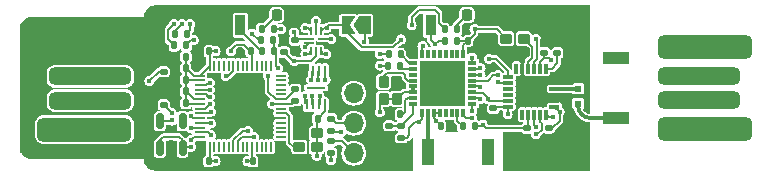
<source format=gbr>
%TF.GenerationSoftware,KiCad,Pcbnew,8.0.4*%
%TF.CreationDate,2024-09-10T22:50:24+02:00*%
%TF.ProjectId,elrs-sim,656c7273-2d73-4696-9d2e-6b696361645f,rev?*%
%TF.SameCoordinates,Original*%
%TF.FileFunction,Copper,L1,Top*%
%TF.FilePolarity,Positive*%
%FSLAX46Y46*%
G04 Gerber Fmt 4.6, Leading zero omitted, Abs format (unit mm)*
G04 Created by KiCad (PCBNEW 8.0.4) date 2024-09-10 22:50:24*
%MOMM*%
%LPD*%
G01*
G04 APERTURE LIST*
G04 Aperture macros list*
%AMRoundRect*
0 Rectangle with rounded corners*
0 $1 Rounding radius*
0 $2 $3 $4 $5 $6 $7 $8 $9 X,Y pos of 4 corners*
0 Add a 4 corners polygon primitive as box body*
4,1,4,$2,$3,$4,$5,$6,$7,$8,$9,$2,$3,0*
0 Add four circle primitives for the rounded corners*
1,1,$1+$1,$2,$3*
1,1,$1+$1,$4,$5*
1,1,$1+$1,$6,$7*
1,1,$1+$1,$8,$9*
0 Add four rect primitives between the rounded corners*
20,1,$1+$1,$2,$3,$4,$5,0*
20,1,$1+$1,$4,$5,$6,$7,0*
20,1,$1+$1,$6,$7,$8,$9,0*
20,1,$1+$1,$8,$9,$2,$3,0*%
%AMFreePoly0*
4,1,6,1.000000,0.000000,0.500000,-0.750000,-0.500000,-0.750000,-0.500000,0.750000,0.500000,0.750000,1.000000,0.000000,1.000000,0.000000,$1*%
%AMFreePoly1*
4,1,6,0.500000,-0.750000,-0.650000,-0.750000,-0.150000,0.000000,-0.650000,0.750000,0.500000,0.750000,0.500000,-0.750000,0.500000,-0.750000,$1*%
G04 Aperture macros list end*
%TA.AperFunction,SMDPad,CuDef*%
%ADD10RoundRect,0.135000X0.185000X-0.135000X0.185000X0.135000X-0.185000X0.135000X-0.185000X-0.135000X0*%
%TD*%
%TA.AperFunction,SMDPad,CuDef*%
%ADD11R,0.600000X0.600000*%
%TD*%
%TA.AperFunction,SMDPad,CuDef*%
%ADD12R,1.450000X0.300000*%
%TD*%
%TA.AperFunction,SMDPad,CuDef*%
%ADD13RoundRect,0.140000X0.170000X-0.140000X0.170000X0.140000X-0.170000X0.140000X-0.170000X-0.140000X0*%
%TD*%
%TA.AperFunction,SMDPad,CuDef*%
%ADD14RoundRect,0.218750X-0.218750X-0.256250X0.218750X-0.256250X0.218750X0.256250X-0.218750X0.256250X0*%
%TD*%
%TA.AperFunction,SMDPad,CuDef*%
%ADD15RoundRect,0.135000X-0.135000X-0.185000X0.135000X-0.185000X0.135000X0.185000X-0.135000X0.185000X0*%
%TD*%
%TA.AperFunction,SMDPad,CuDef*%
%ADD16RoundRect,0.135000X0.135000X0.185000X-0.135000X0.185000X-0.135000X-0.185000X0.135000X-0.185000X0*%
%TD*%
%TA.AperFunction,SMDPad,CuDef*%
%ADD17RoundRect,0.140000X0.140000X0.170000X-0.140000X0.170000X-0.140000X-0.170000X0.140000X-0.170000X0*%
%TD*%
%TA.AperFunction,SMDPad,CuDef*%
%ADD18RoundRect,0.140000X-0.140000X-0.170000X0.140000X-0.170000X0.140000X0.170000X-0.140000X0.170000X0*%
%TD*%
%TA.AperFunction,SMDPad,CuDef*%
%ADD19RoundRect,0.102000X0.373000X0.323000X-0.373000X0.323000X-0.373000X-0.323000X0.373000X-0.323000X0*%
%TD*%
%TA.AperFunction,SMDPad,CuDef*%
%ADD20RoundRect,0.102000X0.323000X-0.373000X0.323000X0.373000X-0.323000X0.373000X-0.323000X-0.373000X0*%
%TD*%
%TA.AperFunction,SMDPad,CuDef*%
%ADD21RoundRect,0.102000X-0.373000X-0.323000X0.373000X-0.323000X0.373000X0.323000X-0.373000X0.323000X0*%
%TD*%
%TA.AperFunction,SMDPad,CuDef*%
%ADD22RoundRect,0.140000X-0.170000X0.140000X-0.170000X-0.140000X0.170000X-0.140000X0.170000X0.140000X0*%
%TD*%
%TA.AperFunction,SMDPad,CuDef*%
%ADD23R,1.000000X2.300000*%
%TD*%
%TA.AperFunction,SMDPad,CuDef*%
%ADD24R,0.300000X0.850000*%
%TD*%
%TA.AperFunction,SMDPad,CuDef*%
%ADD25R,0.850000X0.300000*%
%TD*%
%TA.AperFunction,SMDPad,CuDef*%
%ADD26R,2.650000X2.650000*%
%TD*%
%TA.AperFunction,SMDPad,CuDef*%
%ADD27RoundRect,0.050000X-0.350000X-0.050000X0.350000X-0.050000X0.350000X0.050000X-0.350000X0.050000X0*%
%TD*%
%TA.AperFunction,SMDPad,CuDef*%
%ADD28RoundRect,0.050000X-0.050000X-0.325000X0.050000X-0.325000X0.050000X0.325000X-0.050000X0.325000X0*%
%TD*%
%TA.AperFunction,SMDPad,CuDef*%
%ADD29RoundRect,0.135000X-0.185000X0.135000X-0.185000X-0.135000X0.185000X-0.135000X0.185000X0.135000X0*%
%TD*%
%TA.AperFunction,SMDPad,CuDef*%
%ADD30RoundRect,0.050000X0.050000X-0.387500X0.050000X0.387500X-0.050000X0.387500X-0.050000X-0.387500X0*%
%TD*%
%TA.AperFunction,SMDPad,CuDef*%
%ADD31RoundRect,0.050000X0.387500X-0.050000X0.387500X0.050000X-0.387500X0.050000X-0.387500X-0.050000X0*%
%TD*%
%TA.AperFunction,HeatsinkPad*%
%ADD32R,3.200000X3.200000*%
%TD*%
%TA.AperFunction,SMDPad,CuDef*%
%ADD33RoundRect,0.150000X0.150000X-0.512500X0.150000X0.512500X-0.150000X0.512500X-0.150000X-0.512500X0*%
%TD*%
%TA.AperFunction,SMDPad,CuDef*%
%ADD34RoundRect,0.500000X3.500000X-0.500000X3.500000X0.500000X-3.500000X0.500000X-3.500000X-0.500000X0*%
%TD*%
%TA.AperFunction,SMDPad,CuDef*%
%ADD35RoundRect,0.500000X3.000000X-0.250000X3.000000X0.250000X-3.000000X0.250000X-3.000000X-0.250000X0*%
%TD*%
%TA.AperFunction,SMDPad,CuDef*%
%ADD36FreePoly0,180.000000*%
%TD*%
%TA.AperFunction,SMDPad,CuDef*%
%ADD37FreePoly1,180.000000*%
%TD*%
%TA.AperFunction,SMDPad,CuDef*%
%ADD38R,0.900000X1.700000*%
%TD*%
%TA.AperFunction,SMDPad,CuDef*%
%ADD39RoundRect,0.062500X-0.062500X0.387500X-0.062500X-0.387500X0.062500X-0.387500X0.062500X0.387500X0*%
%TD*%
%TA.AperFunction,HeatsinkPad*%
%ADD40R,1.600000X0.200000*%
%TD*%
%TA.AperFunction,ComponentPad*%
%ADD41R,1.700000X1.700000*%
%TD*%
%TA.AperFunction,ComponentPad*%
%ADD42O,1.700000X1.700000*%
%TD*%
%TA.AperFunction,ComponentPad*%
%ADD43RoundRect,0.500000X-3.500000X0.500000X-3.500000X-0.500000X3.500000X-0.500000X3.500000X0.500000X0*%
%TD*%
%TA.AperFunction,ComponentPad*%
%ADD44RoundRect,0.500000X-3.000000X0.250000X-3.000000X-0.250000X3.000000X-0.250000X3.000000X0.250000X0*%
%TD*%
%TA.AperFunction,SMDPad,CuDef*%
%ADD45R,0.300000X0.800000*%
%TD*%
%TA.AperFunction,SMDPad,CuDef*%
%ADD46R,0.800000X0.300000*%
%TD*%
%TA.AperFunction,SMDPad,CuDef*%
%ADD47R,3.750000X3.750000*%
%TD*%
%TA.AperFunction,SMDPad,CuDef*%
%ADD48R,2.300000X1.000000*%
%TD*%
%TA.AperFunction,ViaPad*%
%ADD49C,0.450000*%
%TD*%
%TA.AperFunction,Conductor*%
%ADD50C,0.300000*%
%TD*%
%TA.AperFunction,Conductor*%
%ADD51C,0.200000*%
%TD*%
G04 APERTURE END LIST*
D10*
%TO.P,R6,1*%
%TO.N,+3.3V_SW*%
X143300000Y-113220000D03*
%TO.P,R6,2*%
%TO.N,Net-(IC2-EXT_RSTB)*%
X143300000Y-112200000D03*
%TD*%
D11*
%TO.P,ANT1,1,IN_(TO_RFIC)*%
%TO.N,Net-(ANT1-IN_(TO_RFIC))*%
X158300000Y-109100000D03*
D12*
%TO.P,ANT1,2,GND*%
%TO.N,GND*%
X158300000Y-109713000D03*
D11*
%TO.P,ANT1,3,OUT_(TO_ANTENNA)*%
%TO.N,Net-(ANT1-OUT_(TO_ANTENNA))*%
X158300000Y-110326000D03*
%TD*%
D13*
%TO.P,C18,1*%
%TO.N,GND*%
X134350000Y-105930000D03*
%TO.P,C18,2*%
%TO.N,+3.3V*%
X134350000Y-104970000D03*
%TD*%
D14*
%TO.P,D2,1,K*%
%TO.N,GND*%
X131212500Y-102800000D03*
%TO.P,D2,2,A*%
%TO.N,Net-(D2-A)*%
X132787500Y-102800000D03*
%TD*%
D15*
%TO.P,R10,1*%
%TO.N,Net-(SW2-B)*%
X131490000Y-105900000D03*
%TO.P,R10,2*%
%TO.N,QSPI_SS*%
X132510000Y-105900000D03*
%TD*%
%TO.P,R14,1*%
%TO.N,USB_DN*%
X124140000Y-104400000D03*
%TO.P,R14,2*%
%TO.N,Net-(U1-USB_DM)*%
X125160000Y-104400000D03*
%TD*%
D16*
%TO.P,R7,1*%
%TO.N,+3.3V_SW*%
X148035000Y-105025000D03*
%TO.P,R7,2*%
%TO.N,ESP_BOOT*%
X147015000Y-105025000D03*
%TD*%
D17*
%TO.P,C1,1*%
%TO.N,+3.3V*%
X127000000Y-115200000D03*
%TO.P,C1,2*%
%TO.N,GND*%
X126040000Y-115200000D03*
%TD*%
%TO.P,C5,1*%
%TO.N,+3.3V*%
X136230000Y-111600000D03*
%TO.P,C5,2*%
%TO.N,GND*%
X135270000Y-111600000D03*
%TD*%
D18*
%TO.P,C10,1*%
%TO.N,+3.3V_SW*%
X146645000Y-112225000D03*
%TO.P,C10,2*%
%TO.N,GND*%
X147605000Y-112225000D03*
%TD*%
D10*
%TO.P,R11,1*%
%TO.N,+3.3V_SW*%
X133400000Y-105960000D03*
%TO.P,R11,2*%
%TO.N,GND*%
X133400000Y-104940000D03*
%TD*%
D18*
%TO.P,C14,1*%
%TO.N,+3.3V*%
X130740000Y-115200000D03*
%TO.P,C14,2*%
%TO.N,GND*%
X131700000Y-115200000D03*
%TD*%
D17*
%TO.P,C13,1*%
%TO.N,+3.3V*%
X125080000Y-109300000D03*
%TO.P,C13,2*%
%TO.N,GND*%
X124120000Y-109300000D03*
%TD*%
D19*
%TO.P,X1,1,EN*%
%TO.N,+3.3V*%
X136150000Y-112850000D03*
%TO.P,X1,2,GND*%
%TO.N,GND*%
X134700000Y-112850000D03*
%TO.P,X1,3,OUT*%
%TO.N,Net-(U1-XIN)*%
X134700000Y-114000000D03*
%TO.P,X1,4,Vdd*%
%TO.N,+3.3V*%
X136150000Y-114000000D03*
%TD*%
D20*
%TO.P,X2,1,EN*%
%TO.N,+3.3V_SW*%
X142975000Y-109925000D03*
%TO.P,X2,2,GND*%
%TO.N,GND*%
X142975000Y-108475000D03*
%TO.P,X2,3,OUT*%
%TO.N,Net-(IC2-XTAL_IN)*%
X141825000Y-108475000D03*
%TO.P,X2,4,Vdd*%
%TO.N,+3.3V_SW*%
X141825000Y-109925000D03*
%TD*%
D13*
%TO.P,C19,1*%
%TO.N,GND*%
X123200000Y-108580000D03*
%TO.P,C19,2*%
%TO.N,Net-(U1-VREG_VOUT)*%
X123200000Y-107620000D03*
%TD*%
D21*
%TO.P,X3,1,GND*%
%TO.N,GND*%
X152225000Y-105975000D03*
%TO.P,X3,2,GND*%
X153675000Y-105975000D03*
%TO.P,X3,3,OUT*%
%TO.N,Net-(IC1-XTA)*%
X153675000Y-104825000D03*
%TO.P,X3,4,Vdd*%
%TO.N,+3.3V_SW*%
X152225000Y-104825000D03*
%TD*%
D22*
%TO.P,C12,1*%
%TO.N,Net-(IC2-EXT_RSTB)*%
X142300000Y-112200000D03*
%TO.P,C12,2*%
%TO.N,GND*%
X142300000Y-113160000D03*
%TD*%
%TO.P,C22,1*%
%TO.N,GND*%
X134350000Y-108170000D03*
%TO.P,C22,2*%
%TO.N,Net-(U1-VREG_VOUT)*%
X134350000Y-109130000D03*
%TD*%
D17*
%TO.P,C21,1*%
%TO.N,+3.3V*%
X125100000Y-106350000D03*
%TO.P,C21,2*%
%TO.N,GND*%
X124140000Y-106350000D03*
%TD*%
D23*
%TO.P,L2,1,ANT*%
%TO.N,LNA*%
X145560000Y-114400000D03*
%TO.P,L2,2,2*%
%TO.N,unconnected-(L2-Pad2)*%
X150640000Y-114400000D03*
%TD*%
D24*
%TO.P,IC1,1,VR_PA*%
%TO.N,Net-(IC1-VR_PA)*%
X155575000Y-107375000D03*
%TO.P,IC1,2,VDD_IN*%
%TO.N,IRS*%
X155075000Y-107375000D03*
%TO.P,IC1,3,NRESET*%
%TO.N,NRST*%
X154575000Y-107375000D03*
%TO.P,IC1,4,XTA*%
%TO.N,Net-(IC1-XTA)*%
X154075000Y-107375000D03*
%TO.P,IC1,5,GND_1*%
%TO.N,GND*%
X153575000Y-107375000D03*
%TO.P,IC1,6,XTB*%
%TO.N,unconnected-(IC1-XTB-Pad6)*%
X153075000Y-107375000D03*
D25*
%TO.P,IC1,7,BUSY*%
%TO.N,BUSY*%
X152375000Y-108075000D03*
%TO.P,IC1,8,DIO1*%
%TO.N,DIO_1*%
X152375000Y-108575000D03*
%TO.P,IC1,9,DIO2*%
%TO.N,unconnected-(IC1-DIO2-Pad9)*%
X152375000Y-109075000D03*
%TO.P,IC1,10,DIO3*%
%TO.N,unconnected-(IC1-DIO3-Pad10)*%
X152375000Y-109575000D03*
%TO.P,IC1,11,VBAT_IO*%
%TO.N,+3.3V_SW*%
X152375000Y-110075000D03*
%TO.P,IC1,12,DCC_FB*%
%TO.N,IRS*%
X152375000Y-110575000D03*
D24*
%TO.P,IC1,13,GND_2*%
%TO.N,GND*%
X153075000Y-111275000D03*
%TO.P,IC1,14,DCC_SW*%
%TO.N,unconnected-(IC1-DCC_SW-Pad14)*%
X153575000Y-111275000D03*
%TO.P,IC1,15,VBAT*%
%TO.N,+3.3V_SW*%
X154075000Y-111275000D03*
%TO.P,IC1,16,MISO_TX*%
%TO.N,ESP_MISO*%
X154575000Y-111275000D03*
%TO.P,IC1,17,MOSI_RX*%
%TO.N,ESP_MOSI*%
X155075000Y-111275000D03*
%TO.P,IC1,18,SCK_RTSN*%
%TO.N,ESP_SCK*%
X155575000Y-111275000D03*
D25*
%TO.P,IC1,19,NSS_CTS*%
%TO.N,NSS*%
X156275000Y-110575000D03*
%TO.P,IC1,20,GND_3*%
%TO.N,GND*%
X156275000Y-110075000D03*
%TO.P,IC1,21,GND_4*%
X156275000Y-109575000D03*
%TO.P,IC1,22,RFIO*%
%TO.N,Net-(ANT1-IN_(TO_RFIC))*%
X156275000Y-109075000D03*
%TO.P,IC1,23,GND_5*%
%TO.N,GND*%
X156275000Y-108575000D03*
%TO.P,IC1,24,GND_6*%
X156275000Y-108075000D03*
D26*
%TO.P,IC1,25,EP*%
X154325000Y-109325000D03*
%TD*%
D22*
%TO.P,C6,1*%
%TO.N,+3.3V_SW*%
X154000000Y-112420000D03*
%TO.P,C6,2*%
%TO.N,GND*%
X154000000Y-113380000D03*
%TD*%
D10*
%TO.P,R4,1*%
%TO.N,RP2040_TX_NC*%
X137400000Y-114510000D03*
%TO.P,R4,2*%
%TO.N,Net-(J2-Pin_4)*%
X137400000Y-113490000D03*
%TD*%
D16*
%TO.P,R15,1*%
%TO.N,Net-(IC2-U0RXD)*%
X143260000Y-106150000D03*
%TO.P,R15,2*%
%TO.N,RP2040_TX_NO*%
X142240000Y-106150000D03*
%TD*%
D27*
%TO.P,S1,1,VCC*%
%TO.N,+3.3V*%
X135500000Y-104825000D03*
%TO.P,S1,2,NO1*%
%TO.N,RP2040_RX_NO*%
X135500000Y-105225000D03*
D28*
%TO.P,S1,3,COM1*%
%TO.N,RP2040_RX*%
X135700000Y-105900000D03*
%TO.P,S1,4,SEL1*%
%TO.N,+3.3V_SW*%
X136100000Y-105900000D03*
%TO.P,S1,5,NC1*%
%TO.N,RP2040_RX_NC*%
X136500000Y-105900000D03*
D27*
%TO.P,S1,6,GND*%
%TO.N,GND*%
X136700000Y-105225000D03*
%TO.P,S1,7,NC2*%
%TO.N,RP2040_TX_NC*%
X136700000Y-104825000D03*
D28*
%TO.P,S1,8,SEL2*%
%TO.N,+3.3V_SW*%
X136500000Y-104150000D03*
%TO.P,S1,9,COM2*%
%TO.N,RP2040_TX*%
X136100000Y-104150000D03*
%TO.P,S1,10,NO2*%
%TO.N,RP2040_TX_NO*%
X135700000Y-104150000D03*
%TD*%
D29*
%TO.P,R2,1*%
%TO.N,NSS*%
X155800000Y-112390000D03*
%TO.P,R2,2*%
%TO.N,GND*%
X155800000Y-113410000D03*
%TD*%
D17*
%TO.P,C4,1*%
%TO.N,+3.3V*%
X125085000Y-110300000D03*
%TO.P,C4,2*%
%TO.N,GND*%
X124125000Y-110300000D03*
%TD*%
D15*
%TO.P,R8,1*%
%TO.N,ESP_LED*%
X146990000Y-104025000D03*
%TO.P,R8,2*%
%TO.N,Net-(D1-A)*%
X148010000Y-104025000D03*
%TD*%
D30*
%TO.P,U1,1,IOVDD*%
%TO.N,+3.3V*%
X127100000Y-113987500D03*
%TO.P,U1,2,GPIO0*%
%TO.N,unconnected-(U1-GPIO0-Pad2)*%
X127500000Y-113987500D03*
%TO.P,U1,3,GPIO1*%
%TO.N,unconnected-(U1-GPIO1-Pad3)*%
X127900000Y-113987500D03*
%TO.P,U1,4,GPIO2*%
%TO.N,unconnected-(U1-GPIO2-Pad4)*%
X128300000Y-113987500D03*
%TO.P,U1,5,GPIO3*%
%TO.N,unconnected-(U1-GPIO3-Pad5)*%
X128700000Y-113987500D03*
%TO.P,U1,6,GPIO4*%
%TO.N,RP2040_TX*%
X129100000Y-113987500D03*
%TO.P,U1,7,GPIO5*%
%TO.N,RP2040_RX*%
X129500000Y-113987500D03*
%TO.P,U1,8,GPIO6*%
%TO.N,unconnected-(U1-GPIO6-Pad8)*%
X129900000Y-113987500D03*
%TO.P,U1,9,GPIO7*%
%TO.N,unconnected-(U1-GPIO7-Pad9)*%
X130300000Y-113987500D03*
%TO.P,U1,10,IOVDD*%
%TO.N,+3.3V*%
X130700000Y-113987500D03*
%TO.P,U1,11,GPIO8*%
%TO.N,unconnected-(U1-GPIO8-Pad11)*%
X131100000Y-113987500D03*
%TO.P,U1,12,GPIO9*%
%TO.N,unconnected-(U1-GPIO9-Pad12)*%
X131500000Y-113987500D03*
%TO.P,U1,13,GPIO10*%
%TO.N,unconnected-(U1-GPIO10-Pad13)*%
X131900000Y-113987500D03*
%TO.P,U1,14,GPIO11*%
%TO.N,unconnected-(U1-GPIO11-Pad14)*%
X132300000Y-113987500D03*
D31*
%TO.P,U1,15,GPIO12*%
%TO.N,unconnected-(U1-GPIO12-Pad15)*%
X133137500Y-113150000D03*
%TO.P,U1,16,GPIO13*%
%TO.N,unconnected-(U1-GPIO13-Pad16)*%
X133137500Y-112750000D03*
%TO.P,U1,17,GPIO14*%
%TO.N,unconnected-(U1-GPIO14-Pad17)*%
X133137500Y-112350000D03*
%TO.P,U1,18,GPIO15*%
%TO.N,unconnected-(U1-GPIO15-Pad18)*%
X133137500Y-111950000D03*
%TO.P,U1,19,TESTEN*%
%TO.N,GND*%
X133137500Y-111550000D03*
%TO.P,U1,20,XIN*%
%TO.N,Net-(U1-XIN)*%
X133137500Y-111150000D03*
%TO.P,U1,21,XOUT*%
%TO.N,unconnected-(U1-XOUT-Pad21)*%
X133137500Y-110750000D03*
%TO.P,U1,22,IOVDD*%
%TO.N,+3.3V*%
X133137500Y-110350000D03*
%TO.P,U1,23,DVDD*%
%TO.N,Net-(U1-VREG_VOUT)*%
X133137500Y-109950000D03*
%TO.P,U1,24,SWCLK*%
%TO.N,unconnected-(U1-SWCLK-Pad24)*%
X133137500Y-109550000D03*
%TO.P,U1,25,SWD*%
%TO.N,unconnected-(U1-SWD-Pad25)*%
X133137500Y-109150000D03*
%TO.P,U1,26,RUN*%
%TO.N,unconnected-(U1-RUN-Pad26)*%
X133137500Y-108750000D03*
%TO.P,U1,27,GPIO16*%
%TO.N,unconnected-(U1-GPIO16-Pad27)*%
X133137500Y-108350000D03*
%TO.P,U1,28,GPIO17*%
%TO.N,unconnected-(U1-GPIO17-Pad28)*%
X133137500Y-107950000D03*
D30*
%TO.P,U1,29,GPIO18*%
%TO.N,unconnected-(U1-GPIO18-Pad29)*%
X132300000Y-107112500D03*
%TO.P,U1,30,GPIO19*%
%TO.N,unconnected-(U1-GPIO19-Pad30)*%
X131900000Y-107112500D03*
%TO.P,U1,31,GPIO20*%
%TO.N,unconnected-(U1-GPIO20-Pad31)*%
X131500000Y-107112500D03*
%TO.P,U1,32,GPIO21*%
%TO.N,unconnected-(U1-GPIO21-Pad32)*%
X131100000Y-107112500D03*
%TO.P,U1,33,IOVDD*%
%TO.N,+3.3V*%
X130700000Y-107112500D03*
%TO.P,U1,34,GPIO22*%
%TO.N,unconnected-(U1-GPIO22-Pad34)*%
X130300000Y-107112500D03*
%TO.P,U1,35,GPIO23*%
%TO.N,unconnected-(U1-GPIO23-Pad35)*%
X129900000Y-107112500D03*
%TO.P,U1,36,GPIO24*%
%TO.N,unconnected-(U1-GPIO24-Pad36)*%
X129500000Y-107112500D03*
%TO.P,U1,37,GPIO25*%
%TO.N,RP2040_LED*%
X129100000Y-107112500D03*
%TO.P,U1,38,GPIO26_ADC0*%
%TO.N,unconnected-(U1-GPIO26_ADC0-Pad38)*%
X128700000Y-107112500D03*
%TO.P,U1,39,GPIO27_ADC1*%
%TO.N,unconnected-(U1-GPIO27_ADC1-Pad39)*%
X128300000Y-107112500D03*
%TO.P,U1,40,GPIO28_ADC2*%
%TO.N,unconnected-(U1-GPIO28_ADC2-Pad40)*%
X127900000Y-107112500D03*
%TO.P,U1,41,GPIO29_ADC3*%
%TO.N,unconnected-(U1-GPIO29_ADC3-Pad41)*%
X127500000Y-107112500D03*
%TO.P,U1,42,IOVDD*%
%TO.N,+3.3V*%
X127100000Y-107112500D03*
D31*
%TO.P,U1,43,ADC_AVDD*%
X126262500Y-107950000D03*
%TO.P,U1,44,VREG_IN*%
X126262500Y-108350000D03*
%TO.P,U1,45,VREG_VOUT*%
%TO.N,Net-(U1-VREG_VOUT)*%
X126262500Y-108750000D03*
%TO.P,U1,46,USB_DM*%
%TO.N,Net-(U1-USB_DM)*%
X126262500Y-109150000D03*
%TO.P,U1,47,USB_DP*%
%TO.N,Net-(U1-USB_DP)*%
X126262500Y-109550000D03*
%TO.P,U1,48,USB_VDD*%
%TO.N,+3.3V*%
X126262500Y-109950000D03*
%TO.P,U1,49,IOVDD*%
X126262500Y-110350000D03*
%TO.P,U1,50,DVDD*%
%TO.N,Net-(U1-VREG_VOUT)*%
X126262500Y-110750000D03*
%TO.P,U1,51,QSPI_SD3*%
%TO.N,QSPI_SD3*%
X126262500Y-111150000D03*
%TO.P,U1,52,QSPI_SCLK*%
%TO.N,QSPI_SCLK*%
X126262500Y-111550000D03*
%TO.P,U1,53,QSPI_SD0*%
%TO.N,QSPI_SD0*%
X126262500Y-111950000D03*
%TO.P,U1,54,QSPI_SD2*%
%TO.N,QSPI_SD2*%
X126262500Y-112350000D03*
%TO.P,U1,55,QSPI_SD1*%
%TO.N,QSPI_SD1*%
X126262500Y-112750000D03*
%TO.P,U1,56,QSPI_SS*%
%TO.N,QSPI_SS*%
X126262500Y-113150000D03*
D32*
%TO.P,U1,57,GND*%
%TO.N,GND*%
X129700000Y-110550000D03*
%TD*%
D33*
%TO.P,PS1,1,VIN*%
%TO.N,USB_VBUS*%
X122900000Y-114087500D03*
%TO.P,PS1,2,GND*%
%TO.N,GND*%
X123850000Y-114087500D03*
%TO.P,PS1,3,EN*%
%TO.N,USB_VBUS*%
X124800000Y-114087500D03*
%TO.P,PS1,4,NC*%
%TO.N,unconnected-(PS1-NC-Pad4)*%
X124800000Y-111812500D03*
%TO.P,PS1,5,VOUT*%
%TO.N,+3.3V*%
X122900000Y-111812500D03*
%TD*%
D10*
%TO.P,R16,1*%
%TO.N,RP2040_RX_NC*%
X137400000Y-112610000D03*
%TO.P,R16,2*%
%TO.N,Net-(J2-Pin_3)*%
X137400000Y-111590000D03*
%TD*%
D17*
%TO.P,C2,1*%
%TO.N,+3.3V*%
X125080000Y-108300000D03*
%TO.P,C2,2*%
%TO.N,GND*%
X124120000Y-108300000D03*
%TD*%
D15*
%TO.P,R13,1*%
%TO.N,USB_DP*%
X124090000Y-105400000D03*
%TO.P,R13,2*%
%TO.N,Net-(U1-USB_DP)*%
X125110000Y-105400000D03*
%TD*%
D34*
%TO.P,J1,1,Pin_1*%
%TO.N,USB_VBUS*%
X116500000Y-112525000D03*
D35*
%TO.P,J1,2,Pin_2*%
%TO.N,USB_DN*%
X117000000Y-110075000D03*
%TO.P,J1,3,Pin_3*%
%TO.N,USB_DP*%
X117000000Y-108025000D03*
D34*
%TO.P,J1,4,Pin_4*%
%TO.N,GND*%
X116500000Y-105575000D03*
%TD*%
D36*
%TO.P,JP1,1,A*%
%TO.N,+3.3V*%
X140225000Y-103700000D03*
D37*
%TO.P,JP1,2,B*%
%TO.N,+3.3V_SW*%
X138775000Y-103700000D03*
%TD*%
D22*
%TO.P,C9,1*%
%TO.N,IRS*%
X151125000Y-110725000D03*
%TO.P,C9,2*%
%TO.N,GND*%
X151125000Y-111685000D03*
%TD*%
%TO.P,C20,1*%
%TO.N,GND*%
X123200000Y-109470000D03*
%TO.P,C20,2*%
%TO.N,Net-(U1-VREG_VOUT)*%
X123200000Y-110430000D03*
%TD*%
D17*
%TO.P,C16,1*%
%TO.N,+3.3V*%
X125080000Y-107300000D03*
%TO.P,C16,2*%
%TO.N,GND*%
X124120000Y-107300000D03*
%TD*%
D16*
%TO.P,R3,1*%
%TO.N,Net-(IC2-U0TXD)*%
X143200000Y-107100000D03*
%TO.P,R3,2*%
%TO.N,RP2040_RX_NO*%
X142180000Y-107100000D03*
%TD*%
D38*
%TO.P,SW2,1,A*%
%TO.N,GND*%
X126300000Y-103700000D03*
%TO.P,SW2,2,B*%
%TO.N,Net-(SW2-B)*%
X129700000Y-103700000D03*
%TD*%
D15*
%TO.P,R5,1*%
%TO.N,GND*%
X142215000Y-111225000D03*
%TO.P,R5,2*%
%TO.N,Net-(IC2-RES12K)*%
X143235000Y-111225000D03*
%TD*%
D39*
%TO.P,U2,1,~{CS}*%
%TO.N,QSPI_SS*%
X136850000Y-107550000D03*
%TO.P,U2,2,DO(IO1)*%
%TO.N,QSPI_SD1*%
X136350000Y-107550000D03*
%TO.P,U2,3,IO2*%
%TO.N,QSPI_SD2*%
X135850000Y-107550000D03*
%TO.P,U2,4,GND*%
%TO.N,GND*%
X135350000Y-107550000D03*
%TO.P,U2,5,DI(IO0)*%
%TO.N,QSPI_SD0*%
X135350000Y-110400000D03*
%TO.P,U2,6,CLK*%
%TO.N,QSPI_SCLK*%
X135850000Y-110400000D03*
%TO.P,U2,7,IO3*%
%TO.N,QSPI_SD3*%
X136350000Y-110400000D03*
%TO.P,U2,8,VCC*%
%TO.N,+3.3V*%
X136850000Y-110400000D03*
D40*
%TO.P,U2,9*%
%TO.N,N/C*%
X136100000Y-108975000D03*
%TD*%
D22*
%TO.P,C15,1*%
%TO.N,+3.3V*%
X134350000Y-110070000D03*
%TO.P,C15,2*%
%TO.N,GND*%
X134350000Y-111030000D03*
%TD*%
%TO.P,C7,1*%
%TO.N,GND*%
X155425000Y-105045000D03*
%TO.P,C7,2*%
%TO.N,IRS*%
X155425000Y-106005000D03*
%TD*%
D14*
%TO.P,D1,1,K*%
%TO.N,GND*%
X147312500Y-102800000D03*
%TO.P,D1,2,A*%
%TO.N,Net-(D1-A)*%
X148887500Y-102800000D03*
%TD*%
D15*
%TO.P,R1,1*%
%TO.N,Net-(IC2-CHIP_EN)*%
X148515000Y-112225000D03*
%TO.P,R1,2*%
%TO.N,+3.3V_SW*%
X149535000Y-112225000D03*
%TD*%
D17*
%TO.P,C17,1*%
%TO.N,+3.3V*%
X127060000Y-105900000D03*
%TO.P,C17,2*%
%TO.N,GND*%
X126100000Y-105900000D03*
%TD*%
D18*
%TO.P,C11,1*%
%TO.N,+3.3V_SW*%
X148945000Y-105025000D03*
%TO.P,C11,2*%
%TO.N,GND*%
X149905000Y-105025000D03*
%TD*%
D41*
%TO.P,J2,1,Pin_1*%
%TO.N,GND*%
X139300000Y-106900000D03*
D42*
%TO.P,J2,2,Pin_2*%
%TO.N,USB_VBUS*%
X139300000Y-109440000D03*
%TO.P,J2,3,Pin_3*%
%TO.N,Net-(J2-Pin_3)*%
X139300000Y-111980000D03*
%TO.P,J2,4,Pin_4*%
%TO.N,Net-(J2-Pin_4)*%
X139300000Y-114520000D03*
%TD*%
D22*
%TO.P,C8,1*%
%TO.N,GND*%
X156525000Y-105045000D03*
%TO.P,C8,2*%
%TO.N,Net-(IC1-VR_PA)*%
X156525000Y-106005000D03*
%TD*%
D43*
%TO.P,J3,1,Pin_1*%
%TO.N,unconnected-(J3-Pin_1-Pad1)*%
X169000000Y-105500000D03*
D44*
%TO.P,J3,2,Pin_2*%
%TO.N,unconnected-(J3-Pin_2-Pad2)*%
X168500000Y-107950000D03*
%TO.P,J3,3,Pin_3*%
%TO.N,unconnected-(J3-Pin_3-Pad3)*%
X168500000Y-110000000D03*
D43*
%TO.P,J3,4,Pin_4*%
%TO.N,unconnected-(J3-Pin_4-Pad4)*%
X169000000Y-112450000D03*
%TD*%
D38*
%TO.P,SW1,1,A*%
%TO.N,ESP_BOOT*%
X145800000Y-103700000D03*
%TO.P,SW1,2,B*%
%TO.N,GND*%
X142400000Y-103700000D03*
%TD*%
D45*
%TO.P,IC2,1,VDDA_1*%
%TO.N,+3.3V_SW*%
X145075000Y-111125000D03*
%TO.P,IC2,2,LNA*%
%TO.N,LNA*%
X145575000Y-111125000D03*
%TO.P,IC2,3,VDD3P3_1*%
%TO.N,+3.3V_SW*%
X146075000Y-111125000D03*
%TO.P,IC2,4,VDD3P3_2*%
X146575000Y-111125000D03*
%TO.P,IC2,5,VDD_RTC*%
%TO.N,unconnected-(IC2-VDD_RTC-Pad5)*%
X147075000Y-111125000D03*
%TO.P,IC2,6,TOUT*%
%TO.N,unconnected-(IC2-TOUT-Pad6)*%
X147575000Y-111125000D03*
%TO.P,IC2,7,CHIP_EN*%
%TO.N,Net-(IC2-CHIP_EN)*%
X148075000Y-111125000D03*
%TO.P,IC2,8,XDP_DCDC*%
%TO.N,ESP_LED*%
X148575000Y-111125000D03*
D46*
%TO.P,IC2,9,MTMS*%
%TO.N,ESP_SCK*%
X149325000Y-110375000D03*
%TO.P,IC2,10,MTDI*%
%TO.N,ESP_MISO*%
X149325000Y-109875000D03*
%TO.P,IC2,11,VDDPST_1*%
%TO.N,+3.3V_SW*%
X149325000Y-109375000D03*
%TO.P,IC2,12,MTCK*%
%TO.N,ESP_MOSI*%
X149325000Y-108875000D03*
%TO.P,IC2,13,MTDO*%
%TO.N,NSS*%
X149325000Y-108375000D03*
%TO.P,IC2,14,GPIO2*%
%TO.N,NRST*%
X149325000Y-107875000D03*
%TO.P,IC2,15,GPIO0*%
%TO.N,ESP_BOOT*%
X149325000Y-107375000D03*
%TO.P,IC2,16,GPIO4*%
%TO.N,DIO_1*%
X149325000Y-106875000D03*
D45*
%TO.P,IC2,17,VDDPST_2*%
%TO.N,+3.3V_SW*%
X148575000Y-106125000D03*
%TO.P,IC2,18,SD_DATA_2*%
%TO.N,unconnected-(IC2-SD_DATA_2-Pad18)*%
X148075000Y-106125000D03*
%TO.P,IC2,19,SD_DATA_3*%
%TO.N,unconnected-(IC2-SD_DATA_3-Pad19)*%
X147575000Y-106125000D03*
%TO.P,IC2,20,SD_CMD*%
%TO.N,unconnected-(IC2-SD_CMD-Pad20)*%
X147075000Y-106125000D03*
%TO.P,IC2,21,SD_CLK*%
%TO.N,unconnected-(IC2-SD_CLK-Pad21)*%
X146575000Y-106125000D03*
%TO.P,IC2,22,SD_DATA_0*%
%TO.N,unconnected-(IC2-SD_DATA_0-Pad22)*%
X146075000Y-106125000D03*
%TO.P,IC2,23,SD_DATA_1*%
%TO.N,unconnected-(IC2-SD_DATA_1-Pad23)*%
X145575000Y-106125000D03*
%TO.P,IC2,24,GPIO5*%
%TO.N,BUSY*%
X145075000Y-106125000D03*
D46*
%TO.P,IC2,25,U0RXD*%
%TO.N,Net-(IC2-U0RXD)*%
X144325000Y-106875000D03*
%TO.P,IC2,26,U0TXD*%
%TO.N,Net-(IC2-U0TXD)*%
X144325000Y-107375000D03*
%TO.P,IC2,27,XTAL_OUT*%
%TO.N,unconnected-(IC2-XTAL_OUT-Pad27)*%
X144325000Y-107875000D03*
%TO.P,IC2,28,XTAL_IN*%
%TO.N,Net-(IC2-XTAL_IN)*%
X144325000Y-108375000D03*
%TO.P,IC2,29,VDDD*%
%TO.N,+3.3V_SW*%
X144325000Y-108875000D03*
%TO.P,IC2,30,VDDA_2*%
X144325000Y-109375000D03*
%TO.P,IC2,31,RES12K*%
%TO.N,Net-(IC2-RES12K)*%
X144325000Y-109875000D03*
%TO.P,IC2,32,EXT_RSTB*%
%TO.N,Net-(IC2-EXT_RSTB)*%
X144325000Y-110375000D03*
D47*
%TO.P,IC2,33,EP*%
%TO.N,GND*%
X146825000Y-108625000D03*
%TD*%
D48*
%TO.P,L1,1,ANT*%
%TO.N,Net-(ANT1-OUT_(TO_ANTENNA))*%
X161500000Y-111540000D03*
%TO.P,L1,2,2*%
%TO.N,unconnected-(L1-Pad2)*%
X161500000Y-106460000D03*
%TD*%
D17*
%TO.P,C3,1*%
%TO.N,+3.3V*%
X130600000Y-105900000D03*
%TO.P,C3,2*%
%TO.N,GND*%
X129640000Y-105900000D03*
%TD*%
D16*
%TO.P,R12,1*%
%TO.N,QSPI_SS*%
X132500000Y-104950000D03*
%TO.P,R12,2*%
%TO.N,+3.3V*%
X131480000Y-104950000D03*
%TD*%
%TO.P,R9,1*%
%TO.N,RP2040_LED*%
X132510000Y-104000000D03*
%TO.P,R9,2*%
%TO.N,Net-(D2-A)*%
X131490000Y-104000000D03*
%TD*%
D49*
%TO.N,GND*%
X146825000Y-108625000D03*
X129700000Y-110500000D03*
X150750000Y-104700000D03*
X134450000Y-111750000D03*
X154325000Y-109325000D03*
X147605000Y-112225000D03*
X134900000Y-107950000D03*
%TO.N,+3.3V*%
X127600000Y-115200000D03*
X134250000Y-104300000D03*
X132350000Y-110350000D03*
X130300000Y-115200000D03*
X128900000Y-105900000D03*
X140200000Y-105100000D03*
X136150000Y-114750000D03*
X130700000Y-104400000D03*
X127600000Y-105900000D03*
X123900000Y-111750000D03*
%TO.N,IRS*%
X156025000Y-106625000D03*
X152325000Y-111225000D03*
%TO.N,BUSY*%
X150725000Y-106525000D03*
X145125000Y-105425000D03*
%TO.N,NRST*%
X150025000Y-107925000D03*
X154725000Y-104825000D03*
%TO.N,ESP_SCK*%
X156200000Y-111450000D03*
X149325000Y-110925000D03*
%TO.N,ESP_MOSI*%
X154698938Y-112924436D03*
X150025000Y-108925000D03*
%TO.N,ESP_MISO*%
X154725000Y-112325000D03*
X150025000Y-109925000D03*
%TO.N,DIO_1*%
X149325000Y-106425000D03*
X151525000Y-108525000D03*
%TO.N,+3.3V_SW*%
X134250000Y-106700000D03*
X144800000Y-111900000D03*
X150200000Y-112100000D03*
X149525000Y-104025000D03*
X144325000Y-109125000D03*
X137000000Y-103900000D03*
X143300000Y-104900000D03*
X146300000Y-111800000D03*
X150625003Y-109925000D03*
X141500000Y-111050000D03*
%TO.N,NSS*%
X156725000Y-111025000D03*
X151525000Y-107925000D03*
%TO.N,ESP_LED*%
X144200000Y-103700000D03*
X149325000Y-111525000D03*
%TO.N,ESP_BOOT*%
X146200000Y-105300000D03*
X150025000Y-107325000D03*
%TO.N,USB_DN*%
X124750000Y-103600000D03*
X117000000Y-110075000D03*
%TO.N,USB_DP*%
X117000000Y-108025000D03*
X124050000Y-103600000D03*
%TO.N,USB_VBUS*%
X116500000Y-112525000D03*
X125500000Y-114000000D03*
%TO.N,RP2040_RX*%
X135200000Y-106125003D03*
X130850000Y-113150000D03*
%TO.N,RP2040_TX*%
X136100000Y-103325000D03*
X130350000Y-112650000D03*
%TO.N,Net-(U1-VREG_VOUT)*%
X127100000Y-110350003D03*
X127100000Y-108549997D03*
X123900000Y-111149997D03*
X132050000Y-107975000D03*
X122000000Y-108400000D03*
%TO.N,RP2040_LED*%
X128450000Y-108000000D03*
X133150000Y-104000000D03*
%TO.N,QSPI_SS*%
X125500000Y-113400000D03*
X136900247Y-108300000D03*
X132900000Y-107300000D03*
%TO.N,QSPI_SD2*%
X125500000Y-112400000D03*
X135700241Y-108300000D03*
%TO.N,QSPI_SD3*%
X127200000Y-111000000D03*
X136400003Y-109700000D03*
%TO.N,QSPI_SD1*%
X136300244Y-108300000D03*
X127200000Y-113000000D03*
%TO.N,QSPI_SD0*%
X135200000Y-109700000D03*
X127200000Y-112000000D03*
%TO.N,QSPI_SCLK*%
X135800000Y-109700000D03*
X125499381Y-111400341D03*
%TO.N,RP2040_RX_NO*%
X135200000Y-105525000D03*
X141500000Y-107100000D03*
%TO.N,RP2040_TX_NC*%
X137400000Y-115100000D03*
X137400000Y-104850000D03*
%TO.N,Net-(U1-USB_DP)*%
X125750000Y-104950000D03*
X127100000Y-109750000D03*
%TO.N,Net-(U1-USB_DM)*%
X125450000Y-103600000D03*
X127100000Y-109150000D03*
%TO.N,RP2040_TX_NO*%
X141500000Y-106150000D03*
X135200000Y-103900000D03*
%TO.N,RP2040_RX_NC*%
X136950000Y-106100000D03*
X138250000Y-112750000D03*
%TD*%
D50*
%TO.N,Net-(ANT1-OUT_(TO_ANTENNA))*%
X159300000Y-111540000D02*
X161500000Y-111540000D01*
X158300000Y-110326000D02*
X158300000Y-110540000D01*
X158300000Y-110540000D02*
G75*
G03*
X159300000Y-111540000I1000000J0D01*
G01*
D51*
%TO.N,GND*%
X129700000Y-110550000D02*
X129700000Y-110500000D01*
X134450000Y-111750000D02*
X134450000Y-111130000D01*
X134350000Y-108170000D02*
X134680000Y-108170000D01*
X134680000Y-108170000D02*
X134900000Y-107950000D01*
X150425000Y-105025000D02*
X150750000Y-104700000D01*
X149905000Y-105025000D02*
X150425000Y-105025000D01*
X134450000Y-111750000D02*
X134600000Y-111600000D01*
X134450000Y-111130000D02*
X134350000Y-111030000D01*
X134600000Y-111600000D02*
X135270000Y-111600000D01*
%TO.N,Net-(ANT1-IN_(TO_RFIC))*%
X158275000Y-109075000D02*
X158300000Y-109100000D01*
D50*
X156275000Y-109075000D02*
X158275000Y-109075000D01*
D51*
%TO.N,+3.3V*%
X126262500Y-108350000D02*
X125130000Y-108350000D01*
X128900000Y-105774576D02*
X129334576Y-105340000D01*
X125135000Y-110350000D02*
X125085000Y-110300000D01*
X125085000Y-110300000D02*
X125085000Y-108305000D01*
X125080000Y-108300000D02*
X125080000Y-107300000D01*
X125730000Y-109950000D02*
X125080000Y-109300000D01*
X126262500Y-107950000D02*
X125730000Y-107950000D01*
X125085000Y-110300000D02*
X125085000Y-109305000D01*
X125080000Y-107300000D02*
X125080000Y-106370000D01*
X130740000Y-115200000D02*
X130300000Y-115200000D01*
X134070000Y-110350000D02*
X134350000Y-110070000D01*
X133137500Y-110350000D02*
X134070000Y-110350000D01*
X125080000Y-106370000D02*
X125100000Y-106350000D01*
X125130000Y-108350000D02*
X125080000Y-108300000D01*
X136230000Y-111600000D02*
X136850000Y-110980000D01*
X133137500Y-110350000D02*
X132350000Y-110350000D01*
X136850000Y-110980000D02*
X136850000Y-110400000D01*
X122900000Y-111812500D02*
X123837500Y-111812500D01*
X127100000Y-113987500D02*
X127100000Y-115100000D01*
X127100000Y-115100000D02*
X127000000Y-115200000D01*
X125085000Y-109305000D02*
X125080000Y-109300000D01*
X127100000Y-107112500D02*
X127100000Y-105940000D01*
X136150000Y-112850000D02*
X136150000Y-111680000D01*
X123837500Y-111812500D02*
X123900000Y-111750000D01*
X134495000Y-104825000D02*
X135500000Y-104825000D01*
X136150000Y-114000000D02*
X136150000Y-114750000D01*
X127100000Y-105940000D02*
X127060000Y-105900000D01*
X127000000Y-115200000D02*
X127600000Y-115200000D01*
X126262500Y-109950000D02*
X125730000Y-109950000D01*
X134350000Y-104970000D02*
X134350000Y-104400000D01*
X136150000Y-111680000D02*
X136230000Y-111600000D01*
X125730000Y-107950000D02*
X125080000Y-107300000D01*
X128900000Y-105900000D02*
X128900000Y-105774576D01*
X125085000Y-108305000D02*
X125080000Y-108300000D01*
X136150000Y-112850000D02*
X136150000Y-114000000D01*
X130700000Y-107112500D02*
X130700000Y-106000000D01*
X134350000Y-104400000D02*
X134250000Y-104300000D01*
X126262500Y-107950000D02*
X127100000Y-107112500D01*
X131250000Y-104950000D02*
X130700000Y-104400000D01*
X130040000Y-105340000D02*
X130700000Y-106000000D01*
X126262500Y-110350000D02*
X125135000Y-110350000D01*
X131480000Y-104950000D02*
X131250000Y-104950000D01*
X130700000Y-115160000D02*
X130740000Y-115200000D01*
X130700000Y-113987500D02*
X130700000Y-115160000D01*
X130700000Y-106000000D02*
X130600000Y-105900000D01*
X129334576Y-105340000D02*
X130040000Y-105340000D01*
X134350000Y-104970000D02*
X134495000Y-104825000D01*
X127060000Y-105900000D02*
X127600000Y-105900000D01*
%TO.N,IRS*%
X155075000Y-106800000D02*
X155250000Y-106625000D01*
X155850000Y-106450000D02*
X155425000Y-106450000D01*
X152375000Y-110575000D02*
X151275000Y-110575000D01*
X152375000Y-111175000D02*
X152325000Y-111225000D01*
X155075000Y-107375000D02*
X155075000Y-106800000D01*
X156025000Y-106625000D02*
X155850000Y-106450000D01*
X155425000Y-106005000D02*
X155425000Y-106450000D01*
X151275000Y-110575000D02*
X151125000Y-110725000D01*
X155425000Y-106450000D02*
X155250000Y-106625000D01*
X152375000Y-110575000D02*
X152375000Y-111175000D01*
%TO.N,Net-(IC1-VR_PA)*%
X156525000Y-106925000D02*
X156525000Y-106005000D01*
X155575000Y-107375000D02*
X156075000Y-107375000D01*
X156075000Y-107375000D02*
X156525000Y-106925000D01*
%TO.N,Net-(IC2-EXT_RSTB)*%
X142300000Y-112200000D02*
X143300000Y-112200000D01*
X144325000Y-111175000D02*
X144325000Y-110375000D01*
X143300000Y-112200000D02*
X144325000Y-111175000D01*
%TO.N,Net-(D1-A)*%
X148010000Y-104025000D02*
X148010000Y-103677500D01*
X148010000Y-103677500D02*
X148887500Y-102800000D01*
%TO.N,Net-(D2-A)*%
X131587500Y-104000000D02*
X132787500Y-102800000D01*
X131490000Y-104000000D02*
X131587500Y-104000000D01*
%TO.N,BUSY*%
X151325000Y-106525000D02*
X152375000Y-107575000D01*
X152375000Y-107575000D02*
X152375000Y-108075000D01*
X150725000Y-106525000D02*
X151325000Y-106525000D01*
X145075000Y-106125000D02*
X145075000Y-105475000D01*
X145075000Y-105475000D02*
X145125000Y-105425000D01*
%TO.N,NRST*%
X154775000Y-106575001D02*
X154575000Y-106775001D01*
X154775000Y-104875000D02*
X154775000Y-106575001D01*
X149325000Y-107875000D02*
X149975000Y-107875000D01*
X154575000Y-106775001D02*
X154575000Y-107375000D01*
X154725000Y-104825000D02*
X154775000Y-104875000D01*
X149975000Y-107875000D02*
X150025000Y-107925000D01*
%TO.N,Net-(IC1-XTA)*%
X154075000Y-107375000D02*
X154075000Y-106771630D01*
X154400000Y-105503370D02*
X153721630Y-104825000D01*
X153721630Y-104825000D02*
X153675000Y-104825000D01*
X154075000Y-106771630D02*
X154400000Y-106446630D01*
X154400000Y-106446630D02*
X154400000Y-105503370D01*
%TO.N,ESP_SCK*%
X149325000Y-110375000D02*
X149325000Y-110925000D01*
X156200000Y-111450000D02*
X156150000Y-111500000D01*
X155800000Y-111500000D02*
X155575000Y-111275000D01*
X156150000Y-111500000D02*
X155800000Y-111500000D01*
%TO.N,ESP_MOSI*%
X155075000Y-111850000D02*
X155075000Y-111275000D01*
X155200000Y-112521752D02*
X155200000Y-111975000D01*
X149325000Y-108875000D02*
X149975000Y-108875000D01*
X154698938Y-112924436D02*
X154797316Y-112924436D01*
X155200000Y-111975000D02*
X155075000Y-111850000D01*
X149975000Y-108875000D02*
X150025000Y-108925000D01*
X154797316Y-112924436D02*
X155200000Y-112521752D01*
%TO.N,ESP_MISO*%
X149975000Y-109875000D02*
X150025000Y-109925000D01*
X154575000Y-111275000D02*
X154575000Y-112175000D01*
X154575000Y-112175000D02*
X154725000Y-112325000D01*
X149325000Y-109875000D02*
X149975000Y-109875000D01*
%TO.N,DIO_1*%
X152375000Y-108575000D02*
X151575000Y-108575000D01*
X151575000Y-108575000D02*
X151525000Y-108525000D01*
X149325000Y-106875000D02*
X149325000Y-106425000D01*
%TO.N,+3.3V_SW*%
X144000000Y-112400000D02*
X144500000Y-111900000D01*
X136750000Y-103900000D02*
X136500000Y-104150000D01*
X152375000Y-110075000D02*
X150775003Y-110075000D01*
X152225000Y-104825000D02*
X151425000Y-104025000D01*
X145075000Y-111625000D02*
X144800000Y-111900000D01*
X150075000Y-112225000D02*
X149535000Y-112225000D01*
X154075000Y-112345000D02*
X154000000Y-112420000D01*
X144325000Y-109375000D02*
X144325000Y-109125000D01*
X137200000Y-103700000D02*
X137000000Y-103900000D01*
X140003248Y-105575000D02*
X142625000Y-105575000D01*
X144325000Y-108875000D02*
X144325000Y-109375000D01*
X137000000Y-103900000D02*
X136750000Y-103900000D01*
X151425000Y-104025000D02*
X149525000Y-104025000D01*
X150520000Y-112420000D02*
X154000000Y-112420000D01*
X142625000Y-105575000D02*
X143300000Y-104900000D01*
X135700650Y-106700000D02*
X134250000Y-106700000D01*
X142975000Y-109925000D02*
X143525000Y-109375000D01*
X143300000Y-113220000D02*
X143780000Y-113220000D01*
X150775003Y-110075000D02*
X150625003Y-109925000D01*
X144500000Y-111900000D02*
X144800000Y-111900000D01*
X138775000Y-103700000D02*
X138775000Y-104346752D01*
X146075000Y-111125000D02*
X146075000Y-111575000D01*
X150206021Y-109400000D02*
X150625003Y-109818982D01*
X146645000Y-112145000D02*
X146300000Y-111800000D01*
X150200000Y-112100000D02*
X150520000Y-112420000D01*
X149325000Y-109375000D02*
X149350000Y-109400000D01*
X143780000Y-113220000D02*
X144000000Y-113000000D01*
X146075000Y-111575000D02*
X146300000Y-111800000D01*
X150200000Y-112100000D02*
X150075000Y-112225000D01*
X148035000Y-105025000D02*
X148945000Y-105025000D01*
X148945000Y-105025000D02*
X149525000Y-104445000D01*
X134140000Y-106700000D02*
X134250000Y-106700000D01*
X136100000Y-106300650D02*
X135700650Y-106700000D01*
X154075000Y-111275000D02*
X154075000Y-112345000D01*
X138775000Y-103700000D02*
X137200000Y-103700000D01*
X148575000Y-106125000D02*
X148575000Y-105395000D01*
X146645000Y-112225000D02*
X146645000Y-112145000D01*
X149525000Y-104445000D02*
X149525000Y-104025000D01*
X146575000Y-111125000D02*
X146075000Y-111125000D01*
X145075000Y-111125000D02*
X145075000Y-111625000D01*
X148575000Y-105395000D02*
X148945000Y-105025000D01*
X143525000Y-109375000D02*
X144325000Y-109375000D01*
X138775000Y-104346752D02*
X140003248Y-105575000D01*
X141500000Y-111050000D02*
X141500000Y-110250000D01*
X150625003Y-109818982D02*
X150625003Y-109925000D01*
X149350000Y-109400000D02*
X150206021Y-109400000D01*
X141500000Y-110250000D02*
X141825000Y-109925000D01*
X136100000Y-105900000D02*
X136100000Y-106300650D01*
X133400000Y-105960000D02*
X134140000Y-106700000D01*
X144000000Y-113000000D02*
X144000000Y-112400000D01*
X141825000Y-109925000D02*
X142975000Y-109925000D01*
%TO.N,NSS*%
X151125000Y-107925000D02*
X150725000Y-108325000D01*
X151525000Y-107925000D02*
X151125000Y-107925000D01*
X156725000Y-111784999D02*
X156725000Y-111025000D01*
X156119999Y-112390000D02*
X156725000Y-111784999D01*
X156725000Y-111025000D02*
X156275000Y-110575000D01*
X150650000Y-108400000D02*
X150725000Y-108325000D01*
X149325000Y-108375000D02*
X149350000Y-108400000D01*
X149350000Y-108400000D02*
X150650000Y-108400000D01*
X155800000Y-112390000D02*
X156119999Y-112390000D01*
%TO.N,LNA*%
X145575000Y-114385000D02*
X145560000Y-114400000D01*
D50*
X145575000Y-111125000D02*
X145575000Y-114385000D01*
D51*
%TO.N,Net-(IC2-CHIP_EN)*%
X148075000Y-111785000D02*
X148515000Y-112225000D01*
X148075000Y-111125000D02*
X148075000Y-111785000D01*
%TO.N,ESP_LED*%
X146200000Y-102400000D02*
X144800000Y-102400000D01*
X146500000Y-102700000D02*
X146200000Y-102400000D01*
X144800000Y-102400000D02*
X144200000Y-103000000D01*
X146990000Y-104025000D02*
X146500000Y-103535000D01*
X148575000Y-111125000D02*
X148575000Y-111275000D01*
X148575000Y-111275000D02*
X148825000Y-111525000D01*
X148825000Y-111525000D02*
X149325000Y-111525000D01*
X144200000Y-103000000D02*
X144200000Y-103700000D01*
X146500000Y-103535000D02*
X146500000Y-102700000D01*
%TO.N,Net-(IC2-XTAL_IN)*%
X143675000Y-108175000D02*
X143875000Y-108375000D01*
X143875000Y-108375000D02*
X144325000Y-108375000D01*
X141825000Y-108000001D02*
X142100001Y-107725000D01*
X141825000Y-108475000D02*
X141825000Y-108000001D01*
X143675000Y-107900000D02*
X143675000Y-108175000D01*
X142100001Y-107725000D02*
X143500000Y-107725000D01*
X143500000Y-107725000D02*
X143675000Y-107900000D01*
%TO.N,Net-(IC2-RES12K)*%
X143475000Y-111225000D02*
X143675000Y-111025000D01*
X143850000Y-109875000D02*
X144325000Y-109875000D01*
X143675000Y-110050000D02*
X143850000Y-109875000D01*
X143235000Y-111225000D02*
X143475000Y-111225000D01*
X143675000Y-111025000D02*
X143675000Y-110050000D01*
%TO.N,ESP_BOOT*%
X149975000Y-107375000D02*
X150025000Y-107325000D01*
X146475000Y-105025000D02*
X147015000Y-105025000D01*
X149325000Y-107375000D02*
X149975000Y-107375000D01*
X146200000Y-105300000D02*
X146475000Y-105025000D01*
X146200000Y-105300000D02*
X145800000Y-104900000D01*
X145800000Y-104900000D02*
X145800000Y-103700000D01*
%TO.N,USB_DN*%
X124140000Y-104210000D02*
X124750000Y-103600000D01*
X124140000Y-104400000D02*
X124140000Y-104210000D01*
%TO.N,USB_DP*%
X123580000Y-104070000D02*
X123580000Y-104890000D01*
X123580000Y-104890000D02*
X124090000Y-105400000D01*
X124050000Y-103600000D02*
X123580000Y-104070000D01*
%TO.N,USB_VBUS*%
X124800000Y-114087500D02*
X124962500Y-114087500D01*
X122900000Y-113425001D02*
X123175001Y-113150000D01*
X124800000Y-113425001D02*
X124800000Y-114087500D01*
X125050000Y-114000000D02*
X125500000Y-114000000D01*
X124962500Y-114087500D02*
X125050000Y-114000000D01*
X122900000Y-114087500D02*
X122900000Y-113425001D01*
X124524999Y-113150000D02*
X124800000Y-113425001D01*
X123175001Y-113150000D02*
X124524999Y-113150000D01*
%TO.N,RP2040_RX*%
X135200000Y-106125003D02*
X135474997Y-106125003D01*
X129874350Y-113150000D02*
X129500000Y-113524350D01*
X135474997Y-106125003D02*
X135700000Y-105900000D01*
X129500000Y-113524350D02*
X129500000Y-113987500D01*
X130850000Y-113150000D02*
X129874350Y-113150000D01*
%TO.N,RP2040_TX*%
X136100000Y-104150000D02*
X136100000Y-103325000D01*
X130350000Y-112650000D02*
X129879375Y-112650000D01*
X129100000Y-113429375D02*
X129100000Y-113987500D01*
X129879375Y-112650000D02*
X129100000Y-113429375D01*
%TO.N,Net-(U1-VREG_VOUT)*%
X133600650Y-109950000D02*
X134350000Y-109200650D01*
X133137500Y-109950000D02*
X132674350Y-109950000D01*
X132674350Y-109950000D02*
X132050000Y-109325650D01*
X122780000Y-107620000D02*
X122000000Y-108400000D01*
X127100000Y-110375650D02*
X127100000Y-110350003D01*
X127028251Y-108549997D02*
X127100000Y-108549997D01*
X123200000Y-110449997D02*
X123900000Y-111149997D01*
X126828248Y-108750000D02*
X127028251Y-108549997D01*
X126262500Y-110750000D02*
X126725650Y-110750000D01*
X123200000Y-110430000D02*
X123200000Y-110449997D01*
X132050000Y-109325650D02*
X132050000Y-107975000D01*
X123200000Y-107620000D02*
X122780000Y-107620000D01*
X134350000Y-109200650D02*
X134350000Y-109130000D01*
X126262500Y-108750000D02*
X126828248Y-108750000D01*
X133137500Y-109950000D02*
X133600650Y-109950000D01*
X126725650Y-110750000D02*
X127100000Y-110375650D01*
%TO.N,RP2040_LED*%
X129100000Y-107575650D02*
X128675650Y-108000000D01*
X132510000Y-104000000D02*
X133150000Y-104000000D01*
X129100000Y-107112500D02*
X129100000Y-107575650D01*
X128675650Y-108000000D02*
X128450000Y-108000000D01*
%TO.N,Net-(SW2-B)*%
X129700000Y-104125000D02*
X131475000Y-105900000D01*
X131475000Y-105900000D02*
X131490000Y-105900000D01*
X129700000Y-103700000D02*
X129700000Y-104125000D01*
%TO.N,QSPI_SS*%
X125750000Y-113150000D02*
X126262500Y-113150000D01*
X136900247Y-107600247D02*
X136850000Y-107550000D01*
X132510000Y-104960000D02*
X132500000Y-104950000D01*
X136900247Y-108300000D02*
X136900247Y-107600247D01*
X132700000Y-107100000D02*
X132900000Y-107300000D01*
X132510000Y-105900000D02*
X132510000Y-104960000D01*
X125500000Y-113400000D02*
X125750000Y-113150000D01*
X132510000Y-105900000D02*
X132700000Y-106090000D01*
X132700000Y-106090000D02*
X132700000Y-107100000D01*
%TO.N,QSPI_SD2*%
X135725000Y-108275241D02*
X135725000Y-107675000D01*
X135700241Y-108300000D02*
X135725000Y-108275241D01*
X125550000Y-112350000D02*
X125500000Y-112400000D01*
X135725000Y-107675000D02*
X135850000Y-107550000D01*
X126262500Y-112350000D02*
X125550000Y-112350000D01*
%TO.N,QSPI_SD3*%
X127050000Y-111150000D02*
X126262500Y-111150000D01*
X136400003Y-109700000D02*
X136400003Y-110349997D01*
X127200000Y-111000000D02*
X127050000Y-111150000D01*
X136400003Y-110349997D02*
X136350000Y-110400000D01*
%TO.N,QSPI_SD1*%
X136300244Y-108300000D02*
X136300244Y-107599756D01*
X126950000Y-112750000D02*
X127200000Y-113000000D01*
X136300244Y-107599756D02*
X136350000Y-107550000D01*
X126262500Y-112750000D02*
X126950000Y-112750000D01*
%TO.N,QSPI_SD0*%
X135200000Y-110250000D02*
X135350000Y-110400000D01*
X127150000Y-111950000D02*
X126262500Y-111950000D01*
X127200000Y-112000000D02*
X127150000Y-111950000D01*
X135200000Y-109700000D02*
X135200000Y-110250000D01*
%TO.N,Net-(U1-XIN)*%
X133850000Y-113624999D02*
X133850000Y-111399350D01*
X134225001Y-114000000D02*
X133850000Y-113624999D01*
X134700000Y-114000000D02*
X134225001Y-114000000D01*
X133600650Y-111150000D02*
X133137500Y-111150000D01*
X133850000Y-111399350D02*
X133600650Y-111150000D01*
%TO.N,QSPI_SCLK*%
X125649040Y-111550000D02*
X125499381Y-111400341D01*
X135800000Y-109700000D02*
X135800000Y-110350000D01*
X126262500Y-111550000D02*
X125649040Y-111550000D01*
X135800000Y-110350000D02*
X135850000Y-110400000D01*
%TO.N,Net-(IC2-U0TXD)*%
X143475000Y-107375000D02*
X143200000Y-107100000D01*
X144325000Y-107375000D02*
X143475000Y-107375000D01*
%TO.N,Net-(IC2-U0RXD)*%
X144325000Y-106875000D02*
X143985000Y-106875000D01*
X143985000Y-106875000D02*
X143260000Y-106150000D01*
%TO.N,Net-(J2-Pin_4)*%
X138270000Y-113490000D02*
X139300000Y-114520000D01*
X137400000Y-113490000D02*
X138270000Y-113490000D01*
%TO.N,Net-(J2-Pin_3)*%
X137790000Y-111980000D02*
X139300000Y-111980000D01*
X137400000Y-111590000D02*
X137790000Y-111980000D01*
%TO.N,RP2040_RX_NO*%
X135200000Y-105525000D02*
X135500000Y-105225000D01*
X141500000Y-107100000D02*
X142180000Y-107100000D01*
%TO.N,RP2040_TX_NC*%
X137400000Y-115100000D02*
X137400000Y-114510000D01*
X137375000Y-104825000D02*
X137400000Y-104850000D01*
X136700000Y-104825000D02*
X137375000Y-104825000D01*
%TO.N,Net-(U1-USB_DP)*%
X125750000Y-104950000D02*
X125560000Y-104950000D01*
X126262500Y-109550000D02*
X126750000Y-109550000D01*
X126750000Y-109550000D02*
X126950000Y-109750000D01*
X126950000Y-109750000D02*
X127100000Y-109750000D01*
X125560000Y-104950000D02*
X125110000Y-105400000D01*
%TO.N,Net-(U1-USB_DM)*%
X127100000Y-109150000D02*
X126262500Y-109150000D01*
X125450000Y-104110000D02*
X125160000Y-104400000D01*
X125450000Y-103600000D02*
X125450000Y-104110000D01*
%TO.N,RP2040_TX_NO*%
X141500000Y-106150000D02*
X142240000Y-106150000D01*
X135200000Y-103900000D02*
X135450000Y-103900000D01*
X135450000Y-103900000D02*
X135700000Y-104150000D01*
%TO.N,RP2040_RX_NC*%
X136700000Y-106100000D02*
X136500000Y-105900000D01*
X137540000Y-112750000D02*
X137400000Y-112610000D01*
X138250000Y-112750000D02*
X137540000Y-112750000D01*
X136950000Y-106100000D02*
X136700000Y-106100000D01*
%TO.N,+3.3V*%
X140225000Y-103700000D02*
X140225000Y-105075000D01*
X140225000Y-105075000D02*
X140200000Y-105100000D01*
%TD*%
%TA.AperFunction,Conductor*%
%TO.N,GND*%
G36*
X159285648Y-102014352D02*
G01*
X159300000Y-102049000D01*
X159300000Y-111134669D01*
X159285648Y-111169317D01*
X159251000Y-111183669D01*
X159245514Y-111183361D01*
X159160958Y-111173834D01*
X159150260Y-111171392D01*
X159023404Y-111127002D01*
X159013519Y-111122242D01*
X158899716Y-111050736D01*
X158891137Y-111043894D01*
X158796105Y-110948862D01*
X158789263Y-110940283D01*
X158783330Y-110930841D01*
X158726276Y-110840039D01*
X158719996Y-110803067D01*
X158740545Y-110773228D01*
X158744552Y-110770552D01*
X158788867Y-110704231D01*
X158800500Y-110645748D01*
X158800500Y-110006252D01*
X158788867Y-109947769D01*
X158746859Y-109884900D01*
X158744552Y-109881447D01*
X158692664Y-109846777D01*
X158678231Y-109837133D01*
X158619748Y-109825500D01*
X157980252Y-109825500D01*
X157921769Y-109837133D01*
X157855447Y-109881447D01*
X157818218Y-109937165D01*
X157811133Y-109947769D01*
X157799500Y-110006252D01*
X157799500Y-110645748D01*
X157811133Y-110704231D01*
X157821663Y-110719990D01*
X157855447Y-110770552D01*
X157861886Y-110774854D01*
X157921769Y-110814867D01*
X157944616Y-110819411D01*
X157975799Y-110840247D01*
X157982014Y-110854458D01*
X157982159Y-110854412D01*
X157982636Y-110855880D01*
X157982705Y-110856038D01*
X157982754Y-110856245D01*
X158048443Y-111058413D01*
X158144947Y-111247813D01*
X158144952Y-111247821D01*
X158218119Y-111348527D01*
X158266911Y-111415684D01*
X158269897Y-111419793D01*
X158269901Y-111419798D01*
X158420202Y-111570099D01*
X158420206Y-111570102D01*
X158420208Y-111570104D01*
X158485219Y-111617337D01*
X158585618Y-111690281D01*
X158592184Y-111695051D01*
X158781588Y-111791557D01*
X158983757Y-111857246D01*
X159193713Y-111890500D01*
X159251000Y-111890500D01*
X159285648Y-111904852D01*
X159300000Y-111939500D01*
X159300000Y-115951000D01*
X159285648Y-115985648D01*
X159251000Y-116000000D01*
X151949000Y-116000000D01*
X151914352Y-115985648D01*
X151900000Y-115951000D01*
X151900000Y-112769500D01*
X151914352Y-112734852D01*
X151949000Y-112720500D01*
X153497926Y-112720500D01*
X153532574Y-112734852D01*
X153542335Y-112748792D01*
X153546776Y-112758316D01*
X153546777Y-112758318D01*
X153631681Y-112843222D01*
X153631683Y-112843223D01*
X153631684Y-112843224D01*
X153740513Y-112893972D01*
X153790099Y-112900500D01*
X154209900Y-112900499D01*
X154215906Y-112899708D01*
X154252130Y-112909415D01*
X154270697Y-112940622D01*
X154289219Y-113057562D01*
X154289219Y-113057563D01*
X154289220Y-113057565D01*
X154350405Y-113177649D01*
X154350410Y-113177656D01*
X154445717Y-113272963D01*
X154445724Y-113272968D01*
X154525045Y-113313383D01*
X154565812Y-113334155D01*
X154698938Y-113355240D01*
X154832064Y-113334155D01*
X154932214Y-113283126D01*
X154952151Y-113272968D01*
X154952153Y-113272966D01*
X154952158Y-113272964D01*
X155047466Y-113177656D01*
X155048616Y-113175400D01*
X155099295Y-113075935D01*
X155108657Y-113057562D01*
X155109835Y-113050123D01*
X155123582Y-113023139D01*
X155346479Y-112800243D01*
X155381126Y-112785892D01*
X155415774Y-112800244D01*
X155419593Y-112804063D01*
X155419595Y-112804064D01*
X155419596Y-112804065D01*
X155526827Y-112854068D01*
X155575684Y-112860500D01*
X155575687Y-112860500D01*
X156024312Y-112860500D01*
X156024316Y-112860500D01*
X156073173Y-112854068D01*
X156180404Y-112804065D01*
X156264065Y-112720404D01*
X156303663Y-112635483D01*
X156313419Y-112621549D01*
X156360459Y-112574511D01*
X156965460Y-111969510D01*
X157005022Y-111900987D01*
X157025499Y-111824564D01*
X157025500Y-111824564D01*
X157025500Y-111346544D01*
X157039852Y-111311896D01*
X157054009Y-111297739D01*
X157073528Y-111278220D01*
X157074472Y-111276369D01*
X157100645Y-111225000D01*
X157134719Y-111158126D01*
X157155804Y-111025000D01*
X157134719Y-110891874D01*
X157101178Y-110826046D01*
X157073532Y-110771786D01*
X157073527Y-110771779D01*
X156978223Y-110676475D01*
X156978220Y-110676472D01*
X156978218Y-110676471D01*
X156978217Y-110676470D01*
X156927254Y-110650503D01*
X156902898Y-110621985D01*
X156900500Y-110606844D01*
X156900500Y-110405255D01*
X156900500Y-110405252D01*
X156888867Y-110346769D01*
X156850642Y-110289562D01*
X156844552Y-110280447D01*
X156791118Y-110244744D01*
X156778231Y-110236133D01*
X156719748Y-110224500D01*
X155830252Y-110224500D01*
X155771769Y-110236133D01*
X155705447Y-110280447D01*
X155663148Y-110343753D01*
X155661133Y-110346769D01*
X155649500Y-110405252D01*
X155649500Y-110405255D01*
X155649500Y-110600500D01*
X155635148Y-110635148D01*
X155600500Y-110649500D01*
X155405252Y-110649500D01*
X155376010Y-110655316D01*
X155346766Y-110661133D01*
X155343748Y-110662384D01*
X155306252Y-110662384D01*
X155303233Y-110661133D01*
X155274912Y-110655500D01*
X155244748Y-110649500D01*
X154905252Y-110649500D01*
X154876010Y-110655316D01*
X154846766Y-110661133D01*
X154843748Y-110662384D01*
X154806252Y-110662384D01*
X154803233Y-110661133D01*
X154774912Y-110655500D01*
X154744748Y-110649500D01*
X154405252Y-110649500D01*
X154376010Y-110655316D01*
X154346766Y-110661133D01*
X154343748Y-110662384D01*
X154306252Y-110662384D01*
X154303233Y-110661133D01*
X154274912Y-110655500D01*
X154244748Y-110649500D01*
X153905252Y-110649500D01*
X153876010Y-110655316D01*
X153846766Y-110661133D01*
X153843748Y-110662384D01*
X153806252Y-110662384D01*
X153803233Y-110661133D01*
X153774912Y-110655500D01*
X153744748Y-110649500D01*
X153405252Y-110649500D01*
X153355044Y-110659487D01*
X153346769Y-110661133D01*
X153280447Y-110705447D01*
X153238440Y-110768316D01*
X153236133Y-110771769D01*
X153224500Y-110830252D01*
X153224500Y-111719748D01*
X153236133Y-111778231D01*
X153251013Y-111800500D01*
X153280447Y-111844552D01*
X153302799Y-111859487D01*
X153346769Y-111888867D01*
X153405252Y-111900500D01*
X153405255Y-111900500D01*
X153617124Y-111900500D01*
X153651772Y-111914852D01*
X153666124Y-111949500D01*
X153651772Y-111984148D01*
X153637834Y-111993907D01*
X153635014Y-111995222D01*
X153631681Y-111996777D01*
X153546777Y-112081681D01*
X153546776Y-112081683D01*
X153542335Y-112091208D01*
X153514686Y-112116545D01*
X153497926Y-112119500D01*
X150675742Y-112119500D01*
X150641094Y-112105148D01*
X150627346Y-112078166D01*
X150609719Y-111966874D01*
X150585581Y-111919500D01*
X150548532Y-111846786D01*
X150548527Y-111846779D01*
X150453220Y-111751472D01*
X150453213Y-111751467D01*
X150333128Y-111690282D01*
X150333127Y-111690281D01*
X150333126Y-111690281D01*
X150200000Y-111669196D01*
X150066874Y-111690281D01*
X150066872Y-111690281D01*
X150066871Y-111690282D01*
X149946785Y-111751468D01*
X149946780Y-111751472D01*
X149936006Y-111762245D01*
X149901356Y-111776594D01*
X149869047Y-111763209D01*
X149868918Y-111763395D01*
X149868081Y-111762809D01*
X149866712Y-111762242D01*
X149865406Y-111760936D01*
X149865404Y-111760935D01*
X149762008Y-111712720D01*
X149736671Y-111685070D01*
X149734319Y-111660646D01*
X149734717Y-111658128D01*
X149734719Y-111658126D01*
X149755804Y-111525000D01*
X149734719Y-111391874D01*
X149708548Y-111340510D01*
X149673532Y-111271786D01*
X149673527Y-111271779D01*
X149661396Y-111259648D01*
X149647044Y-111225000D01*
X149661396Y-111190352D01*
X149662248Y-111189500D01*
X149673528Y-111178220D01*
X149674693Y-111175935D01*
X149695984Y-111134147D01*
X149734719Y-111058126D01*
X149755804Y-110925000D01*
X149734719Y-110791874D01*
X149734320Y-110791092D01*
X149734274Y-110790507D01*
X149733527Y-110788205D01*
X149734079Y-110788025D01*
X149731380Y-110753706D01*
X149755737Y-110725189D01*
X149768415Y-110720792D01*
X149803231Y-110713867D01*
X149869552Y-110669552D01*
X149913867Y-110603231D01*
X149925500Y-110544748D01*
X149925500Y-110397416D01*
X149939852Y-110362768D01*
X149974500Y-110348416D01*
X149982160Y-110349018D01*
X150025000Y-110355804D01*
X150158126Y-110334719D01*
X150278220Y-110273528D01*
X150290352Y-110261394D01*
X150324998Y-110247042D01*
X150359645Y-110261390D01*
X150359649Y-110261394D01*
X150371782Y-110273527D01*
X150371789Y-110273532D01*
X150436003Y-110306250D01*
X150491877Y-110334719D01*
X150617745Y-110354654D01*
X150649720Y-110374248D01*
X150658475Y-110410715D01*
X150654487Y-110423758D01*
X150621029Y-110495509D01*
X150621028Y-110495511D01*
X150621028Y-110495513D01*
X150614547Y-110544748D01*
X150614500Y-110545102D01*
X150614500Y-110904896D01*
X150614501Y-110904901D01*
X150621027Y-110954487D01*
X150671776Y-111063316D01*
X150671777Y-111063318D01*
X150756681Y-111148222D01*
X150756683Y-111148223D01*
X150756684Y-111148224D01*
X150865513Y-111198972D01*
X150915099Y-111205500D01*
X151334900Y-111205499D01*
X151384487Y-111198972D01*
X151493316Y-111148224D01*
X151578224Y-111063316D01*
X151628972Y-110954487D01*
X151633762Y-110918102D01*
X151652513Y-110885626D01*
X151682342Y-110875500D01*
X151799486Y-110875500D01*
X151826707Y-110883757D01*
X151871769Y-110913867D01*
X151930142Y-110925478D01*
X151961324Y-110946313D01*
X151968641Y-110983095D01*
X151964242Y-110995781D01*
X151915281Y-111091873D01*
X151906585Y-111146776D01*
X151894196Y-111225000D01*
X151915281Y-111358126D01*
X151915281Y-111358127D01*
X151915282Y-111358128D01*
X151976467Y-111478213D01*
X151976472Y-111478220D01*
X152071779Y-111573527D01*
X152071786Y-111573532D01*
X152124715Y-111600500D01*
X152191874Y-111634719D01*
X152325000Y-111655804D01*
X152458126Y-111634719D01*
X152541420Y-111592278D01*
X152578213Y-111573532D01*
X152578215Y-111573530D01*
X152578220Y-111573528D01*
X152673528Y-111478220D01*
X152675704Y-111473951D01*
X152693357Y-111439303D01*
X152734719Y-111358126D01*
X152755804Y-111225000D01*
X152734719Y-111091874D01*
X152697876Y-111019565D01*
X152686249Y-110996745D01*
X152683306Y-110959358D01*
X152707663Y-110930841D01*
X152729908Y-110925500D01*
X152819745Y-110925500D01*
X152819748Y-110925500D01*
X152878231Y-110913867D01*
X152944552Y-110869552D01*
X152988867Y-110803231D01*
X153000500Y-110744748D01*
X153000500Y-110405252D01*
X152988867Y-110346769D01*
X152988865Y-110346766D01*
X152988865Y-110346765D01*
X152987618Y-110343753D01*
X152987616Y-110306250D01*
X152987618Y-110306247D01*
X152988865Y-110303234D01*
X152988865Y-110303233D01*
X152988867Y-110303231D01*
X153000500Y-110244748D01*
X153000500Y-109905252D01*
X152988867Y-109846769D01*
X152988865Y-109846766D01*
X152988865Y-109846765D01*
X152987618Y-109843753D01*
X152987616Y-109806250D01*
X152987618Y-109806247D01*
X152988865Y-109803234D01*
X152988865Y-109803233D01*
X152988867Y-109803231D01*
X153000500Y-109744748D01*
X153000500Y-109405252D01*
X152988867Y-109346769D01*
X152988865Y-109346766D01*
X152988865Y-109346765D01*
X152987618Y-109343753D01*
X152987616Y-109306250D01*
X152987618Y-109306247D01*
X152988865Y-109303234D01*
X152988865Y-109303233D01*
X152988867Y-109303231D01*
X153000500Y-109244748D01*
X153000500Y-108905252D01*
X155649500Y-108905252D01*
X155649500Y-109244748D01*
X155661133Y-109303231D01*
X155663152Y-109306252D01*
X155705447Y-109369552D01*
X155715397Y-109376200D01*
X155771769Y-109413867D01*
X155830252Y-109425500D01*
X156228856Y-109425500D01*
X157760431Y-109425500D01*
X157795079Y-109439852D01*
X157808489Y-109464939D01*
X157809161Y-109468316D01*
X157811133Y-109478231D01*
X157855447Y-109544552D01*
X157868426Y-109553224D01*
X157921769Y-109588867D01*
X157980252Y-109600500D01*
X157980255Y-109600500D01*
X158619745Y-109600500D01*
X158619748Y-109600500D01*
X158678231Y-109588867D01*
X158744552Y-109544552D01*
X158788867Y-109478231D01*
X158800500Y-109419748D01*
X158800500Y-108780252D01*
X158788867Y-108721769D01*
X158760971Y-108680020D01*
X158744552Y-108655447D01*
X158698632Y-108624765D01*
X158678231Y-108611133D01*
X158619748Y-108599500D01*
X157980252Y-108599500D01*
X157921769Y-108611133D01*
X157855447Y-108655447D01*
X157823859Y-108702723D01*
X157792676Y-108723559D01*
X157783117Y-108724500D01*
X156719748Y-108724500D01*
X155830252Y-108724500D01*
X155780693Y-108734358D01*
X155771769Y-108736133D01*
X155705447Y-108780447D01*
X155663148Y-108843753D01*
X155661133Y-108846769D01*
X155649500Y-108905252D01*
X153000500Y-108905252D01*
X152988867Y-108846769D01*
X152988865Y-108846766D01*
X152988865Y-108846765D01*
X152987618Y-108843753D01*
X152987616Y-108806250D01*
X152987618Y-108806247D01*
X152988865Y-108803234D01*
X152988865Y-108803233D01*
X152988867Y-108803231D01*
X153000500Y-108744748D01*
X153000500Y-108405252D01*
X152988867Y-108346769D01*
X152988865Y-108346766D01*
X152988865Y-108346765D01*
X152987618Y-108343753D01*
X152987616Y-108306250D01*
X152987618Y-108306247D01*
X152988865Y-108303234D01*
X152988865Y-108303233D01*
X152988867Y-108303231D01*
X153000500Y-108244748D01*
X153000500Y-108049500D01*
X153014852Y-108014852D01*
X153049500Y-108000500D01*
X153244745Y-108000500D01*
X153244748Y-108000500D01*
X153303231Y-107988867D01*
X153369552Y-107944552D01*
X153413867Y-107878231D01*
X153425500Y-107819748D01*
X153425500Y-106930252D01*
X153413867Y-106871769D01*
X153373617Y-106811531D01*
X153369552Y-106805447D01*
X153323236Y-106774500D01*
X153303231Y-106761133D01*
X153244748Y-106749500D01*
X152905252Y-106749500D01*
X152846769Y-106761133D01*
X152780447Y-106805447D01*
X152743831Y-106860248D01*
X152736133Y-106871769D01*
X152724500Y-106930252D01*
X152724500Y-106930255D01*
X152724500Y-107396481D01*
X152710148Y-107431129D01*
X152675500Y-107445481D01*
X152640852Y-107431129D01*
X152633065Y-107420982D01*
X152615460Y-107390489D01*
X152559511Y-107334540D01*
X151509511Y-106284540D01*
X151487410Y-106271780D01*
X151481410Y-106268316D01*
X151440990Y-106244979D01*
X151364564Y-106224500D01*
X151364562Y-106224500D01*
X151046544Y-106224500D01*
X151011896Y-106210148D01*
X150978220Y-106176472D01*
X150978213Y-106176467D01*
X150858128Y-106115282D01*
X150858127Y-106115281D01*
X150858126Y-106115281D01*
X150725000Y-106094196D01*
X150591874Y-106115281D01*
X150591872Y-106115281D01*
X150591871Y-106115282D01*
X150471786Y-106176467D01*
X150471779Y-106176472D01*
X150376472Y-106271779D01*
X150376467Y-106271786D01*
X150315282Y-106391871D01*
X150315281Y-106391872D01*
X150315281Y-106391874D01*
X150294196Y-106525000D01*
X150315281Y-106658126D01*
X150315281Y-106658127D01*
X150315282Y-106658128D01*
X150376467Y-106778213D01*
X150376472Y-106778220D01*
X150471779Y-106873527D01*
X150471786Y-106873532D01*
X150543272Y-106909955D01*
X150591874Y-106934719D01*
X150725000Y-106955804D01*
X150858126Y-106934719D01*
X150941527Y-106892224D01*
X150978213Y-106873532D01*
X150978215Y-106873530D01*
X150978220Y-106873528D01*
X151011896Y-106839852D01*
X151046544Y-106825500D01*
X151180233Y-106825500D01*
X151214881Y-106839852D01*
X152015881Y-107640852D01*
X152030233Y-107675500D01*
X152015881Y-107710148D01*
X151981233Y-107724500D01*
X151930418Y-107724500D01*
X151895770Y-107710148D01*
X151886759Y-107697745D01*
X151873532Y-107671786D01*
X151873527Y-107671779D01*
X151778220Y-107576472D01*
X151778213Y-107576467D01*
X151658128Y-107515282D01*
X151658127Y-107515281D01*
X151658126Y-107515281D01*
X151525000Y-107494196D01*
X151391874Y-107515281D01*
X151391872Y-107515281D01*
X151391871Y-107515282D01*
X151271786Y-107576467D01*
X151271779Y-107576472D01*
X151238104Y-107610148D01*
X151203456Y-107624500D01*
X151085436Y-107624500D01*
X151009012Y-107644978D01*
X151009008Y-107644979D01*
X150947313Y-107680600D01*
X150940494Y-107684537D01*
X150940485Y-107684543D01*
X150539881Y-108085148D01*
X150505233Y-108099500D01*
X150485537Y-108099500D01*
X150450889Y-108085148D01*
X150436537Y-108050500D01*
X150437139Y-108042845D01*
X150455804Y-107925000D01*
X150434719Y-107791874D01*
X150406430Y-107736353D01*
X150373532Y-107671786D01*
X150373527Y-107671779D01*
X150361396Y-107659648D01*
X150347044Y-107625000D01*
X150361396Y-107590352D01*
X150362371Y-107589377D01*
X150373528Y-107578220D01*
X150374422Y-107576467D01*
X150392278Y-107541420D01*
X150434719Y-107458126D01*
X150455804Y-107325000D01*
X150434719Y-107191874D01*
X150406557Y-107136603D01*
X150373532Y-107071786D01*
X150373527Y-107071779D01*
X150278220Y-106976472D01*
X150278213Y-106976467D01*
X150158128Y-106915282D01*
X150158127Y-106915281D01*
X150158126Y-106915281D01*
X150025000Y-106894196D01*
X150024999Y-106894196D01*
X149982165Y-106900980D01*
X149945698Y-106892224D01*
X149926103Y-106860248D01*
X149925500Y-106852583D01*
X149925500Y-106705255D01*
X149925500Y-106705252D01*
X149913867Y-106646769D01*
X149878078Y-106593208D01*
X149869552Y-106580447D01*
X149819923Y-106547286D01*
X149803231Y-106536133D01*
X149803230Y-106536132D01*
X149803229Y-106536132D01*
X149786394Y-106532783D01*
X149755212Y-106511947D01*
X149747558Y-106477061D01*
X149755804Y-106425000D01*
X149734719Y-106291874D01*
X149705480Y-106234489D01*
X149673532Y-106171786D01*
X149673527Y-106171779D01*
X149578220Y-106076472D01*
X149578213Y-106076467D01*
X149458128Y-106015282D01*
X149458127Y-106015281D01*
X149458126Y-106015281D01*
X149325000Y-105994196D01*
X149191874Y-106015281D01*
X149191872Y-106015281D01*
X149191871Y-106015282D01*
X149071786Y-106076467D01*
X149071779Y-106076472D01*
X149009148Y-106139104D01*
X148974500Y-106153456D01*
X148939852Y-106139104D01*
X148925500Y-106104456D01*
X148925500Y-105705255D01*
X148925500Y-105705252D01*
X148913867Y-105646769D01*
X148890448Y-105611721D01*
X148883133Y-105574940D01*
X148903968Y-105543757D01*
X148931191Y-105535499D01*
X149124896Y-105535499D01*
X149124900Y-105535499D01*
X149174487Y-105528972D01*
X149283316Y-105478224D01*
X149368224Y-105393316D01*
X149418972Y-105284487D01*
X149425500Y-105234901D01*
X149425499Y-104989765D01*
X149439850Y-104955119D01*
X149765460Y-104629511D01*
X149789881Y-104587212D01*
X149805021Y-104560989D01*
X149823964Y-104490296D01*
X149825500Y-104484563D01*
X149825500Y-104374500D01*
X149839852Y-104339852D01*
X149874500Y-104325500D01*
X151280233Y-104325500D01*
X151314881Y-104339852D01*
X151535148Y-104560119D01*
X151549500Y-104594767D01*
X151549500Y-105193160D01*
X151549501Y-105193170D01*
X151552434Y-105218458D01*
X151598115Y-105321916D01*
X151678083Y-105401884D01*
X151678084Y-105401884D01*
X151678085Y-105401885D01*
X151699474Y-105411329D01*
X151781540Y-105447565D01*
X151781543Y-105447566D01*
X151806833Y-105450500D01*
X152643166Y-105450499D01*
X152668457Y-105447566D01*
X152771915Y-105401885D01*
X152851885Y-105321915D01*
X152897566Y-105218457D01*
X152900500Y-105193167D01*
X152900499Y-104456834D01*
X152900499Y-104456832D01*
X152999500Y-104456832D01*
X152999500Y-105193160D01*
X152999501Y-105193170D01*
X153002434Y-105218458D01*
X153048115Y-105321916D01*
X153128083Y-105401884D01*
X153128084Y-105401884D01*
X153128085Y-105401885D01*
X153149474Y-105411329D01*
X153231540Y-105447565D01*
X153231543Y-105447566D01*
X153256833Y-105450500D01*
X153901862Y-105450499D01*
X153936510Y-105464851D01*
X154085148Y-105613489D01*
X154099500Y-105648137D01*
X154099500Y-106301863D01*
X154085148Y-106336511D01*
X153834541Y-106587118D01*
X153834540Y-106587118D01*
X153794979Y-106655638D01*
X153794979Y-106655640D01*
X153774500Y-106732066D01*
X153774500Y-106799485D01*
X153766242Y-106826707D01*
X153736133Y-106871769D01*
X153724500Y-106930252D01*
X153724500Y-107819748D01*
X153736133Y-107878231D01*
X153753882Y-107904795D01*
X153780447Y-107944552D01*
X153794134Y-107953697D01*
X153846769Y-107988867D01*
X153905252Y-108000500D01*
X153905255Y-108000500D01*
X154244745Y-108000500D01*
X154244748Y-108000500D01*
X154303231Y-107988867D01*
X154303234Y-107988865D01*
X154306247Y-107987618D01*
X154343750Y-107987616D01*
X154343753Y-107987618D01*
X154346765Y-107988865D01*
X154346766Y-107988865D01*
X154346769Y-107988867D01*
X154405252Y-108000500D01*
X154405255Y-108000500D01*
X154744745Y-108000500D01*
X154744748Y-108000500D01*
X154803231Y-107988867D01*
X154803234Y-107988865D01*
X154806247Y-107987618D01*
X154843750Y-107987616D01*
X154843753Y-107987618D01*
X154846765Y-107988865D01*
X154846766Y-107988865D01*
X154846769Y-107988867D01*
X154905252Y-108000500D01*
X154905255Y-108000500D01*
X155244745Y-108000500D01*
X155244748Y-108000500D01*
X155303231Y-107988867D01*
X155303234Y-107988865D01*
X155306247Y-107987618D01*
X155343750Y-107987616D01*
X155343753Y-107987618D01*
X155346765Y-107988865D01*
X155346766Y-107988865D01*
X155346769Y-107988867D01*
X155405252Y-108000500D01*
X155405255Y-108000500D01*
X155744745Y-108000500D01*
X155744748Y-108000500D01*
X155803231Y-107988867D01*
X155869552Y-107944552D01*
X155913867Y-107878231D01*
X155925500Y-107819748D01*
X155925500Y-107724500D01*
X155939852Y-107689852D01*
X155974500Y-107675500D01*
X156114564Y-107675500D01*
X156141372Y-107668316D01*
X156190989Y-107655021D01*
X156259511Y-107615460D01*
X156315460Y-107559511D01*
X156765460Y-107109511D01*
X156782486Y-107080021D01*
X156787244Y-107071780D01*
X156805020Y-107040991D01*
X156805020Y-107040990D01*
X156805021Y-107040989D01*
X156823269Y-106972887D01*
X156825500Y-106964563D01*
X156825500Y-106491063D01*
X156839852Y-106456415D01*
X156853790Y-106446654D01*
X156893316Y-106428224D01*
X156978224Y-106343316D01*
X157028972Y-106234487D01*
X157035500Y-106184901D01*
X157035499Y-105825100D01*
X157028972Y-105775513D01*
X157028677Y-105774881D01*
X156996210Y-105705255D01*
X156978224Y-105666684D01*
X156978223Y-105666683D01*
X156978222Y-105666681D01*
X156893318Y-105581777D01*
X156893316Y-105581776D01*
X156832088Y-105553225D01*
X156784488Y-105531028D01*
X156774569Y-105529722D01*
X156734901Y-105524500D01*
X156734897Y-105524500D01*
X156315103Y-105524500D01*
X156315098Y-105524501D01*
X156265512Y-105531027D01*
X156156683Y-105581776D01*
X156156681Y-105581777D01*
X156071777Y-105666681D01*
X156071776Y-105666683D01*
X156028490Y-105759511D01*
X156021029Y-105775512D01*
X156019444Y-105778910D01*
X156017367Y-105777941D01*
X155998365Y-105801391D01*
X155961066Y-105805297D01*
X155931929Y-105781685D01*
X155930751Y-105778820D01*
X155930557Y-105778911D01*
X155896210Y-105705255D01*
X155878224Y-105666684D01*
X155878223Y-105666683D01*
X155878222Y-105666681D01*
X155793318Y-105581777D01*
X155793316Y-105581776D01*
X155732088Y-105553225D01*
X155684488Y-105531028D01*
X155674569Y-105529722D01*
X155634901Y-105524500D01*
X155634897Y-105524500D01*
X155215103Y-105524500D01*
X155215098Y-105524501D01*
X155165513Y-105531027D01*
X155145207Y-105540496D01*
X155107740Y-105542130D01*
X155080090Y-105516793D01*
X155075500Y-105496086D01*
X155075500Y-105086112D01*
X155080841Y-105063866D01*
X155082822Y-105059979D01*
X155134719Y-104958126D01*
X155155804Y-104825000D01*
X155134719Y-104691874D01*
X155112505Y-104648277D01*
X155073532Y-104571786D01*
X155073527Y-104571779D01*
X154978220Y-104476472D01*
X154978213Y-104476467D01*
X154858128Y-104415282D01*
X154858127Y-104415281D01*
X154858126Y-104415281D01*
X154725000Y-104394196D01*
X154591874Y-104415281D01*
X154591872Y-104415281D01*
X154591871Y-104415282D01*
X154471786Y-104476467D01*
X154471779Y-104476472D01*
X154434147Y-104514105D01*
X154399499Y-104528457D01*
X154364851Y-104514105D01*
X154350499Y-104479457D01*
X154350499Y-104456839D01*
X154350498Y-104456833D01*
X154347566Y-104431543D01*
X154301885Y-104328085D01*
X154301884Y-104328084D01*
X154301884Y-104328083D01*
X154221916Y-104248115D01*
X154221917Y-104248115D01*
X154118459Y-104202434D01*
X154105812Y-104200967D01*
X154093167Y-104199500D01*
X154093165Y-104199500D01*
X153256839Y-104199500D01*
X153256829Y-104199501D01*
X153231541Y-104202434D01*
X153128083Y-104248115D01*
X153048115Y-104328083D01*
X153002434Y-104431540D01*
X152999500Y-104456832D01*
X152900499Y-104456832D01*
X152897566Y-104431543D01*
X152851885Y-104328085D01*
X152851884Y-104328084D01*
X152851884Y-104328083D01*
X152771916Y-104248115D01*
X152771917Y-104248115D01*
X152668459Y-104202434D01*
X152643167Y-104199500D01*
X152044767Y-104199500D01*
X152010119Y-104185148D01*
X151609511Y-103784540D01*
X151587410Y-103771780D01*
X151540990Y-103744979D01*
X151464564Y-103724500D01*
X151464562Y-103724500D01*
X149846544Y-103724500D01*
X149811896Y-103710148D01*
X149778220Y-103676472D01*
X149778213Y-103676467D01*
X149658128Y-103615282D01*
X149658127Y-103615281D01*
X149658126Y-103615281D01*
X149525000Y-103594196D01*
X149391874Y-103615281D01*
X149391872Y-103615281D01*
X149391871Y-103615282D01*
X149271786Y-103676467D01*
X149271779Y-103676472D01*
X149176472Y-103771779D01*
X149176467Y-103771786D01*
X149115282Y-103891871D01*
X149115281Y-103891872D01*
X149115281Y-103891874D01*
X149094196Y-104025000D01*
X149115281Y-104158126D01*
X149115281Y-104158127D01*
X149115282Y-104158128D01*
X149176467Y-104278213D01*
X149176472Y-104278220D01*
X149186992Y-104288740D01*
X149201344Y-104323388D01*
X149186992Y-104358036D01*
X149044879Y-104500148D01*
X149010231Y-104514500D01*
X148765103Y-104514500D01*
X148765098Y-104514501D01*
X148715512Y-104521027D01*
X148606683Y-104571776D01*
X148606681Y-104571777D01*
X148525280Y-104653178D01*
X148490632Y-104667530D01*
X148455984Y-104653178D01*
X148450494Y-104646636D01*
X148449064Y-104644594D01*
X148365405Y-104560935D01*
X148362760Y-104559702D01*
X148337425Y-104532051D01*
X148339063Y-104494583D01*
X148348823Y-104480646D01*
X148424063Y-104405406D01*
X148424065Y-104405404D01*
X148474068Y-104298173D01*
X148480500Y-104249316D01*
X148480500Y-103800684D01*
X148474068Y-103751827D01*
X148452495Y-103705565D01*
X148450860Y-103668102D01*
X148462255Y-103650215D01*
X148622619Y-103489852D01*
X148657267Y-103475500D01*
X149139245Y-103475500D01*
X149139246Y-103475500D01*
X149237420Y-103459951D01*
X149334416Y-103410529D01*
X149355746Y-103399661D01*
X149355747Y-103399659D01*
X149355751Y-103399658D01*
X149449658Y-103305751D01*
X149456901Y-103291537D01*
X149477314Y-103251473D01*
X149509951Y-103187420D01*
X149525500Y-103089246D01*
X149525500Y-102510754D01*
X149509951Y-102412580D01*
X149490120Y-102373660D01*
X149449661Y-102294253D01*
X149449657Y-102294248D01*
X149355751Y-102200342D01*
X149355746Y-102200338D01*
X149237422Y-102140050D01*
X149237421Y-102140049D01*
X149237420Y-102140049D01*
X149139246Y-102124500D01*
X148635754Y-102124500D01*
X148537580Y-102140049D01*
X148537578Y-102140049D01*
X148537577Y-102140050D01*
X148419253Y-102200338D01*
X148419248Y-102200342D01*
X148325342Y-102294248D01*
X148325338Y-102294253D01*
X148265050Y-102412577D01*
X148265049Y-102412578D01*
X148265049Y-102412580D01*
X148249500Y-102510754D01*
X148249500Y-102992733D01*
X148235148Y-103027381D01*
X147769543Y-103492985D01*
X147769536Y-103492994D01*
X147756718Y-103515195D01*
X147734993Y-103535102D01*
X147679595Y-103560935D01*
X147595936Y-103644593D01*
X147595935Y-103644595D01*
X147544409Y-103755093D01*
X147516759Y-103780430D01*
X147479292Y-103778794D01*
X147455591Y-103755093D01*
X147445348Y-103733128D01*
X147404065Y-103644596D01*
X147404064Y-103644595D01*
X147404063Y-103644593D01*
X147320406Y-103560936D01*
X147320404Y-103560935D01*
X147213175Y-103510933D01*
X147213174Y-103510932D01*
X147203401Y-103509645D01*
X147164316Y-103504500D01*
X147164312Y-103504500D01*
X146914767Y-103504500D01*
X146880119Y-103490148D01*
X146814852Y-103424881D01*
X146800500Y-103390233D01*
X146800500Y-102660436D01*
X146788053Y-102613987D01*
X146780021Y-102584011D01*
X146780020Y-102584009D01*
X146780020Y-102584008D01*
X146740459Y-102515488D01*
X146384513Y-102159542D01*
X146384507Y-102159537D01*
X146363566Y-102147448D01*
X146350751Y-102140049D01*
X146315991Y-102119979D01*
X146315987Y-102119978D01*
X146239564Y-102099500D01*
X146239562Y-102099500D01*
X144760438Y-102099500D01*
X144760436Y-102099500D01*
X144684012Y-102119978D01*
X144684008Y-102119979D01*
X144649249Y-102140049D01*
X144640809Y-102144921D01*
X144615492Y-102159537D01*
X144615486Y-102159542D01*
X143959541Y-102815488D01*
X143959540Y-102815488D01*
X143919979Y-102884008D01*
X143919979Y-102884010D01*
X143899500Y-102960436D01*
X143899500Y-103378456D01*
X143885148Y-103413104D01*
X143851472Y-103446779D01*
X143851467Y-103446786D01*
X143790282Y-103566871D01*
X143790281Y-103566872D01*
X143790281Y-103566874D01*
X143769196Y-103700000D01*
X143790281Y-103833126D01*
X143790281Y-103833127D01*
X143790282Y-103833128D01*
X143851467Y-103953213D01*
X143851472Y-103953220D01*
X143946779Y-104048527D01*
X143946786Y-104048532D01*
X144005515Y-104078455D01*
X144066874Y-104109719D01*
X144200000Y-104130804D01*
X144333126Y-104109719D01*
X144416420Y-104067278D01*
X144453213Y-104048532D01*
X144453215Y-104048530D01*
X144453220Y-104048528D01*
X144548528Y-103953220D01*
X144549422Y-103951467D01*
X144579787Y-103891871D01*
X144609719Y-103833126D01*
X144630804Y-103700000D01*
X144609719Y-103566874D01*
X144577303Y-103503254D01*
X144548532Y-103446786D01*
X144548527Y-103446779D01*
X144514852Y-103413104D01*
X144500500Y-103378456D01*
X144500500Y-103144767D01*
X144514852Y-103110119D01*
X144910119Y-102714852D01*
X144944767Y-102700500D01*
X145117320Y-102700500D01*
X145151968Y-102714852D01*
X145166320Y-102749500D01*
X145162590Y-102768253D01*
X145161133Y-102771769D01*
X145149500Y-102830252D01*
X145149500Y-104569748D01*
X145161133Y-104628231D01*
X145172068Y-104644596D01*
X145205447Y-104694552D01*
X145228789Y-104710148D01*
X145271769Y-104738867D01*
X145330252Y-104750500D01*
X145450500Y-104750500D01*
X145485148Y-104764852D01*
X145499500Y-104799500D01*
X145499500Y-104939563D01*
X145519978Y-105015987D01*
X145519979Y-105015991D01*
X145551237Y-105070129D01*
X145551238Y-105070131D01*
X145559537Y-105084507D01*
X145559542Y-105084513D01*
X145756839Y-105281810D01*
X145770588Y-105308792D01*
X145788202Y-105420000D01*
X145790281Y-105433126D01*
X145799133Y-105450500D01*
X145801361Y-105454871D01*
X145804303Y-105492258D01*
X145779946Y-105520776D01*
X145748148Y-105525176D01*
X145744748Y-105524500D01*
X145597417Y-105524500D01*
X145562769Y-105510148D01*
X145548417Y-105475500D01*
X145549020Y-105467835D01*
X145551765Y-105450499D01*
X145555804Y-105425000D01*
X145534719Y-105291874D01*
X145505688Y-105234897D01*
X145473532Y-105171786D01*
X145473527Y-105171779D01*
X145378220Y-105076472D01*
X145378213Y-105076467D01*
X145258128Y-105015282D01*
X145258127Y-105015281D01*
X145258126Y-105015281D01*
X145125000Y-104994196D01*
X144991874Y-105015281D01*
X144991872Y-105015281D01*
X144991871Y-105015282D01*
X144871786Y-105076467D01*
X144871779Y-105076472D01*
X144776472Y-105171779D01*
X144776467Y-105171786D01*
X144715282Y-105291871D01*
X144715281Y-105291872D01*
X144715281Y-105291874D01*
X144699443Y-105391874D01*
X144694196Y-105425000D01*
X144715281Y-105558126D01*
X144736889Y-105600535D01*
X144739830Y-105637923D01*
X144737750Y-105642212D01*
X144737980Y-105642308D01*
X144736134Y-105646764D01*
X144736133Y-105646768D01*
X144736133Y-105646769D01*
X144724500Y-105705252D01*
X144724500Y-105705255D01*
X144724500Y-106475500D01*
X144710148Y-106510148D01*
X144675500Y-106524500D01*
X144079767Y-106524500D01*
X144045119Y-106510148D01*
X143744852Y-106209881D01*
X143730500Y-106175233D01*
X143730500Y-105925687D01*
X143730344Y-105924500D01*
X143724068Y-105876827D01*
X143674065Y-105769596D01*
X143674064Y-105769595D01*
X143674063Y-105769593D01*
X143590406Y-105685936D01*
X143590404Y-105685935D01*
X143521478Y-105653794D01*
X143483174Y-105635932D01*
X143473401Y-105634645D01*
X143434316Y-105629500D01*
X143113766Y-105629500D01*
X143079118Y-105615148D01*
X143064766Y-105580500D01*
X143079118Y-105545852D01*
X143178194Y-105446776D01*
X143281812Y-105343157D01*
X143308789Y-105329411D01*
X143433126Y-105309719D01*
X143516420Y-105267278D01*
X143553213Y-105248532D01*
X143553215Y-105248530D01*
X143553220Y-105248528D01*
X143648528Y-105153220D01*
X143650220Y-105149901D01*
X143667278Y-105116420D01*
X143709719Y-105033126D01*
X143730804Y-104900000D01*
X143709719Y-104766874D01*
X143677578Y-104703794D01*
X143648532Y-104646786D01*
X143648527Y-104646779D01*
X143553220Y-104551472D01*
X143553213Y-104551467D01*
X143433128Y-104490282D01*
X143433127Y-104490281D01*
X143433126Y-104490281D01*
X143300000Y-104469196D01*
X143166874Y-104490281D01*
X143166872Y-104490281D01*
X143166871Y-104490282D01*
X143046786Y-104551467D01*
X143046779Y-104551472D01*
X142951472Y-104646779D01*
X142951467Y-104646786D01*
X142890282Y-104766870D01*
X142890281Y-104766872D01*
X142890281Y-104766874D01*
X142881075Y-104825000D01*
X142870589Y-104891205D01*
X142856840Y-104918187D01*
X142514881Y-105260148D01*
X142480233Y-105274500D01*
X140660537Y-105274500D01*
X140625889Y-105260148D01*
X140611537Y-105225500D01*
X140612139Y-105217845D01*
X140630804Y-105100000D01*
X140609719Y-104966874D01*
X140581448Y-104911389D01*
X140548532Y-104846786D01*
X140548527Y-104846779D01*
X140539852Y-104838104D01*
X140525500Y-104803456D01*
X140525500Y-104704500D01*
X140539852Y-104669852D01*
X140574500Y-104655500D01*
X140725001Y-104655500D01*
X140729631Y-104654978D01*
X140770728Y-104650348D01*
X140853127Y-104610666D01*
X140909257Y-104540282D01*
X140910146Y-104539167D01*
X140910146Y-104539166D01*
X140910149Y-104539163D01*
X140911773Y-104532051D01*
X140920324Y-104494583D01*
X140930500Y-104450000D01*
X140930500Y-102950000D01*
X140930299Y-102948220D01*
X140926588Y-102915281D01*
X140925348Y-102904272D01*
X140885666Y-102821873D01*
X140877661Y-102815489D01*
X140814167Y-102764853D01*
X140814160Y-102764849D01*
X140725003Y-102744500D01*
X140725000Y-102744500D01*
X139725000Y-102744500D01*
X139710427Y-102745120D01*
X139707511Y-102745245D01*
X139707510Y-102745245D01*
X139620408Y-102773108D01*
X139620403Y-102773111D01*
X139607515Y-102785321D01*
X139572491Y-102798731D01*
X139543265Y-102788059D01*
X139514164Y-102764851D01*
X139514160Y-102764849D01*
X139425003Y-102744500D01*
X139425000Y-102744500D01*
X138275000Y-102744500D01*
X138274999Y-102744500D01*
X138229271Y-102749652D01*
X138229268Y-102749653D01*
X138146873Y-102789333D01*
X138089853Y-102860832D01*
X138089849Y-102860839D01*
X138069500Y-102949997D01*
X138069500Y-103350500D01*
X138055148Y-103385148D01*
X138020500Y-103399500D01*
X137160435Y-103399500D01*
X137084013Y-103419977D01*
X137084009Y-103419978D01*
X137015487Y-103459540D01*
X137013533Y-103461040D01*
X136991370Y-103470562D01*
X136866874Y-103490281D01*
X136866872Y-103490281D01*
X136866870Y-103490282D01*
X136746786Y-103551467D01*
X136746778Y-103551473D01*
X136713026Y-103585224D01*
X136678378Y-103599575D01*
X136651157Y-103591317D01*
X136647740Y-103589034D01*
X136647739Y-103589033D01*
X136647738Y-103589033D01*
X136574677Y-103574500D01*
X136574674Y-103574500D01*
X136530384Y-103574500D01*
X136495736Y-103560148D01*
X136481384Y-103525500D01*
X136486725Y-103503254D01*
X136491957Y-103492985D01*
X136509719Y-103458126D01*
X136530804Y-103325000D01*
X136509719Y-103191874D01*
X136485717Y-103144767D01*
X136448532Y-103071786D01*
X136448527Y-103071779D01*
X136353220Y-102976472D01*
X136353213Y-102976467D01*
X136233128Y-102915282D01*
X136233127Y-102915281D01*
X136233126Y-102915281D01*
X136100000Y-102894196D01*
X135966874Y-102915281D01*
X135966872Y-102915281D01*
X135966871Y-102915282D01*
X135846786Y-102976467D01*
X135846779Y-102976472D01*
X135751472Y-103071779D01*
X135751467Y-103071786D01*
X135690282Y-103191871D01*
X135690281Y-103191872D01*
X135690281Y-103191874D01*
X135669196Y-103325000D01*
X135690281Y-103458126D01*
X135690281Y-103458127D01*
X135690282Y-103458128D01*
X135713275Y-103503254D01*
X135716218Y-103540642D01*
X135691862Y-103569159D01*
X135669616Y-103574500D01*
X135625322Y-103574500D01*
X135552260Y-103589033D01*
X135548839Y-103591319D01*
X135512056Y-103598633D01*
X135486971Y-103585223D01*
X135453220Y-103551472D01*
X135453213Y-103551467D01*
X135333128Y-103490282D01*
X135333127Y-103490281D01*
X135333126Y-103490281D01*
X135200000Y-103469196D01*
X135066874Y-103490281D01*
X135066872Y-103490281D01*
X135066871Y-103490282D01*
X134946786Y-103551467D01*
X134946779Y-103551472D01*
X134851472Y-103646779D01*
X134851467Y-103646786D01*
X134790282Y-103766871D01*
X134790281Y-103766872D01*
X134790281Y-103766874D01*
X134769196Y-103900000D01*
X134790281Y-104033126D01*
X134790281Y-104033127D01*
X134790282Y-104033128D01*
X134851467Y-104153213D01*
X134851472Y-104153220D01*
X134946779Y-104248527D01*
X134946786Y-104248532D01*
X135022470Y-104287094D01*
X135066874Y-104309719D01*
X135200000Y-104330804D01*
X135333126Y-104309719D01*
X135333133Y-104309715D01*
X135335358Y-104308993D01*
X135336926Y-104309116D01*
X135336935Y-104309115D01*
X135336935Y-104309117D01*
X135372746Y-104311936D01*
X135397102Y-104340453D01*
X135399500Y-104355595D01*
X135399500Y-104475500D01*
X135385148Y-104510148D01*
X135350500Y-104524500D01*
X134699500Y-104524500D01*
X134664852Y-104510148D01*
X134650500Y-104475500D01*
X134650500Y-104462983D01*
X134655841Y-104440737D01*
X134656077Y-104440272D01*
X134659719Y-104433126D01*
X134680804Y-104300000D01*
X134659719Y-104166874D01*
X134630596Y-104109717D01*
X134598532Y-104046786D01*
X134598526Y-104046778D01*
X134503220Y-103951472D01*
X134503213Y-103951467D01*
X134383128Y-103890282D01*
X134383127Y-103890281D01*
X134383126Y-103890281D01*
X134250000Y-103869196D01*
X134116874Y-103890281D01*
X134116872Y-103890281D01*
X134116871Y-103890282D01*
X133996786Y-103951467D01*
X133996779Y-103951472D01*
X133901474Y-104046778D01*
X133901467Y-104046786D01*
X133840282Y-104166871D01*
X133840281Y-104166872D01*
X133840281Y-104166874D01*
X133819196Y-104300000D01*
X133840281Y-104433126D01*
X133840281Y-104433127D01*
X133840282Y-104433128D01*
X133901467Y-104553213D01*
X133901472Y-104553220D01*
X133903707Y-104555455D01*
X133918059Y-104590103D01*
X133903709Y-104624749D01*
X133896778Y-104631680D01*
X133896776Y-104631683D01*
X133846029Y-104740510D01*
X133846028Y-104740511D01*
X133843416Y-104760347D01*
X133840777Y-104780404D01*
X133839500Y-104790102D01*
X133839500Y-105149896D01*
X133839501Y-105149901D01*
X133846027Y-105199487D01*
X133896776Y-105308316D01*
X133896777Y-105308318D01*
X133981681Y-105393222D01*
X133981683Y-105393223D01*
X133981684Y-105393224D01*
X134090513Y-105443972D01*
X134140099Y-105450500D01*
X134559900Y-105450499D01*
X134609487Y-105443972D01*
X134712268Y-105396043D01*
X134749735Y-105394408D01*
X134777385Y-105419744D01*
X134781372Y-105448117D01*
X134777036Y-105475500D01*
X134773776Y-105496086D01*
X134769196Y-105525000D01*
X134790281Y-105658126D01*
X134790281Y-105658127D01*
X134790282Y-105658128D01*
X134851467Y-105778213D01*
X134851472Y-105778220D01*
X134863605Y-105790353D01*
X134877957Y-105825001D01*
X134863606Y-105859648D01*
X134851474Y-105871780D01*
X134851468Y-105871788D01*
X134790282Y-105991874D01*
X134790281Y-105991875D01*
X134790281Y-105991877D01*
X134769196Y-106125003D01*
X134790281Y-106258129D01*
X134790281Y-106258130D01*
X134790282Y-106258131D01*
X134826011Y-106328255D01*
X134828954Y-106365642D01*
X134804597Y-106394159D01*
X134782352Y-106399500D01*
X134571544Y-106399500D01*
X134536896Y-106385148D01*
X134503220Y-106351472D01*
X134503213Y-106351467D01*
X134383128Y-106290282D01*
X134383127Y-106290281D01*
X134383126Y-106290281D01*
X134250000Y-106269196D01*
X134249999Y-106269196D01*
X134174661Y-106281127D01*
X134138195Y-106272371D01*
X134132349Y-106267378D01*
X133934852Y-106069881D01*
X133920500Y-106035233D01*
X133920500Y-105785687D01*
X133920500Y-105785684D01*
X133914068Y-105736827D01*
X133864065Y-105629596D01*
X133864064Y-105629595D01*
X133864063Y-105629593D01*
X133780406Y-105545936D01*
X133780404Y-105545935D01*
X133748434Y-105531027D01*
X133673174Y-105495932D01*
X133663401Y-105494645D01*
X133624316Y-105489500D01*
X133175684Y-105489500D01*
X133143112Y-105493788D01*
X133126825Y-105495932D01*
X133126824Y-105495933D01*
X133019595Y-105545935D01*
X133012302Y-105553228D01*
X132977653Y-105567578D01*
X132943005Y-105553225D01*
X132933248Y-105539289D01*
X132924065Y-105519596D01*
X132924063Y-105519594D01*
X132924063Y-105519593D01*
X132859118Y-105454648D01*
X132844766Y-105420000D01*
X132859118Y-105385352D01*
X132914063Y-105330406D01*
X132914065Y-105330404D01*
X132964068Y-105223173D01*
X132970500Y-105174316D01*
X132970500Y-104725684D01*
X132964068Y-104676827D01*
X132914065Y-104569596D01*
X132859116Y-104514647D01*
X132844765Y-104480000D01*
X132859115Y-104445353D01*
X132910799Y-104393670D01*
X132945447Y-104379318D01*
X132967689Y-104384658D01*
X133016874Y-104409719D01*
X133150000Y-104430804D01*
X133283126Y-104409719D01*
X133385745Y-104357432D01*
X133403213Y-104348532D01*
X133403215Y-104348530D01*
X133403220Y-104348528D01*
X133498528Y-104253220D01*
X133500518Y-104249316D01*
X133533212Y-104185148D01*
X133559719Y-104133126D01*
X133580804Y-104000000D01*
X133559719Y-103866874D01*
X133525995Y-103800687D01*
X133498532Y-103746786D01*
X133498527Y-103746779D01*
X133403220Y-103651472D01*
X133403213Y-103651467D01*
X133283128Y-103590282D01*
X133283127Y-103590281D01*
X133283126Y-103590281D01*
X133150000Y-103569196D01*
X133016872Y-103590281D01*
X132967689Y-103615340D01*
X132930302Y-103618281D01*
X132910798Y-103606329D01*
X132863617Y-103559148D01*
X132849266Y-103524499D01*
X132863618Y-103489851D01*
X132898266Y-103475500D01*
X133039245Y-103475500D01*
X133039246Y-103475500D01*
X133137420Y-103459951D01*
X133234416Y-103410529D01*
X133255746Y-103399661D01*
X133255747Y-103399659D01*
X133255751Y-103399658D01*
X133349658Y-103305751D01*
X133356901Y-103291537D01*
X133377314Y-103251473D01*
X133409951Y-103187420D01*
X133425500Y-103089246D01*
X133425500Y-102510754D01*
X133409951Y-102412580D01*
X133390120Y-102373660D01*
X133349661Y-102294253D01*
X133349657Y-102294248D01*
X133255751Y-102200342D01*
X133255746Y-102200338D01*
X133137422Y-102140050D01*
X133137421Y-102140049D01*
X133137420Y-102140049D01*
X133039246Y-102124500D01*
X132535754Y-102124500D01*
X132437580Y-102140049D01*
X132437578Y-102140049D01*
X132437577Y-102140050D01*
X132319253Y-102200338D01*
X132319248Y-102200342D01*
X132225342Y-102294248D01*
X132225338Y-102294253D01*
X132165050Y-102412577D01*
X132165049Y-102412578D01*
X132165049Y-102412580D01*
X132149500Y-102510754D01*
X132149500Y-102992732D01*
X132135148Y-103027380D01*
X131697380Y-103465148D01*
X131662732Y-103479500D01*
X131315684Y-103479500D01*
X131283112Y-103483788D01*
X131266825Y-103485932D01*
X131266824Y-103485933D01*
X131159595Y-103535935D01*
X131159593Y-103535936D01*
X131075936Y-103619593D01*
X131075935Y-103619595D01*
X131025933Y-103726824D01*
X131025932Y-103726825D01*
X131025932Y-103726827D01*
X131020014Y-103771786D01*
X131019500Y-103775687D01*
X131019500Y-104005282D01*
X131005148Y-104039930D01*
X130970500Y-104054282D01*
X130948255Y-104048941D01*
X130833128Y-103990282D01*
X130833127Y-103990281D01*
X130833126Y-103990281D01*
X130700000Y-103969196D01*
X130566874Y-103990281D01*
X130566872Y-103990281D01*
X130566871Y-103990282D01*
X130446786Y-104051467D01*
X130446778Y-104051473D01*
X130434147Y-104064104D01*
X130399498Y-104078455D01*
X130364851Y-104064102D01*
X130350500Y-104029455D01*
X130350500Y-102830255D01*
X130350500Y-102830252D01*
X130338867Y-102771769D01*
X130300836Y-102714852D01*
X130294552Y-102705447D01*
X130254795Y-102678882D01*
X130228231Y-102661133D01*
X130169748Y-102649500D01*
X129230252Y-102649500D01*
X129175273Y-102660436D01*
X129171769Y-102661133D01*
X129105447Y-102705447D01*
X129065754Y-102764853D01*
X129061133Y-102771769D01*
X129049500Y-102830252D01*
X129049500Y-104569748D01*
X129061133Y-104628231D01*
X129072068Y-104644596D01*
X129105447Y-104694552D01*
X129128789Y-104710148D01*
X129171769Y-104738867D01*
X129230252Y-104750500D01*
X129880233Y-104750500D01*
X129914881Y-104764852D01*
X130105881Y-104955852D01*
X130120233Y-104990500D01*
X130105881Y-105025148D01*
X130071233Y-105039500D01*
X129295012Y-105039500D01*
X129218586Y-105059979D01*
X129218584Y-105059979D01*
X129159321Y-105094195D01*
X129159321Y-105094196D01*
X129150065Y-105099540D01*
X129150062Y-105099542D01*
X128756968Y-105492635D01*
X128744566Y-105501646D01*
X128646783Y-105551470D01*
X128646776Y-105551475D01*
X128551472Y-105646779D01*
X128551467Y-105646786D01*
X128490282Y-105766871D01*
X128490281Y-105766872D01*
X128490281Y-105766874D01*
X128469196Y-105900000D01*
X128490281Y-106033126D01*
X128490281Y-106033127D01*
X128490282Y-106033128D01*
X128551467Y-106153213D01*
X128551472Y-106153220D01*
X128646779Y-106248527D01*
X128646786Y-106248532D01*
X128709340Y-106280404D01*
X128766874Y-106309719D01*
X128900000Y-106330804D01*
X129033126Y-106309719D01*
X129134377Y-106258129D01*
X129153213Y-106248532D01*
X129153215Y-106248530D01*
X129153220Y-106248528D01*
X129248528Y-106153220D01*
X129252103Y-106146205D01*
X129270603Y-106109896D01*
X129309719Y-106033126D01*
X129330804Y-105900000D01*
X129316762Y-105811346D01*
X129325517Y-105774881D01*
X129330498Y-105769047D01*
X129444696Y-105654850D01*
X129479343Y-105640500D01*
X129895233Y-105640500D01*
X129929881Y-105654852D01*
X130105148Y-105830119D01*
X130119500Y-105864767D01*
X130119500Y-106109896D01*
X130119501Y-106109901D01*
X130126027Y-106159487D01*
X130176776Y-106268316D01*
X130176777Y-106268318D01*
X130261681Y-106353222D01*
X130261683Y-106353223D01*
X130261684Y-106353224D01*
X130321445Y-106381091D01*
X130346782Y-106408741D01*
X130345146Y-106446208D01*
X130317496Y-106471545D01*
X130300737Y-106474500D01*
X130225322Y-106474500D01*
X130152260Y-106489033D01*
X130127222Y-106505763D01*
X130090440Y-106513079D01*
X130072778Y-106505763D01*
X130047739Y-106489033D01*
X129974677Y-106474500D01*
X129974674Y-106474500D01*
X129825326Y-106474500D01*
X129825322Y-106474500D01*
X129752260Y-106489033D01*
X129727222Y-106505763D01*
X129690440Y-106513079D01*
X129672778Y-106505763D01*
X129647739Y-106489033D01*
X129574677Y-106474500D01*
X129574674Y-106474500D01*
X129425326Y-106474500D01*
X129425322Y-106474500D01*
X129352260Y-106489033D01*
X129327222Y-106505763D01*
X129290440Y-106513079D01*
X129272778Y-106505763D01*
X129247739Y-106489033D01*
X129174677Y-106474500D01*
X129174674Y-106474500D01*
X129025326Y-106474500D01*
X129025322Y-106474500D01*
X128952260Y-106489033D01*
X128927222Y-106505763D01*
X128890440Y-106513079D01*
X128872778Y-106505763D01*
X128847739Y-106489033D01*
X128774677Y-106474500D01*
X128774674Y-106474500D01*
X128625326Y-106474500D01*
X128625322Y-106474500D01*
X128552260Y-106489033D01*
X128527222Y-106505763D01*
X128490440Y-106513079D01*
X128472778Y-106505763D01*
X128447739Y-106489033D01*
X128374677Y-106474500D01*
X128374674Y-106474500D01*
X128225326Y-106474500D01*
X128225322Y-106474500D01*
X128152260Y-106489033D01*
X128127222Y-106505763D01*
X128090440Y-106513079D01*
X128072778Y-106505763D01*
X128047739Y-106489033D01*
X127974677Y-106474500D01*
X127974674Y-106474500D01*
X127825326Y-106474500D01*
X127825322Y-106474500D01*
X127752260Y-106489033D01*
X127727222Y-106505763D01*
X127690440Y-106513079D01*
X127672778Y-106505763D01*
X127647739Y-106489033D01*
X127574677Y-106474500D01*
X127574674Y-106474500D01*
X127449500Y-106474500D01*
X127414852Y-106460148D01*
X127400500Y-106425500D01*
X127400500Y-106371336D01*
X127414849Y-106336690D01*
X127427592Y-106323946D01*
X127462238Y-106309595D01*
X127469890Y-106310196D01*
X127600000Y-106330804D01*
X127733126Y-106309719D01*
X127834377Y-106258129D01*
X127853213Y-106248532D01*
X127853215Y-106248530D01*
X127853220Y-106248528D01*
X127948528Y-106153220D01*
X127952103Y-106146205D01*
X127970603Y-106109896D01*
X128009719Y-106033126D01*
X128030804Y-105900000D01*
X128009719Y-105766874D01*
X127978321Y-105705252D01*
X127948532Y-105646786D01*
X127948527Y-105646779D01*
X127853220Y-105551472D01*
X127853213Y-105551467D01*
X127733128Y-105490282D01*
X127733127Y-105490281D01*
X127733126Y-105490281D01*
X127600000Y-105469196D01*
X127599999Y-105469196D01*
X127469905Y-105489800D01*
X127433438Y-105481045D01*
X127427592Y-105476051D01*
X127398318Y-105446777D01*
X127398316Y-105446776D01*
X127289489Y-105396029D01*
X127289488Y-105396028D01*
X127279569Y-105394722D01*
X127239901Y-105389500D01*
X127239897Y-105389500D01*
X126880103Y-105389500D01*
X126880098Y-105389501D01*
X126830512Y-105396027D01*
X126721683Y-105446776D01*
X126721681Y-105446777D01*
X126636777Y-105531681D01*
X126636776Y-105531683D01*
X126586029Y-105640510D01*
X126586028Y-105640511D01*
X126584140Y-105654851D01*
X126580049Y-105685935D01*
X126579500Y-105690102D01*
X126579500Y-106109896D01*
X126579501Y-106109901D01*
X126586027Y-106159487D01*
X126636776Y-106268316D01*
X126636777Y-106268318D01*
X126721681Y-106353222D01*
X126721683Y-106353223D01*
X126721684Y-106353224D01*
X126771208Y-106376317D01*
X126796545Y-106403967D01*
X126799500Y-106420726D01*
X126799500Y-106967733D01*
X126785148Y-107002381D01*
X126152381Y-107635148D01*
X126117733Y-107649500D01*
X125874767Y-107649500D01*
X125840119Y-107635148D01*
X125574851Y-107369880D01*
X125560499Y-107335232D01*
X125560499Y-107090103D01*
X125560499Y-107090102D01*
X125560499Y-107090100D01*
X125553972Y-107040513D01*
X125553971Y-107040511D01*
X125518555Y-106964562D01*
X125503224Y-106931684D01*
X125503223Y-106931683D01*
X125503222Y-106931681D01*
X125441189Y-106869648D01*
X125426837Y-106835000D01*
X125441189Y-106800352D01*
X125523222Y-106718318D01*
X125523224Y-106718316D01*
X125573972Y-106609487D01*
X125580500Y-106559901D01*
X125580499Y-106140100D01*
X125573972Y-106090513D01*
X125573971Y-106090511D01*
X125538891Y-106015282D01*
X125523224Y-105981684D01*
X125523223Y-105981683D01*
X125523222Y-105981681D01*
X125457653Y-105916112D01*
X125443301Y-105881464D01*
X125457653Y-105846816D01*
X125524063Y-105780406D01*
X125524065Y-105780404D01*
X125574068Y-105673173D01*
X125580500Y-105624316D01*
X125580500Y-105411329D01*
X125594852Y-105376681D01*
X125629500Y-105362329D01*
X125637155Y-105362931D01*
X125750000Y-105380804D01*
X125883126Y-105359719D01*
X125966420Y-105317278D01*
X126003213Y-105298532D01*
X126003215Y-105298530D01*
X126003220Y-105298528D01*
X126098528Y-105203220D01*
X126100920Y-105198527D01*
X126125698Y-105149896D01*
X126159719Y-105083126D01*
X126180804Y-104950000D01*
X126159719Y-104816874D01*
X126134241Y-104766870D01*
X126098532Y-104696786D01*
X126098527Y-104696779D01*
X126003220Y-104601472D01*
X126003213Y-104601467D01*
X125883128Y-104540282D01*
X125883127Y-104540281D01*
X125883126Y-104540281D01*
X125750000Y-104519196D01*
X125749999Y-104519196D01*
X125687164Y-104529147D01*
X125650698Y-104520391D01*
X125631103Y-104488414D01*
X125630500Y-104480750D01*
X125630500Y-104374767D01*
X125644852Y-104340119D01*
X125690460Y-104294511D01*
X125694742Y-104287095D01*
X125730021Y-104225989D01*
X125750500Y-104149562D01*
X125750500Y-103921544D01*
X125764852Y-103886896D01*
X125772248Y-103879500D01*
X125798528Y-103853220D01*
X125799408Y-103851494D01*
X125838033Y-103775687D01*
X125859719Y-103733126D01*
X125880804Y-103600000D01*
X125859719Y-103466874D01*
X125839322Y-103426842D01*
X125798532Y-103346786D01*
X125798527Y-103346779D01*
X125703220Y-103251472D01*
X125703213Y-103251467D01*
X125583128Y-103190282D01*
X125583127Y-103190281D01*
X125583126Y-103190281D01*
X125450000Y-103169196D01*
X125316874Y-103190281D01*
X125316872Y-103190281D01*
X125316871Y-103190282D01*
X125196786Y-103251467D01*
X125196778Y-103251473D01*
X125134648Y-103313603D01*
X125100000Y-103327955D01*
X125065352Y-103313603D01*
X125003221Y-103251473D01*
X125003213Y-103251467D01*
X124883128Y-103190282D01*
X124883127Y-103190281D01*
X124883126Y-103190281D01*
X124750000Y-103169196D01*
X124616874Y-103190281D01*
X124616872Y-103190281D01*
X124616871Y-103190282D01*
X124496786Y-103251467D01*
X124496778Y-103251473D01*
X124434648Y-103313603D01*
X124400000Y-103327955D01*
X124365352Y-103313603D01*
X124303221Y-103251473D01*
X124303213Y-103251467D01*
X124183128Y-103190282D01*
X124183127Y-103190281D01*
X124183126Y-103190281D01*
X124050000Y-103169196D01*
X123916874Y-103190281D01*
X123916872Y-103190281D01*
X123916871Y-103190282D01*
X123796786Y-103251467D01*
X123796779Y-103251472D01*
X123701472Y-103346779D01*
X123701467Y-103346786D01*
X123640282Y-103466870D01*
X123640281Y-103466872D01*
X123640281Y-103466874D01*
X123626883Y-103551467D01*
X123620589Y-103591205D01*
X123606840Y-103618187D01*
X123395489Y-103829540D01*
X123339541Y-103885488D01*
X123339540Y-103885488D01*
X123299979Y-103954008D01*
X123299979Y-103954010D01*
X123279500Y-104030436D01*
X123279500Y-104929563D01*
X123299979Y-105005989D01*
X123299979Y-105005991D01*
X123334619Y-105065988D01*
X123339536Y-105074505D01*
X123339538Y-105074507D01*
X123339540Y-105074511D01*
X123339543Y-105074514D01*
X123605148Y-105340119D01*
X123619500Y-105374767D01*
X123619500Y-105624312D01*
X123619499Y-105624312D01*
X123625078Y-105666684D01*
X123625932Y-105673173D01*
X123630934Y-105683899D01*
X123675935Y-105780404D01*
X123675936Y-105780406D01*
X123759593Y-105864063D01*
X123759595Y-105864064D01*
X123759596Y-105864065D01*
X123866827Y-105914068D01*
X123915684Y-105920500D01*
X123915687Y-105920500D01*
X124264312Y-105920500D01*
X124264316Y-105920500D01*
X124313173Y-105914068D01*
X124420404Y-105864065D01*
X124504065Y-105780404D01*
X124554068Y-105673173D01*
X124554068Y-105673171D01*
X124555591Y-105669906D01*
X124583241Y-105644569D01*
X124620708Y-105646205D01*
X124644409Y-105669906D01*
X124645931Y-105673171D01*
X124645932Y-105673173D01*
X124653910Y-105690281D01*
X124695935Y-105780404D01*
X124695936Y-105780406D01*
X124752346Y-105836816D01*
X124766698Y-105871464D01*
X124752346Y-105906112D01*
X124676777Y-105981681D01*
X124676776Y-105981683D01*
X124626029Y-106090510D01*
X124626028Y-106090511D01*
X124626028Y-106090512D01*
X124626028Y-106090513D01*
X124619501Y-106140098D01*
X124619500Y-106140102D01*
X124619500Y-106559896D01*
X124619501Y-106559901D01*
X124626027Y-106609487D01*
X124676776Y-106718316D01*
X124676777Y-106718318D01*
X124738811Y-106780352D01*
X124753163Y-106815000D01*
X124738811Y-106849648D01*
X124656777Y-106931681D01*
X124656776Y-106931683D01*
X124606029Y-107040510D01*
X124606028Y-107040511D01*
X124606028Y-107040512D01*
X124606028Y-107040513D01*
X124599501Y-107090098D01*
X124599500Y-107090102D01*
X124599500Y-107509896D01*
X124599501Y-107509901D01*
X124606027Y-107559487D01*
X124656776Y-107668316D01*
X124656777Y-107668318D01*
X124741683Y-107753224D01*
X124746759Y-107755591D01*
X124772096Y-107783241D01*
X124770460Y-107820708D01*
X124746761Y-107844408D01*
X124741684Y-107846775D01*
X124741681Y-107846777D01*
X124656777Y-107931681D01*
X124656776Y-107931683D01*
X124606029Y-108040510D01*
X124606028Y-108040511D01*
X124599500Y-108090102D01*
X124599500Y-108509896D01*
X124599501Y-108509901D01*
X124606027Y-108559487D01*
X124656776Y-108668316D01*
X124656777Y-108668318D01*
X124741680Y-108753221D01*
X124741681Y-108753221D01*
X124741684Y-108753224D01*
X124746759Y-108755590D01*
X124772096Y-108783238D01*
X124770462Y-108820705D01*
X124746764Y-108844406D01*
X124741686Y-108846774D01*
X124741683Y-108846776D01*
X124656777Y-108931681D01*
X124656776Y-108931683D01*
X124606029Y-109040510D01*
X124606028Y-109040511D01*
X124606028Y-109040513D01*
X124601446Y-109075322D01*
X124599500Y-109090102D01*
X124599500Y-109509896D01*
X124599501Y-109509901D01*
X124606027Y-109559487D01*
X124656776Y-109668316D01*
X124656777Y-109668318D01*
X124741680Y-109753221D01*
X124741681Y-109753221D01*
X124741684Y-109753224D01*
X124749260Y-109756757D01*
X124774597Y-109784405D01*
X124772962Y-109821872D01*
X124749264Y-109845572D01*
X124746685Y-109846774D01*
X124746681Y-109846777D01*
X124661777Y-109931681D01*
X124661776Y-109931683D01*
X124611029Y-110040510D01*
X124611028Y-110040511D01*
X124611028Y-110040513D01*
X124605218Y-110084649D01*
X124604500Y-110090102D01*
X124604500Y-110509896D01*
X124604501Y-110509901D01*
X124611027Y-110559487D01*
X124661776Y-110668316D01*
X124661777Y-110668318D01*
X124746681Y-110753222D01*
X124746683Y-110753223D01*
X124746684Y-110753224D01*
X124855513Y-110803972D01*
X124905099Y-110810500D01*
X125264900Y-110810499D01*
X125314487Y-110803972D01*
X125423316Y-110753224D01*
X125508224Y-110668316D01*
X125511255Y-110665285D01*
X125512970Y-110667000D01*
X125537683Y-110651247D01*
X125546206Y-110650500D01*
X125575500Y-110650500D01*
X125610148Y-110664852D01*
X125624500Y-110699500D01*
X125624500Y-110824677D01*
X125639033Y-110897739D01*
X125646976Y-110909627D01*
X125654292Y-110946409D01*
X125633456Y-110977591D01*
X125598569Y-110985246D01*
X125499381Y-110969537D01*
X125366255Y-110990622D01*
X125366253Y-110990622D01*
X125366252Y-110990623D01*
X125245640Y-111052077D01*
X125208253Y-111055020D01*
X125188747Y-111043066D01*
X125156484Y-111010803D01*
X125156483Y-111010802D01*
X125090455Y-110978523D01*
X125051396Y-110959428D01*
X125051394Y-110959427D01*
X124983262Y-110949500D01*
X124983260Y-110949500D01*
X124616740Y-110949500D01*
X124616738Y-110949500D01*
X124548605Y-110959427D01*
X124548603Y-110959428D01*
X124443519Y-111010801D01*
X124443518Y-111010801D01*
X124395183Y-111059136D01*
X124360535Y-111073487D01*
X124325886Y-111059135D01*
X124312139Y-111032154D01*
X124309719Y-111016871D01*
X124280518Y-110959560D01*
X124248532Y-110896783D01*
X124248527Y-110896776D01*
X124153220Y-110801469D01*
X124153213Y-110801464D01*
X124033129Y-110740279D01*
X124033127Y-110740278D01*
X124033126Y-110740278D01*
X123958485Y-110728456D01*
X123908792Y-110720585D01*
X123881810Y-110706836D01*
X123724851Y-110549877D01*
X123710499Y-110515229D01*
X123710499Y-110250103D01*
X123710499Y-110250102D01*
X123710499Y-110250100D01*
X123703972Y-110200513D01*
X123703971Y-110200511D01*
X123677502Y-110143748D01*
X123653224Y-110091684D01*
X123653223Y-110091683D01*
X123653222Y-110091681D01*
X123568318Y-110006777D01*
X123568316Y-110006776D01*
X123459489Y-109956029D01*
X123459488Y-109956028D01*
X123445571Y-109954196D01*
X123409901Y-109949500D01*
X123409897Y-109949500D01*
X122990103Y-109949500D01*
X122990098Y-109949501D01*
X122940512Y-109956027D01*
X122831683Y-110006776D01*
X122831681Y-110006777D01*
X122746777Y-110091681D01*
X122746776Y-110091683D01*
X122696029Y-110200510D01*
X122696028Y-110200511D01*
X122696028Y-110200512D01*
X122696028Y-110200513D01*
X122689501Y-110250098D01*
X122689500Y-110250102D01*
X122689500Y-110609896D01*
X122689501Y-110609901D01*
X122696027Y-110659487D01*
X122746776Y-110768316D01*
X122746777Y-110768318D01*
X122831681Y-110853222D01*
X122831682Y-110853222D01*
X122831684Y-110853224D01*
X122837833Y-110856091D01*
X122863169Y-110883741D01*
X122861533Y-110921209D01*
X122833883Y-110946545D01*
X122817124Y-110949500D01*
X122716738Y-110949500D01*
X122648605Y-110959427D01*
X122648603Y-110959428D01*
X122543519Y-111010801D01*
X122543515Y-111010803D01*
X122460803Y-111093515D01*
X122460801Y-111093519D01*
X122409428Y-111198603D01*
X122409427Y-111198605D01*
X122399500Y-111266738D01*
X122399500Y-112358261D01*
X122409427Y-112426394D01*
X122409428Y-112426396D01*
X122413586Y-112434901D01*
X122460802Y-112531483D01*
X122543517Y-112614198D01*
X122648607Y-112665573D01*
X122696884Y-112672606D01*
X122716738Y-112675500D01*
X122716740Y-112675500D01*
X123083262Y-112675500D01*
X123100590Y-112672974D01*
X123151393Y-112665573D01*
X123256483Y-112614198D01*
X123339198Y-112531483D01*
X123390573Y-112426393D01*
X123400500Y-112358260D01*
X123400500Y-112162000D01*
X123414852Y-112127352D01*
X123449500Y-112113000D01*
X123663419Y-112113000D01*
X123685664Y-112118341D01*
X123727192Y-112139500D01*
X123766874Y-112159719D01*
X123900000Y-112180804D01*
X124033126Y-112159719D01*
X124124817Y-112113000D01*
X124153213Y-112098532D01*
X124153215Y-112098530D01*
X124153220Y-112098528D01*
X124215852Y-112035896D01*
X124250500Y-112021544D01*
X124285148Y-112035896D01*
X124299500Y-112070544D01*
X124299500Y-112358261D01*
X124309427Y-112426394D01*
X124309428Y-112426396D01*
X124313586Y-112434901D01*
X124360802Y-112531483D01*
X124443517Y-112614198D01*
X124548607Y-112665573D01*
X124596884Y-112672606D01*
X124616738Y-112675500D01*
X124616740Y-112675500D01*
X124983262Y-112675500D01*
X124997076Y-112673486D01*
X125051393Y-112665573D01*
X125095477Y-112644020D01*
X125132908Y-112641697D01*
X125151646Y-112653394D01*
X125246779Y-112748527D01*
X125246786Y-112748532D01*
X125317018Y-112784316D01*
X125366874Y-112809719D01*
X125500000Y-112830804D01*
X125522416Y-112827253D01*
X125558882Y-112836008D01*
X125578478Y-112867984D01*
X125569723Y-112904451D01*
X125564729Y-112910299D01*
X125518186Y-112956841D01*
X125491204Y-112970589D01*
X125456166Y-112976138D01*
X125366874Y-112990281D01*
X125366872Y-112990281D01*
X125366870Y-112990282D01*
X125246786Y-113051467D01*
X125246779Y-113051472D01*
X125151475Y-113146776D01*
X125151470Y-113146783D01*
X125117641Y-113213174D01*
X125089123Y-113237530D01*
X125055153Y-113235140D01*
X125055027Y-113235550D01*
X125053272Y-113235007D01*
X125052466Y-113234951D01*
X125051395Y-113234427D01*
X125051396Y-113234427D01*
X125049193Y-113234106D01*
X125047581Y-113233871D01*
X125020002Y-113220032D01*
X124709512Y-112909542D01*
X124709506Y-112909537D01*
X124693850Y-112900499D01*
X124693850Y-112900498D01*
X124693848Y-112900498D01*
X124689069Y-112897739D01*
X124682543Y-112893971D01*
X124640990Y-112869979D01*
X124640986Y-112869978D01*
X124564563Y-112849500D01*
X124564561Y-112849500D01*
X123135439Y-112849500D01*
X123135437Y-112849500D01*
X123059013Y-112869978D01*
X123059009Y-112869979D01*
X123006151Y-112900498D01*
X123006150Y-112900499D01*
X122990493Y-112909537D01*
X122990487Y-112909542D01*
X122715488Y-113184541D01*
X122679994Y-113220033D01*
X122652417Y-113233871D01*
X122648609Y-113234426D01*
X122648606Y-113234427D01*
X122543521Y-113285799D01*
X122543515Y-113285803D01*
X122460803Y-113368515D01*
X122460801Y-113368519D01*
X122409428Y-113473603D01*
X122409427Y-113473605D01*
X122399500Y-113541738D01*
X122399500Y-114633261D01*
X122409427Y-114701394D01*
X122409428Y-114701396D01*
X122424964Y-114733175D01*
X122460802Y-114806483D01*
X122543517Y-114889198D01*
X122648607Y-114940573D01*
X122696884Y-114947606D01*
X122716738Y-114950500D01*
X122716740Y-114950500D01*
X123083262Y-114950500D01*
X123100590Y-114947974D01*
X123151393Y-114940573D01*
X123256483Y-114889198D01*
X123339198Y-114806483D01*
X123390573Y-114701393D01*
X123400500Y-114633260D01*
X123400500Y-113541740D01*
X123399245Y-113533129D01*
X123395375Y-113506565D01*
X123404581Y-113470210D01*
X123436798Y-113451012D01*
X123443863Y-113450500D01*
X124256137Y-113450500D01*
X124290785Y-113464852D01*
X124305137Y-113499500D01*
X124304625Y-113506565D01*
X124299500Y-113541738D01*
X124299500Y-114633261D01*
X124309427Y-114701394D01*
X124309428Y-114701396D01*
X124324964Y-114733175D01*
X124360802Y-114806483D01*
X124443517Y-114889198D01*
X124548607Y-114940573D01*
X124596884Y-114947606D01*
X124616738Y-114950500D01*
X124616740Y-114950500D01*
X124983262Y-114950500D01*
X125000590Y-114947974D01*
X125051393Y-114940573D01*
X125156483Y-114889198D01*
X125239198Y-114806483D01*
X125290573Y-114701393D01*
X125300500Y-114633260D01*
X125300500Y-114455595D01*
X125314852Y-114420947D01*
X125349500Y-114406595D01*
X125364642Y-114408993D01*
X125366868Y-114409716D01*
X125366874Y-114409719D01*
X125500000Y-114430804D01*
X125633126Y-114409719D01*
X125716420Y-114367278D01*
X125753213Y-114348532D01*
X125753215Y-114348530D01*
X125753220Y-114348528D01*
X125848528Y-114253220D01*
X125855362Y-114239809D01*
X125886041Y-114179596D01*
X125909719Y-114133126D01*
X125930804Y-114000000D01*
X125909719Y-113866874D01*
X125872310Y-113793454D01*
X125848532Y-113746786D01*
X125848527Y-113746779D01*
X125836396Y-113734648D01*
X125822044Y-113700000D01*
X125836396Y-113665352D01*
X125837432Y-113664316D01*
X125848528Y-113653220D01*
X125854084Y-113642316D01*
X125909717Y-113533131D01*
X125909717Y-113533129D01*
X125909719Y-113533126D01*
X125916259Y-113491833D01*
X125935855Y-113459858D01*
X125964656Y-113450500D01*
X126674674Y-113450500D01*
X126747740Y-113435966D01*
X126747745Y-113435962D01*
X126751614Y-113434360D01*
X126789117Y-113434355D01*
X126815639Y-113460871D01*
X126815644Y-113498374D01*
X126815641Y-113498379D01*
X126814033Y-113502259D01*
X126799500Y-113575322D01*
X126799500Y-114651294D01*
X126785148Y-114685942D01*
X126771209Y-114695703D01*
X126661681Y-114746777D01*
X126576777Y-114831681D01*
X126576776Y-114831683D01*
X126526029Y-114940510D01*
X126526028Y-114940511D01*
X126526028Y-114940512D01*
X126526028Y-114940513D01*
X126519501Y-114990098D01*
X126519500Y-114990102D01*
X126519500Y-115409896D01*
X126519501Y-115409901D01*
X126526027Y-115459487D01*
X126576776Y-115568316D01*
X126576777Y-115568318D01*
X126661681Y-115653222D01*
X126661683Y-115653223D01*
X126661684Y-115653224D01*
X126770513Y-115703972D01*
X126820099Y-115710500D01*
X127179900Y-115710499D01*
X127229487Y-115703972D01*
X127338316Y-115653224D01*
X127385357Y-115606182D01*
X127420004Y-115591831D01*
X127442248Y-115597171D01*
X127466874Y-115609719D01*
X127600000Y-115630804D01*
X127733126Y-115609719D01*
X127834715Y-115557957D01*
X127853213Y-115548532D01*
X127853215Y-115548530D01*
X127853220Y-115548528D01*
X127948528Y-115453220D01*
X127950920Y-115448527D01*
X127970603Y-115409896D01*
X128009719Y-115333126D01*
X128030804Y-115200000D01*
X128009719Y-115066874D01*
X127975634Y-114999978D01*
X127948532Y-114946786D01*
X127948527Y-114946779D01*
X127853220Y-114851472D01*
X127853213Y-114851467D01*
X127733128Y-114790282D01*
X127733127Y-114790281D01*
X127733126Y-114790281D01*
X127600000Y-114769196D01*
X127466874Y-114790281D01*
X127466873Y-114790281D01*
X127466869Y-114790282D01*
X127464635Y-114791008D01*
X127463068Y-114790884D01*
X127463065Y-114790885D01*
X127463064Y-114790884D01*
X127427248Y-114788060D01*
X127402896Y-114759539D01*
X127400500Y-114744404D01*
X127400500Y-114674500D01*
X127414852Y-114639852D01*
X127449500Y-114625500D01*
X127574674Y-114625500D01*
X127647740Y-114610966D01*
X127672778Y-114594235D01*
X127709559Y-114586919D01*
X127727219Y-114594234D01*
X127752260Y-114610966D01*
X127825326Y-114625500D01*
X127974674Y-114625500D01*
X128047740Y-114610966D01*
X128072778Y-114594235D01*
X128109559Y-114586919D01*
X128127219Y-114594234D01*
X128152260Y-114610966D01*
X128225326Y-114625500D01*
X128374674Y-114625500D01*
X128447740Y-114610966D01*
X128472778Y-114594235D01*
X128509559Y-114586919D01*
X128527219Y-114594234D01*
X128552260Y-114610966D01*
X128625326Y-114625500D01*
X128774674Y-114625500D01*
X128847740Y-114610966D01*
X128872778Y-114594235D01*
X128909559Y-114586919D01*
X128927219Y-114594234D01*
X128952260Y-114610966D01*
X129025326Y-114625500D01*
X129174674Y-114625500D01*
X129247740Y-114610966D01*
X129272778Y-114594235D01*
X129309559Y-114586919D01*
X129327219Y-114594234D01*
X129352260Y-114610966D01*
X129425326Y-114625500D01*
X129574674Y-114625500D01*
X129647740Y-114610966D01*
X129672778Y-114594235D01*
X129709559Y-114586919D01*
X129727219Y-114594234D01*
X129752260Y-114610966D01*
X129825326Y-114625500D01*
X129974674Y-114625500D01*
X130047740Y-114610966D01*
X130072778Y-114594235D01*
X130109559Y-114586919D01*
X130127219Y-114594234D01*
X130152260Y-114610966D01*
X130225326Y-114625500D01*
X130350500Y-114625500D01*
X130385148Y-114639852D01*
X130399500Y-114674500D01*
X130399500Y-114727583D01*
X130385148Y-114762231D01*
X130350500Y-114776583D01*
X130342835Y-114775980D01*
X130300000Y-114769196D01*
X130166874Y-114790281D01*
X130166872Y-114790281D01*
X130166871Y-114790282D01*
X130046786Y-114851467D01*
X130046779Y-114851472D01*
X129951472Y-114946779D01*
X129951467Y-114946786D01*
X129890282Y-115066871D01*
X129890281Y-115066872D01*
X129890281Y-115066874D01*
X129869196Y-115200000D01*
X129890281Y-115333126D01*
X129890281Y-115333127D01*
X129890282Y-115333128D01*
X129951467Y-115453213D01*
X129951472Y-115453220D01*
X130046779Y-115548527D01*
X130046786Y-115548532D01*
X130099878Y-115575583D01*
X130166874Y-115609719D01*
X130300000Y-115630804D01*
X130343768Y-115623871D01*
X130380233Y-115632626D01*
X130386081Y-115637621D01*
X130401684Y-115653224D01*
X130510513Y-115703972D01*
X130560099Y-115710500D01*
X130919900Y-115710499D01*
X130969487Y-115703972D01*
X131078316Y-115653224D01*
X131163224Y-115568316D01*
X131213972Y-115459487D01*
X131220500Y-115409901D01*
X131220499Y-114990100D01*
X131213972Y-114940513D01*
X131213971Y-114940511D01*
X131167290Y-114840404D01*
X131163224Y-114831684D01*
X131163223Y-114831683D01*
X131163222Y-114831681D01*
X131078316Y-114746776D01*
X131078317Y-114746776D01*
X131028791Y-114723681D01*
X131003455Y-114696030D01*
X131000500Y-114679272D01*
X131000500Y-114674500D01*
X131014852Y-114639852D01*
X131049500Y-114625500D01*
X131174674Y-114625500D01*
X131247740Y-114610966D01*
X131272778Y-114594235D01*
X131309559Y-114586919D01*
X131327219Y-114594234D01*
X131352260Y-114610966D01*
X131425326Y-114625500D01*
X131574674Y-114625500D01*
X131647740Y-114610966D01*
X131672778Y-114594235D01*
X131709559Y-114586919D01*
X131727219Y-114594234D01*
X131752260Y-114610966D01*
X131825326Y-114625500D01*
X131974674Y-114625500D01*
X132047740Y-114610966D01*
X132072778Y-114594235D01*
X132109559Y-114586919D01*
X132127219Y-114594234D01*
X132152260Y-114610966D01*
X132225326Y-114625500D01*
X132374674Y-114625500D01*
X132447740Y-114610966D01*
X132530601Y-114555601D01*
X132585966Y-114472740D01*
X132600500Y-114399674D01*
X132600500Y-113575326D01*
X132585966Y-113502260D01*
X132585963Y-113502256D01*
X132584360Y-113498384D01*
X132584356Y-113460881D01*
X132610872Y-113434360D01*
X132648375Y-113434356D01*
X132648384Y-113434360D01*
X132652256Y-113435963D01*
X132652260Y-113435966D01*
X132725326Y-113450500D01*
X133500500Y-113450500D01*
X133535148Y-113464852D01*
X133549500Y-113499500D01*
X133549500Y-113664562D01*
X133565828Y-113725500D01*
X133569979Y-113740988D01*
X133580690Y-113759540D01*
X133609540Y-113809510D01*
X134010148Y-114210118D01*
X134024500Y-114244766D01*
X134024500Y-114368160D01*
X134024501Y-114368170D01*
X134027434Y-114393458D01*
X134073115Y-114496916D01*
X134153083Y-114576884D01*
X134256540Y-114622565D01*
X134256543Y-114622566D01*
X134281833Y-114625500D01*
X135118166Y-114625499D01*
X135143457Y-114622566D01*
X135246915Y-114576885D01*
X135326885Y-114496915D01*
X135372566Y-114393457D01*
X135375500Y-114368167D01*
X135375499Y-113631834D01*
X135372566Y-113606543D01*
X135326885Y-113503085D01*
X135326884Y-113503084D01*
X135326884Y-113503083D01*
X135246916Y-113423115D01*
X135246917Y-113423115D01*
X135143459Y-113377434D01*
X135130812Y-113375967D01*
X135118167Y-113374500D01*
X135118165Y-113374500D01*
X134281839Y-113374500D01*
X134281829Y-113374501D01*
X134256540Y-113377434D01*
X134256539Y-113377434D01*
X134219291Y-113393881D01*
X134181798Y-113394747D01*
X134154675Y-113368847D01*
X134150500Y-113349056D01*
X134150500Y-111359786D01*
X134137667Y-111311896D01*
X134130021Y-111283361D01*
X134130020Y-111283359D01*
X134130020Y-111283358D01*
X134096138Y-111224674D01*
X134090460Y-111214839D01*
X134034511Y-111158890D01*
X133785161Y-110909540D01*
X133782890Y-110907269D01*
X133783904Y-110906254D01*
X133767556Y-110877953D01*
X133768076Y-110861989D01*
X133775500Y-110824674D01*
X133775500Y-110699500D01*
X133789852Y-110664852D01*
X133824500Y-110650500D01*
X134109564Y-110650500D01*
X134136230Y-110643354D01*
X134185989Y-110630021D01*
X134254511Y-110590460D01*
X134280119Y-110564850D01*
X134314767Y-110550499D01*
X134559896Y-110550499D01*
X134559900Y-110550499D01*
X134609487Y-110543972D01*
X134718316Y-110493224D01*
X134803224Y-110408316D01*
X134827680Y-110355870D01*
X134855329Y-110330534D01*
X134892796Y-110332170D01*
X134918133Y-110359820D01*
X134919418Y-110363895D01*
X134919979Y-110365990D01*
X134919979Y-110365991D01*
X134951045Y-110419798D01*
X134951046Y-110419799D01*
X134959540Y-110434511D01*
X134959542Y-110434513D01*
X135010148Y-110485119D01*
X135024500Y-110519767D01*
X135024500Y-110813396D01*
X135039760Y-110890117D01*
X135097887Y-110977112D01*
X135135525Y-111002260D01*
X135184883Y-111035240D01*
X135261599Y-111050500D01*
X135438400Y-111050499D01*
X135515117Y-111035240D01*
X135572778Y-110996711D01*
X135609559Y-110989395D01*
X135627219Y-110996710D01*
X135684883Y-111035240D01*
X135761599Y-111050500D01*
X135877125Y-111050499D01*
X135911773Y-111064850D01*
X135926125Y-111099499D01*
X135911774Y-111134147D01*
X135897835Y-111143907D01*
X135891684Y-111146775D01*
X135891681Y-111146777D01*
X135806777Y-111231681D01*
X135806776Y-111231683D01*
X135756029Y-111340510D01*
X135756028Y-111340511D01*
X135756028Y-111340513D01*
X135750630Y-111381520D01*
X135749500Y-111390102D01*
X135749500Y-111809896D01*
X135749501Y-111809901D01*
X135756027Y-111859487D01*
X135806775Y-111968315D01*
X135806776Y-111968316D01*
X135835148Y-111996688D01*
X135849500Y-112031335D01*
X135849500Y-112175500D01*
X135835148Y-112210148D01*
X135800501Y-112224500D01*
X135731838Y-112224500D01*
X135731829Y-112224501D01*
X135706541Y-112227434D01*
X135603083Y-112273115D01*
X135523115Y-112353083D01*
X135477434Y-112456540D01*
X135474500Y-112481832D01*
X135474500Y-113218160D01*
X135474501Y-113218170D01*
X135477434Y-113243458D01*
X135523115Y-113346916D01*
X135566551Y-113390352D01*
X135580903Y-113425000D01*
X135566551Y-113459648D01*
X135523115Y-113503083D01*
X135477434Y-113606540D01*
X135474500Y-113631832D01*
X135474500Y-114368160D01*
X135474501Y-114368170D01*
X135477434Y-114393458D01*
X135523115Y-114496916D01*
X135603083Y-114576884D01*
X135603084Y-114576884D01*
X135603085Y-114576885D01*
X135702002Y-114620561D01*
X135702727Y-114620881D01*
X135728626Y-114648005D01*
X135731332Y-114673371D01*
X135719706Y-114746777D01*
X135719196Y-114750000D01*
X135740281Y-114883126D01*
X135740281Y-114883127D01*
X135740282Y-114883128D01*
X135801467Y-115003213D01*
X135801472Y-115003220D01*
X135896779Y-115098527D01*
X135896786Y-115098532D01*
X135976842Y-115139322D01*
X136016874Y-115159719D01*
X136150000Y-115180804D01*
X136283126Y-115159719D01*
X136366420Y-115117278D01*
X136403213Y-115098532D01*
X136403215Y-115098530D01*
X136403220Y-115098528D01*
X136498528Y-115003220D01*
X136500768Y-114998825D01*
X136525390Y-114950500D01*
X136559719Y-114883126D01*
X136580804Y-114750000D01*
X136568667Y-114673370D01*
X136577422Y-114636905D01*
X136597270Y-114620882D01*
X136696915Y-114576885D01*
X136776885Y-114496915D01*
X136785675Y-114477008D01*
X136812799Y-114451109D01*
X136850292Y-114451975D01*
X136876191Y-114479099D01*
X136879500Y-114496800D01*
X136879500Y-114684312D01*
X136879499Y-114684312D01*
X136885932Y-114733174D01*
X136885933Y-114733175D01*
X136935935Y-114840404D01*
X136935936Y-114840406D01*
X136989451Y-114893921D01*
X137003803Y-114928569D01*
X136998464Y-114950811D01*
X136990282Y-114966871D01*
X136990281Y-114966872D01*
X136990281Y-114966874D01*
X136969196Y-115100000D01*
X136990281Y-115233126D01*
X136990281Y-115233127D01*
X136990282Y-115233128D01*
X137051467Y-115353213D01*
X137051472Y-115353220D01*
X137146779Y-115448527D01*
X137146786Y-115448532D01*
X137226842Y-115489322D01*
X137266874Y-115509719D01*
X137400000Y-115530804D01*
X137533126Y-115509719D01*
X137631712Y-115459487D01*
X137653213Y-115448532D01*
X137653215Y-115448530D01*
X137653220Y-115448528D01*
X137748528Y-115353220D01*
X137758766Y-115333128D01*
X137767278Y-115316420D01*
X137809719Y-115233126D01*
X137830804Y-115100000D01*
X137809719Y-114966874D01*
X137801535Y-114950813D01*
X137798593Y-114913428D01*
X137810544Y-114893923D01*
X137864065Y-114840404D01*
X137914068Y-114733173D01*
X137920500Y-114684316D01*
X137920500Y-114335684D01*
X137914068Y-114286827D01*
X137864065Y-114179596D01*
X137864064Y-114179595D01*
X137864063Y-114179593D01*
X137780406Y-114095936D01*
X137780404Y-114095935D01*
X137673173Y-114045932D01*
X137673171Y-114045931D01*
X137669906Y-114044409D01*
X137644569Y-114016759D01*
X137646205Y-113979292D01*
X137669906Y-113955591D01*
X137673171Y-113954068D01*
X137673173Y-113954068D01*
X137780404Y-113904065D01*
X137864065Y-113820404D01*
X137864818Y-113818790D01*
X137865870Y-113817825D01*
X137866525Y-113816891D01*
X137866732Y-113817036D01*
X137892469Y-113793454D01*
X137909226Y-113790500D01*
X138125233Y-113790500D01*
X138159881Y-113804852D01*
X138350033Y-113995004D01*
X138364385Y-114029652D01*
X138358599Y-114052750D01*
X138324772Y-114116037D01*
X138324767Y-114116049D01*
X138264700Y-114314064D01*
X138264700Y-114314065D01*
X138244417Y-114519999D01*
X138244417Y-114520000D01*
X138264700Y-114725934D01*
X138264700Y-114725935D01*
X138284402Y-114790884D01*
X138324495Y-114923055D01*
X138324769Y-114923956D01*
X138333619Y-114940513D01*
X138422315Y-115106450D01*
X138553590Y-115266410D01*
X138713550Y-115397685D01*
X138896046Y-115495232D01*
X139094066Y-115555300D01*
X139300000Y-115575583D01*
X139505934Y-115555300D01*
X139703954Y-115495232D01*
X139886450Y-115397685D01*
X140046410Y-115266410D01*
X140177685Y-115106450D01*
X140275232Y-114923954D01*
X140335300Y-114725934D01*
X140355583Y-114520000D01*
X140335300Y-114314066D01*
X140275232Y-114116046D01*
X140177685Y-113933550D01*
X140046410Y-113773590D01*
X139886450Y-113642315D01*
X139707926Y-113546891D01*
X139703956Y-113544769D01*
X139703955Y-113544768D01*
X139703954Y-113544768D01*
X139505934Y-113484700D01*
X139300000Y-113464417D01*
X139094065Y-113484700D01*
X139094064Y-113484700D01*
X138906028Y-113541740D01*
X138896046Y-113544768D01*
X138896043Y-113544769D01*
X138896037Y-113544772D01*
X138832750Y-113578599D01*
X138795427Y-113582275D01*
X138775004Y-113570033D01*
X138454513Y-113249542D01*
X138454511Y-113249540D01*
X138438784Y-113240460D01*
X138438783Y-113240459D01*
X138416560Y-113227629D01*
X138393730Y-113197876D01*
X138398625Y-113160694D01*
X138418815Y-113141535D01*
X138503213Y-113098532D01*
X138503215Y-113098530D01*
X138503220Y-113098528D01*
X138598528Y-113003220D01*
X138658744Y-112885039D01*
X138687260Y-112860684D01*
X138724647Y-112863626D01*
X138725419Y-112864029D01*
X138896046Y-112955232D01*
X139094066Y-113015300D01*
X139300000Y-113035583D01*
X139505934Y-113015300D01*
X139703954Y-112955232D01*
X139886450Y-112857685D01*
X140046410Y-112726410D01*
X140177685Y-112566450D01*
X140275232Y-112383954D01*
X140335300Y-112185934D01*
X140355583Y-111980000D01*
X140335300Y-111774066D01*
X140275232Y-111576046D01*
X140177685Y-111393550D01*
X140046410Y-111233590D01*
X139886450Y-111102315D01*
X139703954Y-111004768D01*
X139505934Y-110944700D01*
X139300000Y-110924417D01*
X139094065Y-110944700D01*
X139094064Y-110944700D01*
X138924759Y-110996058D01*
X138909500Y-111000687D01*
X138896043Y-111004769D01*
X138713548Y-111102316D01*
X138553590Y-111233590D01*
X138422316Y-111393548D01*
X138324769Y-111576043D01*
X138324768Y-111576045D01*
X138324768Y-111576046D01*
X138315862Y-111605406D01*
X138303935Y-111644724D01*
X138280143Y-111673714D01*
X138257045Y-111679500D01*
X137969500Y-111679500D01*
X137934852Y-111665148D01*
X137920500Y-111630500D01*
X137920500Y-111415687D01*
X137920456Y-111415350D01*
X137914068Y-111366827D01*
X137864065Y-111259596D01*
X137864064Y-111259595D01*
X137864063Y-111259593D01*
X137780406Y-111175936D01*
X137780404Y-111175935D01*
X137717871Y-111146775D01*
X137673174Y-111125932D01*
X137663401Y-111124645D01*
X137624316Y-111119500D01*
X137187580Y-111119500D01*
X137152932Y-111105148D01*
X137138580Y-111070500D01*
X137140250Y-111057818D01*
X137150499Y-111019565D01*
X137150500Y-111019565D01*
X137150500Y-110919557D01*
X137158761Y-110892330D01*
X137159068Y-110891871D01*
X137160240Y-110890117D01*
X137175500Y-110813401D01*
X137175499Y-109986600D01*
X137160240Y-109909883D01*
X137118074Y-109846777D01*
X137102112Y-109822887D01*
X137020548Y-109768389D01*
X137015117Y-109764760D01*
X137015116Y-109764759D01*
X137015115Y-109764759D01*
X136938404Y-109749500D01*
X136938401Y-109749500D01*
X136879807Y-109749500D01*
X136845159Y-109735148D01*
X136832130Y-109703694D01*
X136831410Y-109703809D01*
X136830934Y-109700808D01*
X136830807Y-109700500D01*
X136830807Y-109700001D01*
X136825789Y-109668318D01*
X136809722Y-109566874D01*
X136782297Y-109513049D01*
X136748535Y-109446786D01*
X136748530Y-109446779D01*
X136741750Y-109439999D01*
X138244417Y-109439999D01*
X138244417Y-109440000D01*
X138264700Y-109645934D01*
X138264700Y-109645935D01*
X138281101Y-109700001D01*
X138319018Y-109825000D01*
X138324769Y-109843956D01*
X138326273Y-109846769D01*
X138422315Y-110026450D01*
X138553590Y-110186410D01*
X138713550Y-110317685D01*
X138896046Y-110415232D01*
X139094066Y-110475300D01*
X139300000Y-110495583D01*
X139505934Y-110475300D01*
X139703954Y-110415232D01*
X139886450Y-110317685D01*
X140046410Y-110186410D01*
X140177685Y-110026450D01*
X140275232Y-109843954D01*
X140335300Y-109645934D01*
X140355583Y-109440000D01*
X140355568Y-109439852D01*
X140349485Y-109378085D01*
X140335300Y-109234066D01*
X140275232Y-109036046D01*
X140177685Y-108853550D01*
X140046410Y-108693590D01*
X139886450Y-108562315D01*
X139703954Y-108464768D01*
X139505934Y-108404700D01*
X139300000Y-108384417D01*
X139094065Y-108404700D01*
X139094064Y-108404700D01*
X138896043Y-108464769D01*
X138713548Y-108562316D01*
X138553590Y-108693590D01*
X138422316Y-108853548D01*
X138324769Y-109036043D01*
X138264700Y-109234064D01*
X138264700Y-109234065D01*
X138244417Y-109439999D01*
X136741750Y-109439999D01*
X136660899Y-109359148D01*
X136646547Y-109324500D01*
X136660899Y-109289852D01*
X136695547Y-109275500D01*
X136919745Y-109275500D01*
X136919748Y-109275500D01*
X136978231Y-109263867D01*
X137044552Y-109219552D01*
X137088867Y-109153231D01*
X137100500Y-109094748D01*
X137100500Y-108855252D01*
X137088867Y-108796769D01*
X137062014Y-108756582D01*
X137054698Y-108719801D01*
X137075534Y-108688618D01*
X137080512Y-108685701D01*
X137153460Y-108648532D01*
X137153462Y-108648530D01*
X137153467Y-108648528D01*
X137248775Y-108553220D01*
X137250418Y-108549997D01*
X137277044Y-108497739D01*
X137309966Y-108433126D01*
X137331051Y-108300000D01*
X137309966Y-108166874D01*
X137285671Y-108119193D01*
X137248779Y-108046786D01*
X137248774Y-108046779D01*
X137215099Y-108013104D01*
X137200747Y-107978456D01*
X137200747Y-107560683D01*
X137181938Y-107490490D01*
X137180268Y-107484258D01*
X137180266Y-107484255D01*
X137179228Y-107481747D01*
X137175499Y-107462997D01*
X137175499Y-107136603D01*
X137175499Y-107136600D01*
X137160240Y-107059883D01*
X137140951Y-107031015D01*
X137102112Y-106972887D01*
X137015898Y-106915282D01*
X137015117Y-106914760D01*
X137015116Y-106914759D01*
X137015115Y-106914759D01*
X136938402Y-106899500D01*
X136761603Y-106899500D01*
X136684882Y-106914760D01*
X136684879Y-106914761D01*
X136627222Y-106953286D01*
X136590440Y-106960602D01*
X136572778Y-106953286D01*
X136515116Y-106914759D01*
X136438402Y-106899500D01*
X136261603Y-106899500D01*
X136184882Y-106914760D01*
X136184879Y-106914761D01*
X136127222Y-106953286D01*
X136090440Y-106960602D01*
X136072778Y-106953286D01*
X136015116Y-106914759D01*
X136010657Y-106912912D01*
X136011472Y-106910944D01*
X135986876Y-106894495D01*
X135979574Y-106857709D01*
X135992981Y-106832640D01*
X136342731Y-106482890D01*
X136343750Y-106483909D01*
X136372024Y-106467559D01*
X136388010Y-106468076D01*
X136425326Y-106475500D01*
X136574674Y-106475500D01*
X136647740Y-106460966D01*
X136647741Y-106460965D01*
X136647742Y-106460965D01*
X136655636Y-106455690D01*
X136692418Y-106448371D01*
X136705106Y-106452771D01*
X136749715Y-106475500D01*
X136816874Y-106509719D01*
X136950000Y-106530804D01*
X137083126Y-106509719D01*
X137178811Y-106460965D01*
X137203213Y-106448532D01*
X137203215Y-106448530D01*
X137203220Y-106448528D01*
X137298528Y-106353220D01*
X137299422Y-106351467D01*
X137330210Y-106291040D01*
X137359719Y-106233126D01*
X137380804Y-106100000D01*
X137359719Y-105966874D01*
X137336090Y-105920500D01*
X137298532Y-105846786D01*
X137298527Y-105846779D01*
X137203220Y-105751472D01*
X137203213Y-105751467D01*
X137083128Y-105690282D01*
X137083127Y-105690281D01*
X137083126Y-105690281D01*
X136950000Y-105669196D01*
X136949999Y-105669196D01*
X136857165Y-105683899D01*
X136820698Y-105675144D01*
X136801103Y-105643167D01*
X136800500Y-105635502D01*
X136800500Y-105550326D01*
X136800499Y-105550322D01*
X136799626Y-105545935D01*
X136785966Y-105477260D01*
X136777539Y-105464648D01*
X136730601Y-105394398D01*
X136647739Y-105339033D01*
X136574677Y-105324500D01*
X136574674Y-105324500D01*
X136425326Y-105324500D01*
X136425322Y-105324500D01*
X136352260Y-105339033D01*
X136327222Y-105355763D01*
X136290440Y-105363079D01*
X136272778Y-105355763D01*
X136247739Y-105339033D01*
X136174677Y-105324500D01*
X136174674Y-105324500D01*
X136149500Y-105324500D01*
X136114852Y-105310148D01*
X136100500Y-105275500D01*
X136100500Y-105150326D01*
X136100499Y-105150322D01*
X136100414Y-105149896D01*
X136091287Y-105104010D01*
X136098602Y-105067230D01*
X136129785Y-105046394D01*
X136166567Y-105053709D01*
X136166567Y-105053710D01*
X136240667Y-105103220D01*
X136252260Y-105110966D01*
X136325326Y-105125500D01*
X136660438Y-105125500D01*
X137053456Y-105125500D01*
X137088104Y-105139852D01*
X137146779Y-105198527D01*
X137146786Y-105198532D01*
X137199715Y-105225500D01*
X137266874Y-105259719D01*
X137400000Y-105280804D01*
X137533126Y-105259719D01*
X137616420Y-105217278D01*
X137653213Y-105198532D01*
X137653215Y-105198530D01*
X137653220Y-105198528D01*
X137748528Y-105103220D01*
X137750170Y-105099999D01*
X137772791Y-105055601D01*
X137809719Y-104983126D01*
X137830804Y-104850000D01*
X137809719Y-104716874D01*
X137779051Y-104656684D01*
X137748532Y-104596786D01*
X137748527Y-104596779D01*
X137653220Y-104501472D01*
X137653213Y-104501467D01*
X137533128Y-104440282D01*
X137533127Y-104440281D01*
X137533126Y-104440281D01*
X137400000Y-104419196D01*
X137266874Y-104440281D01*
X137266872Y-104440281D01*
X137266871Y-104440282D01*
X137146786Y-104501467D01*
X137146779Y-104501472D01*
X137138104Y-104510148D01*
X137103456Y-104524500D01*
X136849500Y-104524500D01*
X136814852Y-104510148D01*
X136800500Y-104475500D01*
X136800500Y-104355595D01*
X136814852Y-104320947D01*
X136849500Y-104306595D01*
X136864642Y-104308993D01*
X136866868Y-104309716D01*
X136866874Y-104309719D01*
X137000000Y-104330804D01*
X137133126Y-104309719D01*
X137216420Y-104267278D01*
X137253213Y-104248532D01*
X137253215Y-104248530D01*
X137253220Y-104248528D01*
X137348528Y-104153220D01*
X137350392Y-104149563D01*
X137411470Y-104029690D01*
X137412749Y-104030341D01*
X137433672Y-104005842D01*
X137455920Y-104000500D01*
X138020500Y-104000500D01*
X138055148Y-104014852D01*
X138069500Y-104049500D01*
X138069500Y-104450000D01*
X138074652Y-104495728D01*
X138074653Y-104495731D01*
X138114333Y-104578126D01*
X138185832Y-104635146D01*
X138185839Y-104635150D01*
X138242266Y-104648028D01*
X138274997Y-104655499D01*
X138274998Y-104655500D01*
X138275000Y-104655500D01*
X138638481Y-104655500D01*
X138673129Y-104669852D01*
X139762788Y-105759511D01*
X139818737Y-105815460D01*
X139887259Y-105855021D01*
X139921007Y-105864064D01*
X139963684Y-105875500D01*
X139963686Y-105875500D01*
X140042810Y-105875500D01*
X141082354Y-105875500D01*
X141117002Y-105889852D01*
X141131354Y-105924500D01*
X141126013Y-105946745D01*
X141090282Y-106016871D01*
X141090281Y-106016872D01*
X141090281Y-106016874D01*
X141069196Y-106150000D01*
X141090281Y-106283126D01*
X141090281Y-106283127D01*
X141090282Y-106283128D01*
X141151467Y-106403213D01*
X141151472Y-106403220D01*
X141246779Y-106498527D01*
X141246786Y-106498532D01*
X141298734Y-106525000D01*
X141366874Y-106559719D01*
X141473478Y-106576603D01*
X141500574Y-106593208D01*
X141505385Y-106585358D01*
X141526519Y-106576603D01*
X141633126Y-106559719D01*
X141753220Y-106498528D01*
X141753221Y-106498526D01*
X141754753Y-106497746D01*
X141792141Y-106494803D01*
X141820658Y-106519159D01*
X141821407Y-106520695D01*
X141825934Y-106530403D01*
X141825936Y-106530406D01*
X141856456Y-106560926D01*
X141870808Y-106595574D01*
X141856456Y-106630222D01*
X141849920Y-106635708D01*
X141849596Y-106635934D01*
X141765699Y-106719831D01*
X141731051Y-106734183D01*
X141708807Y-106728842D01*
X141662508Y-106705252D01*
X141633127Y-106690281D01*
X141607620Y-106686241D01*
X141526519Y-106673396D01*
X141499424Y-106656791D01*
X141494614Y-106664642D01*
X141473479Y-106673396D01*
X141366874Y-106690281D01*
X141366872Y-106690281D01*
X141366871Y-106690282D01*
X141246786Y-106751467D01*
X141246779Y-106751472D01*
X141151472Y-106846779D01*
X141151467Y-106846786D01*
X141090282Y-106966871D01*
X141090281Y-106966872D01*
X141090281Y-106966874D01*
X141069196Y-107100000D01*
X141090281Y-107233126D01*
X141090281Y-107233127D01*
X141090282Y-107233128D01*
X141151467Y-107353213D01*
X141151472Y-107353220D01*
X141246779Y-107448527D01*
X141246786Y-107448532D01*
X141319137Y-107485396D01*
X141366874Y-107509719D01*
X141500000Y-107530804D01*
X141633126Y-107509719D01*
X141708807Y-107471156D01*
X141746192Y-107468214D01*
X141765700Y-107480168D01*
X141765934Y-107480402D01*
X141765935Y-107480404D01*
X141795248Y-107509717D01*
X141808132Y-107522601D01*
X141822483Y-107557250D01*
X141808131Y-107591897D01*
X141640489Y-107759540D01*
X141640489Y-107759541D01*
X141614880Y-107785149D01*
X141580232Y-107799500D01*
X141456839Y-107799500D01*
X141456829Y-107799501D01*
X141431541Y-107802434D01*
X141328083Y-107848115D01*
X141248115Y-107928083D01*
X141202434Y-108031540D01*
X141199500Y-108056832D01*
X141199500Y-108893160D01*
X141199501Y-108893170D01*
X141202434Y-108918458D01*
X141248115Y-109021916D01*
X141328083Y-109101884D01*
X141328084Y-109101884D01*
X141328085Y-109101885D01*
X141355477Y-109113980D01*
X141431540Y-109147565D01*
X141431543Y-109147566D01*
X141456833Y-109150500D01*
X142193166Y-109150499D01*
X142218457Y-109147566D01*
X142321915Y-109101885D01*
X142401885Y-109021915D01*
X142447566Y-108918457D01*
X142450500Y-108893167D01*
X142450499Y-108074499D01*
X142464851Y-108039852D01*
X142499499Y-108025500D01*
X143325500Y-108025500D01*
X143360148Y-108039852D01*
X143374500Y-108074500D01*
X143374500Y-108214563D01*
X143394979Y-108290989D01*
X143394979Y-108290991D01*
X143428198Y-108348527D01*
X143428199Y-108348528D01*
X143434540Y-108359511D01*
X143690489Y-108615460D01*
X143706609Y-108624767D01*
X143729439Y-108654518D01*
X143730167Y-108676760D01*
X143724500Y-108705246D01*
X143724500Y-109025500D01*
X143710148Y-109060148D01*
X143675500Y-109074500D01*
X143485436Y-109074500D01*
X143409012Y-109094978D01*
X143409008Y-109094980D01*
X143342147Y-109133581D01*
X143342148Y-109133582D01*
X143340488Y-109134540D01*
X143239880Y-109235148D01*
X143205232Y-109249500D01*
X142606839Y-109249500D01*
X142606829Y-109249501D01*
X142581541Y-109252434D01*
X142478083Y-109298115D01*
X142434648Y-109341551D01*
X142400000Y-109355903D01*
X142365352Y-109341551D01*
X142321916Y-109298115D01*
X142321917Y-109298115D01*
X142218459Y-109252434D01*
X142205812Y-109250967D01*
X142193167Y-109249500D01*
X142193165Y-109249500D01*
X141456839Y-109249500D01*
X141456829Y-109249501D01*
X141431541Y-109252434D01*
X141328083Y-109298115D01*
X141248115Y-109378083D01*
X141202434Y-109481540D01*
X141199500Y-109506832D01*
X141199500Y-110728456D01*
X141185148Y-110763104D01*
X141151472Y-110796779D01*
X141151467Y-110796786D01*
X141090282Y-110916871D01*
X141090281Y-110916872D01*
X141090281Y-110916874D01*
X141069196Y-111050000D01*
X141090281Y-111183126D01*
X141090281Y-111183127D01*
X141090282Y-111183128D01*
X141151467Y-111303213D01*
X141151472Y-111303220D01*
X141246779Y-111398527D01*
X141246786Y-111398532D01*
X141308588Y-111430021D01*
X141366874Y-111459719D01*
X141500000Y-111480804D01*
X141633126Y-111459719D01*
X141719544Y-111415687D01*
X141753213Y-111398532D01*
X141753215Y-111398530D01*
X141753220Y-111398528D01*
X141848528Y-111303220D01*
X141848550Y-111303178D01*
X141870729Y-111259648D01*
X141909719Y-111183126D01*
X141930804Y-111050000D01*
X141909719Y-110916874D01*
X141878826Y-110856243D01*
X141848532Y-110796786D01*
X141848527Y-110796779D01*
X141814852Y-110763104D01*
X141800500Y-110728456D01*
X141800500Y-110649499D01*
X141814852Y-110614851D01*
X141849500Y-110600499D01*
X142193160Y-110600499D01*
X142193166Y-110600499D01*
X142218457Y-110597566D01*
X142321915Y-110551885D01*
X142365352Y-110508447D01*
X142399999Y-110494096D01*
X142434646Y-110508446D01*
X142461725Y-110535525D01*
X142478085Y-110551885D01*
X142581540Y-110597565D01*
X142581543Y-110597566D01*
X142606833Y-110600500D01*
X143325500Y-110600499D01*
X143360148Y-110614851D01*
X143374500Y-110649499D01*
X143374500Y-110655500D01*
X143360148Y-110690148D01*
X143325500Y-110704500D01*
X143060684Y-110704500D01*
X143028112Y-110708788D01*
X143011825Y-110710932D01*
X143011824Y-110710933D01*
X142904595Y-110760935D01*
X142904593Y-110760936D01*
X142820936Y-110844593D01*
X142820935Y-110844595D01*
X142770933Y-110951824D01*
X142770932Y-110951825D01*
X142769931Y-110959427D01*
X142765146Y-110995781D01*
X142764500Y-111000687D01*
X142764500Y-111449312D01*
X142764499Y-111449312D01*
X142770863Y-111497647D01*
X142770932Y-111498173D01*
X142804051Y-111569196D01*
X142820935Y-111605404D01*
X142820936Y-111605406D01*
X142904593Y-111689063D01*
X142904595Y-111689064D01*
X142904596Y-111689065D01*
X142917433Y-111695051D01*
X142920729Y-111696588D01*
X142946066Y-111724238D01*
X142944430Y-111761705D01*
X142922925Y-111783212D01*
X142923109Y-111783475D01*
X142921620Y-111784517D01*
X142920734Y-111785404D01*
X142919597Y-111785934D01*
X142919595Y-111785935D01*
X142832904Y-111872627D01*
X142831632Y-111871355D01*
X142805534Y-111887969D01*
X142768923Y-111879838D01*
X142756283Y-111864770D01*
X142755681Y-111865193D01*
X142753222Y-111861681D01*
X142668318Y-111776777D01*
X142668316Y-111776776D01*
X142662500Y-111774064D01*
X142559488Y-111726028D01*
X142545890Y-111724238D01*
X142509901Y-111719500D01*
X142509897Y-111719500D01*
X142090103Y-111719500D01*
X142090098Y-111719501D01*
X142040512Y-111726027D01*
X141931683Y-111776776D01*
X141931681Y-111776777D01*
X141846777Y-111861681D01*
X141846776Y-111861683D01*
X141796029Y-111970510D01*
X141796028Y-111970511D01*
X141793426Y-111990281D01*
X141790159Y-112015098D01*
X141789500Y-112020102D01*
X141789500Y-112379896D01*
X141789501Y-112379901D01*
X141796027Y-112429487D01*
X141846776Y-112538316D01*
X141846777Y-112538318D01*
X141931681Y-112623222D01*
X141931683Y-112623223D01*
X141931684Y-112623224D01*
X142040513Y-112673972D01*
X142090099Y-112680500D01*
X142509900Y-112680499D01*
X142559487Y-112673972D01*
X142668316Y-112623224D01*
X142753224Y-112538316D01*
X142753225Y-112538313D01*
X142755681Y-112534807D01*
X142756907Y-112535665D01*
X142780281Y-112514245D01*
X142817749Y-112515879D01*
X142832240Y-112528036D01*
X142832904Y-112527373D01*
X142919593Y-112614063D01*
X142919595Y-112614064D01*
X142919596Y-112614065D01*
X142999815Y-112651472D01*
X143030093Y-112665591D01*
X143055430Y-112693241D01*
X143053794Y-112730708D01*
X143030093Y-112754409D01*
X142919595Y-112805935D01*
X142919593Y-112805936D01*
X142835936Y-112889593D01*
X142835935Y-112889595D01*
X142785933Y-112996824D01*
X142785932Y-112996825D01*
X142785932Y-112996827D01*
X142780061Y-113041427D01*
X142779500Y-113045687D01*
X142779500Y-113394312D01*
X142779499Y-113394312D01*
X142784771Y-113434355D01*
X142785932Y-113443173D01*
X142812198Y-113499500D01*
X142835935Y-113550404D01*
X142835936Y-113550406D01*
X142919593Y-113634063D01*
X142919595Y-113634064D01*
X142919596Y-113634065D01*
X143026827Y-113684068D01*
X143075684Y-113690500D01*
X143075687Y-113690500D01*
X143524312Y-113690500D01*
X143524316Y-113690500D01*
X143573173Y-113684068D01*
X143680404Y-113634065D01*
X143764065Y-113550404D01*
X143764818Y-113548790D01*
X143765870Y-113547825D01*
X143766525Y-113546891D01*
X143766732Y-113547036D01*
X143792469Y-113523454D01*
X143809226Y-113520500D01*
X143819564Y-113520500D01*
X143846230Y-113513354D01*
X143895989Y-113500021D01*
X143896892Y-113499500D01*
X143910169Y-113491834D01*
X143964511Y-113460460D01*
X144020460Y-113404511D01*
X144216352Y-113208619D01*
X144251000Y-113194267D01*
X144285648Y-113208619D01*
X144300000Y-113243267D01*
X144300000Y-115951000D01*
X144285648Y-115985648D01*
X144251000Y-116000000D01*
X122549416Y-116000000D01*
X122548816Y-115999996D01*
X122547405Y-115999978D01*
X122453275Y-115998825D01*
X122448476Y-115998531D01*
X122355633Y-115988237D01*
X122351473Y-115987593D01*
X122307742Y-115978894D01*
X122303078Y-115977726D01*
X122122854Y-115923055D01*
X122113980Y-115919379D01*
X121950029Y-115831746D01*
X121942042Y-115826410D01*
X121798326Y-115708466D01*
X121791533Y-115701673D01*
X121673589Y-115557957D01*
X121668253Y-115549970D01*
X121580618Y-115386015D01*
X121576944Y-115377145D01*
X121522269Y-115196907D01*
X121521108Y-115192271D01*
X121512403Y-115148508D01*
X121511764Y-115144384D01*
X121502573Y-115061484D01*
X121503922Y-115051779D01*
X121450858Y-115000000D01*
X112049416Y-115000000D01*
X112048816Y-114999996D01*
X112047405Y-114999978D01*
X111953275Y-114998825D01*
X111948476Y-114998531D01*
X111855633Y-114988237D01*
X111851473Y-114987593D01*
X111807742Y-114978894D01*
X111803078Y-114977726D01*
X111622854Y-114923055D01*
X111613980Y-114919379D01*
X111450029Y-114831746D01*
X111442042Y-114826410D01*
X111298326Y-114708466D01*
X111291533Y-114701673D01*
X111173589Y-114557957D01*
X111168253Y-114549970D01*
X111152234Y-114520000D01*
X111080618Y-114386015D01*
X111076944Y-114377145D01*
X111022269Y-114196907D01*
X111021108Y-114192271D01*
X111012403Y-114148508D01*
X111011764Y-114144384D01*
X111001467Y-114051509D01*
X111001174Y-114046734D01*
X111000004Y-113951184D01*
X111000000Y-113950584D01*
X111000000Y-111968384D01*
X112299500Y-111968384D01*
X112299500Y-113081616D01*
X112302624Y-113115989D01*
X112305914Y-113152201D01*
X112356520Y-113314603D01*
X112356520Y-113314604D01*
X112444527Y-113460184D01*
X112564815Y-113580472D01*
X112710395Y-113668479D01*
X112872798Y-113719085D01*
X112872801Y-113719085D01*
X112872804Y-113719086D01*
X112943384Y-113725500D01*
X112943390Y-113725500D01*
X120056610Y-113725500D01*
X120056616Y-113725500D01*
X120127196Y-113719086D01*
X120127198Y-113719085D01*
X120127201Y-113719085D01*
X120289603Y-113668479D01*
X120289604Y-113668479D01*
X120294777Y-113665352D01*
X120435185Y-113580472D01*
X120555472Y-113460185D01*
X120643478Y-113314606D01*
X120652454Y-113285802D01*
X120694085Y-113152201D01*
X120694085Y-113152198D01*
X120694086Y-113152196D01*
X120700500Y-113081616D01*
X120700500Y-111968384D01*
X120694086Y-111897804D01*
X120694085Y-111897801D01*
X120694085Y-111897798D01*
X120643479Y-111735396D01*
X120643479Y-111735395D01*
X120555472Y-111589815D01*
X120435184Y-111469527D01*
X120289604Y-111381520D01*
X120127201Y-111330914D01*
X120095114Y-111327998D01*
X120056616Y-111324500D01*
X112943384Y-111324500D01*
X112908094Y-111327707D01*
X112872798Y-111330914D01*
X112710396Y-111381520D01*
X112710395Y-111381520D01*
X112564815Y-111469527D01*
X112444527Y-111589815D01*
X112356520Y-111735395D01*
X112356520Y-111735396D01*
X112305914Y-111897798D01*
X112303942Y-111919500D01*
X112299500Y-111968384D01*
X111000000Y-111968384D01*
X111000000Y-109768384D01*
X113299500Y-109768384D01*
X113299500Y-110381616D01*
X113302555Y-110415230D01*
X113305914Y-110452201D01*
X113356520Y-110614603D01*
X113356520Y-110614604D01*
X113444527Y-110760184D01*
X113564815Y-110880472D01*
X113710395Y-110968479D01*
X113872798Y-111019085D01*
X113872801Y-111019085D01*
X113872804Y-111019086D01*
X113943384Y-111025500D01*
X113943390Y-111025500D01*
X120056610Y-111025500D01*
X120056616Y-111025500D01*
X120127196Y-111019086D01*
X120127198Y-111019085D01*
X120127201Y-111019085D01*
X120289603Y-110968479D01*
X120289604Y-110968479D01*
X120304692Y-110959358D01*
X120435185Y-110880472D01*
X120555472Y-110760185D01*
X120643478Y-110614606D01*
X120648788Y-110597565D01*
X120694085Y-110452201D01*
X120694085Y-110452198D01*
X120694086Y-110452196D01*
X120700500Y-110381616D01*
X120700500Y-109768384D01*
X120694086Y-109697804D01*
X120694085Y-109697801D01*
X120694085Y-109697798D01*
X120643479Y-109535396D01*
X120643479Y-109535395D01*
X120555472Y-109389815D01*
X120435184Y-109269527D01*
X120289604Y-109181520D01*
X120127201Y-109130914D01*
X120095114Y-109127998D01*
X120056616Y-109124500D01*
X113943384Y-109124500D01*
X113908094Y-109127707D01*
X113872798Y-109130914D01*
X113710396Y-109181520D01*
X113710395Y-109181520D01*
X113564815Y-109269527D01*
X113444527Y-109389815D01*
X113356520Y-109535395D01*
X113356520Y-109535396D01*
X113305914Y-109697798D01*
X113303397Y-109725500D01*
X113299500Y-109768384D01*
X111000000Y-109768384D01*
X111000000Y-107718384D01*
X113299500Y-107718384D01*
X113299500Y-108331616D01*
X113302035Y-108359511D01*
X113305914Y-108402201D01*
X113356520Y-108564603D01*
X113356520Y-108564604D01*
X113444527Y-108710184D01*
X113564815Y-108830472D01*
X113710395Y-108918479D01*
X113872798Y-108969085D01*
X113872801Y-108969085D01*
X113872804Y-108969086D01*
X113943384Y-108975500D01*
X113943390Y-108975500D01*
X120056610Y-108975500D01*
X120056616Y-108975500D01*
X120127196Y-108969086D01*
X120127198Y-108969085D01*
X120127201Y-108969085D01*
X120289603Y-108918479D01*
X120289604Y-108918479D01*
X120289639Y-108918458D01*
X120435185Y-108830472D01*
X120555472Y-108710185D01*
X120643478Y-108564606D01*
X120653287Y-108533128D01*
X120694085Y-108402201D01*
X120694085Y-108402198D01*
X120694086Y-108402196D01*
X120694286Y-108400000D01*
X121569196Y-108400000D01*
X121590281Y-108533126D01*
X121590281Y-108533127D01*
X121590282Y-108533128D01*
X121651467Y-108653213D01*
X121651472Y-108653220D01*
X121746779Y-108748527D01*
X121746786Y-108748532D01*
X121809426Y-108780448D01*
X121866874Y-108809719D01*
X122000000Y-108830804D01*
X122133126Y-108809719D01*
X122216420Y-108767278D01*
X122253213Y-108748532D01*
X122253215Y-108748530D01*
X122253220Y-108748528D01*
X122348528Y-108653220D01*
X122349534Y-108651247D01*
X122387250Y-108577223D01*
X122409719Y-108533126D01*
X122429411Y-108408789D01*
X122443157Y-108381812D01*
X122773367Y-108051602D01*
X122808014Y-108037251D01*
X122828723Y-108041842D01*
X122831681Y-108043221D01*
X122831684Y-108043224D01*
X122940513Y-108093972D01*
X122990099Y-108100500D01*
X123409900Y-108100499D01*
X123459487Y-108093972D01*
X123568316Y-108043224D01*
X123653224Y-107958316D01*
X123703972Y-107849487D01*
X123710500Y-107799901D01*
X123710499Y-107440100D01*
X123703972Y-107390513D01*
X123703959Y-107390486D01*
X123672470Y-107322958D01*
X123653224Y-107281684D01*
X123653223Y-107281683D01*
X123653222Y-107281681D01*
X123568318Y-107196777D01*
X123568316Y-107196776D01*
X123461076Y-107146769D01*
X123459488Y-107146028D01*
X123442168Y-107143748D01*
X123409901Y-107139500D01*
X123409897Y-107139500D01*
X122990103Y-107139500D01*
X122990098Y-107139501D01*
X122940512Y-107146027D01*
X122831683Y-107196776D01*
X122831681Y-107196777D01*
X122746776Y-107281683D01*
X122746774Y-107281685D01*
X122737184Y-107302251D01*
X122709533Y-107327587D01*
X122705459Y-107328871D01*
X122664013Y-107339977D01*
X122664009Y-107339978D01*
X122595488Y-107379540D01*
X122595487Y-107379541D01*
X122018187Y-107956840D01*
X121991205Y-107970588D01*
X121866874Y-107990281D01*
X121866872Y-107990281D01*
X121866870Y-107990282D01*
X121746786Y-108051467D01*
X121746779Y-108051472D01*
X121651472Y-108146779D01*
X121651467Y-108146786D01*
X121590282Y-108266871D01*
X121590281Y-108266872D01*
X121590281Y-108266874D01*
X121569196Y-108400000D01*
X120694286Y-108400000D01*
X120700500Y-108331616D01*
X120700500Y-107718384D01*
X120694086Y-107647804D01*
X120694085Y-107647801D01*
X120694085Y-107647798D01*
X120643479Y-107485396D01*
X120643479Y-107485395D01*
X120555472Y-107339815D01*
X120435184Y-107219527D01*
X120289604Y-107131520D01*
X120127201Y-107080914D01*
X120095114Y-107077998D01*
X120056616Y-107074500D01*
X113943384Y-107074500D01*
X113908094Y-107077707D01*
X113872798Y-107080914D01*
X113710396Y-107131520D01*
X113710395Y-107131520D01*
X113564815Y-107219527D01*
X113444527Y-107339815D01*
X113356520Y-107485395D01*
X113356520Y-107485396D01*
X113305914Y-107647798D01*
X113302576Y-107684537D01*
X113299500Y-107718384D01*
X111000000Y-107718384D01*
X111000000Y-104049415D01*
X111000004Y-104048815D01*
X111000420Y-104014852D01*
X111001174Y-103953264D01*
X111001467Y-103948491D01*
X111011765Y-103855611D01*
X111012402Y-103851494D01*
X111021109Y-103807723D01*
X111022268Y-103803097D01*
X111076946Y-103622847D01*
X111080616Y-103613987D01*
X111168257Y-103450022D01*
X111173585Y-103442047D01*
X111291537Y-103298321D01*
X111298321Y-103291537D01*
X111442047Y-103173585D01*
X111450022Y-103168257D01*
X111613987Y-103080616D01*
X111622847Y-103076946D01*
X111803097Y-103022268D01*
X111807723Y-103021109D01*
X111851494Y-103012402D01*
X111855611Y-103011765D01*
X111948491Y-103001467D01*
X111953264Y-103001174D01*
X112048816Y-103000004D01*
X112049416Y-103000000D01*
X121450858Y-103000000D01*
X121501204Y-102950873D01*
X121501203Y-102950873D01*
X121501203Y-102950872D01*
X121503921Y-102948220D01*
X121502573Y-102938514D01*
X121507487Y-102894196D01*
X121511765Y-102855611D01*
X121512402Y-102851494D01*
X121521109Y-102807723D01*
X121522268Y-102803097D01*
X121576946Y-102622847D01*
X121580616Y-102613987D01*
X121668257Y-102450022D01*
X121673585Y-102442047D01*
X121791537Y-102298321D01*
X121798321Y-102291537D01*
X121942047Y-102173585D01*
X121950022Y-102168257D01*
X122113987Y-102080616D01*
X122122847Y-102076946D01*
X122303097Y-102022268D01*
X122307723Y-102021109D01*
X122351494Y-102012402D01*
X122355611Y-102011765D01*
X122448491Y-102001467D01*
X122453264Y-102001174D01*
X122548816Y-102000004D01*
X122549416Y-102000000D01*
X159251000Y-102000000D01*
X159285648Y-102014352D01*
G37*
%TD.AperFunction*%
%TA.AperFunction,Conductor*%
G36*
X131327219Y-107719234D02*
G01*
X131352260Y-107735966D01*
X131425326Y-107750500D01*
X131574674Y-107750500D01*
X131600406Y-107745381D01*
X131637186Y-107752696D01*
X131658023Y-107783878D01*
X131653625Y-107815683D01*
X131640281Y-107841872D01*
X131624018Y-107944552D01*
X131619196Y-107975000D01*
X131640281Y-108108126D01*
X131640281Y-108108127D01*
X131640282Y-108108128D01*
X131701467Y-108228213D01*
X131701472Y-108228220D01*
X131735148Y-108261896D01*
X131749500Y-108296544D01*
X131749500Y-109365213D01*
X131769979Y-109441639D01*
X131769979Y-109441641D01*
X131794731Y-109484511D01*
X131809540Y-109510161D01*
X132184279Y-109884900D01*
X132198631Y-109919548D01*
X132184279Y-109954196D01*
X132171877Y-109963207D01*
X132096784Y-110001468D01*
X132096779Y-110001472D01*
X132001472Y-110096779D01*
X132001467Y-110096786D01*
X131940282Y-110216871D01*
X131940281Y-110216872D01*
X131940281Y-110216874D01*
X131919196Y-110350000D01*
X131940281Y-110483126D01*
X131940281Y-110483127D01*
X131940282Y-110483128D01*
X132001467Y-110603213D01*
X132001472Y-110603220D01*
X132096779Y-110698527D01*
X132096786Y-110698532D01*
X132176842Y-110739322D01*
X132216874Y-110759719D01*
X132350000Y-110780804D01*
X132442838Y-110766099D01*
X132479301Y-110774854D01*
X132498897Y-110806830D01*
X132499500Y-110814496D01*
X132499500Y-110824677D01*
X132514033Y-110897739D01*
X132530763Y-110922778D01*
X132538079Y-110959560D01*
X132530763Y-110977222D01*
X132514033Y-111002260D01*
X132499500Y-111075322D01*
X132499500Y-111224677D01*
X132514033Y-111297739D01*
X132569398Y-111380601D01*
X132644534Y-111430804D01*
X132652260Y-111435966D01*
X132725326Y-111450500D01*
X133097938Y-111450500D01*
X133455883Y-111450500D01*
X133490531Y-111464852D01*
X133535148Y-111509469D01*
X133549500Y-111544117D01*
X133549500Y-111600500D01*
X133535148Y-111635148D01*
X133500500Y-111649500D01*
X132725322Y-111649500D01*
X132652260Y-111664033D01*
X132569398Y-111719398D01*
X132514033Y-111802260D01*
X132499500Y-111875322D01*
X132499500Y-112024677D01*
X132514033Y-112097739D01*
X132530763Y-112122778D01*
X132538079Y-112159560D01*
X132530763Y-112177222D01*
X132514033Y-112202260D01*
X132499500Y-112275322D01*
X132499500Y-112424677D01*
X132514033Y-112497739D01*
X132530763Y-112522778D01*
X132538079Y-112559560D01*
X132530763Y-112577222D01*
X132514033Y-112602260D01*
X132499500Y-112675322D01*
X132499500Y-112824677D01*
X132514033Y-112897739D01*
X132530763Y-112922778D01*
X132538079Y-112959560D01*
X132530763Y-112977222D01*
X132514033Y-113002260D01*
X132499500Y-113075322D01*
X132499500Y-113224677D01*
X132514032Y-113297735D01*
X132515641Y-113301618D01*
X132515642Y-113339121D01*
X132489124Y-113365641D01*
X132451621Y-113365642D01*
X132451618Y-113365641D01*
X132447735Y-113364032D01*
X132374677Y-113349500D01*
X132374674Y-113349500D01*
X132225326Y-113349500D01*
X132225322Y-113349500D01*
X132152260Y-113364033D01*
X132127222Y-113380763D01*
X132090440Y-113388079D01*
X132072778Y-113380763D01*
X132047739Y-113364033D01*
X131974677Y-113349500D01*
X131974674Y-113349500D01*
X131825326Y-113349500D01*
X131825322Y-113349500D01*
X131752260Y-113364033D01*
X131727222Y-113380763D01*
X131690440Y-113388079D01*
X131672778Y-113380763D01*
X131647739Y-113364033D01*
X131574677Y-113349500D01*
X131574674Y-113349500D01*
X131425326Y-113349500D01*
X131425322Y-113349500D01*
X131352260Y-113364033D01*
X131327222Y-113380763D01*
X131290440Y-113388079D01*
X131272779Y-113380764D01*
X131262124Y-113373645D01*
X131241290Y-113342463D01*
X131245689Y-113310659D01*
X131259719Y-113283126D01*
X131280804Y-113150000D01*
X131259719Y-113016874D01*
X131225645Y-112950000D01*
X131198532Y-112896786D01*
X131198527Y-112896779D01*
X131103220Y-112801472D01*
X131103213Y-112801467D01*
X130983128Y-112740282D01*
X130983127Y-112740281D01*
X130983126Y-112740281D01*
X130850000Y-112719196D01*
X130849999Y-112719196D01*
X130834392Y-112721667D01*
X130797925Y-112712910D01*
X130778332Y-112680933D01*
X130778332Y-112665607D01*
X130780804Y-112650000D01*
X130759719Y-112516874D01*
X130738714Y-112475649D01*
X130698532Y-112396786D01*
X130698527Y-112396779D01*
X130603220Y-112301472D01*
X130603213Y-112301467D01*
X130483128Y-112240282D01*
X130483127Y-112240281D01*
X130483126Y-112240281D01*
X130350000Y-112219196D01*
X130216874Y-112240281D01*
X130216872Y-112240281D01*
X130216871Y-112240282D01*
X130096786Y-112301467D01*
X130096779Y-112301472D01*
X130063104Y-112335148D01*
X130028456Y-112349500D01*
X129839810Y-112349500D01*
X129763388Y-112369977D01*
X129763385Y-112369978D01*
X129694863Y-112409540D01*
X129694863Y-112409541D01*
X128859541Y-113244863D01*
X128859540Y-113244863D01*
X128819979Y-113313383D01*
X128818750Y-113316353D01*
X128817878Y-113315991D01*
X128797200Y-113342937D01*
X128772703Y-113349500D01*
X128625322Y-113349500D01*
X128552260Y-113364033D01*
X128527222Y-113380763D01*
X128490440Y-113388079D01*
X128472778Y-113380763D01*
X128447739Y-113364033D01*
X128374677Y-113349500D01*
X128374674Y-113349500D01*
X128225326Y-113349500D01*
X128225322Y-113349500D01*
X128152260Y-113364033D01*
X128127222Y-113380763D01*
X128090440Y-113388079D01*
X128072778Y-113380763D01*
X128047739Y-113364033D01*
X127974677Y-113349500D01*
X127974674Y-113349500D01*
X127825326Y-113349500D01*
X127825322Y-113349500D01*
X127752260Y-113364033D01*
X127727222Y-113380763D01*
X127690440Y-113388079D01*
X127672778Y-113380763D01*
X127647739Y-113364033D01*
X127574677Y-113349500D01*
X127574674Y-113349500D01*
X127570544Y-113349500D01*
X127535896Y-113335148D01*
X127521544Y-113300500D01*
X127535896Y-113265852D01*
X127548528Y-113253220D01*
X127553600Y-113243267D01*
X127576727Y-113197876D01*
X127609719Y-113133126D01*
X127630804Y-113000000D01*
X127609719Y-112866874D01*
X127576395Y-112801472D01*
X127548532Y-112746786D01*
X127548526Y-112746778D01*
X127453220Y-112651472D01*
X127453213Y-112651467D01*
X127333129Y-112590282D01*
X127333127Y-112590281D01*
X127333126Y-112590281D01*
X127270083Y-112580296D01*
X127208792Y-112570588D01*
X127181810Y-112556839D01*
X127135268Y-112510297D01*
X127120916Y-112475649D01*
X127135268Y-112441001D01*
X127169916Y-112426649D01*
X127177576Y-112427252D01*
X127200000Y-112430804D01*
X127333126Y-112409719D01*
X127434120Y-112358260D01*
X127453213Y-112348532D01*
X127453215Y-112348530D01*
X127453220Y-112348528D01*
X127548528Y-112253220D01*
X127550920Y-112248527D01*
X127574493Y-112202260D01*
X127609719Y-112133126D01*
X127630804Y-112000000D01*
X127609719Y-111866874D01*
X127582358Y-111813175D01*
X127548532Y-111746786D01*
X127548527Y-111746779D01*
X127453220Y-111651472D01*
X127453213Y-111651467D01*
X127333128Y-111590282D01*
X127333127Y-111590281D01*
X127333126Y-111590281D01*
X127200000Y-111569196D01*
X127066874Y-111590281D01*
X127066872Y-111590281D01*
X127066871Y-111590282D01*
X126971745Y-111638751D01*
X126934358Y-111641694D01*
X126905841Y-111617337D01*
X126900500Y-111595092D01*
X126900500Y-111499500D01*
X126914852Y-111464852D01*
X126949500Y-111450500D01*
X127089564Y-111450500D01*
X127143802Y-111435966D01*
X127165989Y-111430021D01*
X127165990Y-111430020D01*
X127166726Y-111429823D01*
X127187076Y-111428757D01*
X127199997Y-111430804D01*
X127199998Y-111430804D01*
X127199998Y-111430803D01*
X127200000Y-111430804D01*
X127333126Y-111409719D01*
X127434383Y-111358126D01*
X127453213Y-111348532D01*
X127453215Y-111348530D01*
X127453220Y-111348528D01*
X127548528Y-111253220D01*
X127551282Y-111247816D01*
X127568225Y-111214562D01*
X127609719Y-111133126D01*
X127630804Y-111000000D01*
X127609719Y-110866874D01*
X127580995Y-110810500D01*
X127548532Y-110746786D01*
X127548527Y-110746779D01*
X127458999Y-110657251D01*
X127444647Y-110622603D01*
X127449988Y-110600357D01*
X127455031Y-110590460D01*
X127509719Y-110483129D01*
X127530804Y-110350003D01*
X127509719Y-110216877D01*
X127489322Y-110176845D01*
X127448532Y-110096789D01*
X127448527Y-110096782D01*
X127436394Y-110084649D01*
X127422042Y-110050001D01*
X127436393Y-110015354D01*
X127448528Y-110003220D01*
X127509719Y-109883126D01*
X127530804Y-109750000D01*
X127509719Y-109616874D01*
X127468204Y-109535396D01*
X127448532Y-109496786D01*
X127448527Y-109496779D01*
X127436396Y-109484648D01*
X127422044Y-109450000D01*
X127436396Y-109415352D01*
X127437882Y-109413866D01*
X127448528Y-109403220D01*
X127449018Y-109402260D01*
X127478828Y-109343753D01*
X127509719Y-109283126D01*
X127530804Y-109150000D01*
X127509719Y-109016874D01*
X127480516Y-108959560D01*
X127448532Y-108896786D01*
X127448527Y-108896779D01*
X127436394Y-108884646D01*
X127422042Y-108849998D01*
X127436393Y-108815351D01*
X127448528Y-108803217D01*
X127509719Y-108683123D01*
X127530804Y-108549997D01*
X127509719Y-108416871D01*
X127474898Y-108348531D01*
X127448532Y-108296783D01*
X127448527Y-108296776D01*
X127353220Y-108201469D01*
X127353213Y-108201464D01*
X127233128Y-108140279D01*
X127233127Y-108140278D01*
X127233126Y-108140278D01*
X127100000Y-108119193D01*
X126966873Y-108140278D01*
X126957435Y-108145087D01*
X126920047Y-108148027D01*
X126891531Y-108123669D01*
X126887134Y-108091866D01*
X126887486Y-108090099D01*
X126900500Y-108024674D01*
X126900500Y-107875326D01*
X126885966Y-107802260D01*
X126885963Y-107802256D01*
X126884360Y-107798384D01*
X126884356Y-107760881D01*
X126910872Y-107734360D01*
X126948375Y-107734356D01*
X126948384Y-107734360D01*
X126952256Y-107735963D01*
X126952260Y-107735966D01*
X127025326Y-107750500D01*
X127174674Y-107750500D01*
X127247740Y-107735966D01*
X127272778Y-107719235D01*
X127309559Y-107711919D01*
X127327219Y-107719234D01*
X127352260Y-107735966D01*
X127425326Y-107750500D01*
X127574674Y-107750500D01*
X127647740Y-107735966D01*
X127672778Y-107719235D01*
X127709559Y-107711919D01*
X127727219Y-107719234D01*
X127752260Y-107735966D01*
X127825326Y-107750500D01*
X127974674Y-107750500D01*
X128014580Y-107742562D01*
X128051362Y-107749878D01*
X128072198Y-107781060D01*
X128067800Y-107812865D01*
X128040281Y-107866873D01*
X128040281Y-107866874D01*
X128019196Y-108000000D01*
X128040281Y-108133126D01*
X128040281Y-108133127D01*
X128040282Y-108133128D01*
X128101467Y-108253213D01*
X128101472Y-108253220D01*
X128196779Y-108348527D01*
X128196786Y-108348532D01*
X128267216Y-108384417D01*
X128316874Y-108409719D01*
X128450000Y-108430804D01*
X128583126Y-108409719D01*
X128681665Y-108359511D01*
X128703215Y-108348531D01*
X128703220Y-108348528D01*
X128707995Y-108343753D01*
X128755155Y-108296591D01*
X128777118Y-108283911D01*
X128791639Y-108280021D01*
X128860161Y-108240460D01*
X128916110Y-108184511D01*
X129340460Y-107760161D01*
X129342731Y-107757890D01*
X129343747Y-107758906D01*
X129372041Y-107742557D01*
X129388013Y-107743077D01*
X129425326Y-107750500D01*
X129574674Y-107750500D01*
X129647740Y-107735966D01*
X129672778Y-107719235D01*
X129709559Y-107711919D01*
X129727219Y-107719234D01*
X129752260Y-107735966D01*
X129825326Y-107750500D01*
X129974674Y-107750500D01*
X130047740Y-107735966D01*
X130072778Y-107719235D01*
X130109559Y-107711919D01*
X130127219Y-107719234D01*
X130152260Y-107735966D01*
X130225326Y-107750500D01*
X130374674Y-107750500D01*
X130447740Y-107735966D01*
X130472778Y-107719235D01*
X130509559Y-107711919D01*
X130527219Y-107719234D01*
X130552260Y-107735966D01*
X130625326Y-107750500D01*
X130774674Y-107750500D01*
X130847740Y-107735966D01*
X130872778Y-107719235D01*
X130909559Y-107711919D01*
X130927219Y-107719234D01*
X130952260Y-107735966D01*
X131025326Y-107750500D01*
X131174674Y-107750500D01*
X131247740Y-107735966D01*
X131272778Y-107719235D01*
X131309559Y-107711919D01*
X131327219Y-107719234D01*
G37*
%TD.AperFunction*%
%TA.AperFunction,Conductor*%
G36*
X147343753Y-111712618D02*
G01*
X147346765Y-111713865D01*
X147346766Y-111713865D01*
X147346769Y-111713867D01*
X147405252Y-111725500D01*
X147405255Y-111725500D01*
X147725500Y-111725500D01*
X147760148Y-111739852D01*
X147774500Y-111774500D01*
X147774500Y-111824563D01*
X147794978Y-111900987D01*
X147794979Y-111900991D01*
X147805666Y-111919500D01*
X147814333Y-111934511D01*
X147817388Y-111939802D01*
X147834537Y-111969507D01*
X147834539Y-111969509D01*
X147834539Y-111969510D01*
X147834542Y-111969513D01*
X148030148Y-112165119D01*
X148044500Y-112199767D01*
X148044500Y-112449312D01*
X148044499Y-112449312D01*
X148050502Y-112494906D01*
X148050932Y-112498173D01*
X148072659Y-112544766D01*
X148100935Y-112605404D01*
X148100936Y-112605406D01*
X148111882Y-112616352D01*
X148126234Y-112651000D01*
X148111882Y-112685648D01*
X148077234Y-112700000D01*
X147079837Y-112700000D01*
X147045189Y-112685648D01*
X147030837Y-112651000D01*
X147045189Y-112616352D01*
X147068222Y-112593318D01*
X147068224Y-112593316D01*
X147118972Y-112484487D01*
X147125500Y-112434901D01*
X147125499Y-112015100D01*
X147118972Y-111965513D01*
X147116186Y-111959539D01*
X147088656Y-111900500D01*
X147068224Y-111856684D01*
X147068223Y-111856683D01*
X147068222Y-111856681D01*
X147020689Y-111809148D01*
X147006337Y-111774500D01*
X147020689Y-111739852D01*
X147055337Y-111725500D01*
X147244745Y-111725500D01*
X147244748Y-111725500D01*
X147303231Y-111713867D01*
X147303234Y-111713865D01*
X147306247Y-111712618D01*
X147343750Y-111712616D01*
X147343753Y-111712618D01*
G37*
%TD.AperFunction*%
%TA.AperFunction,Conductor*%
G36*
X148343753Y-106712618D02*
G01*
X148346765Y-106713865D01*
X148346766Y-106713865D01*
X148346769Y-106713867D01*
X148405252Y-106725500D01*
X148675500Y-106725500D01*
X148710148Y-106739852D01*
X148724500Y-106774500D01*
X148724500Y-107044748D01*
X148727511Y-107059883D01*
X148736133Y-107103233D01*
X148737384Y-107106252D01*
X148737384Y-107143748D01*
X148736133Y-107146766D01*
X148732134Y-107166871D01*
X148724500Y-107205252D01*
X148724500Y-107544748D01*
X148728698Y-107565852D01*
X148736133Y-107603233D01*
X148737384Y-107606252D01*
X148737384Y-107643748D01*
X148736133Y-107646766D01*
X148731158Y-107671779D01*
X148724500Y-107705252D01*
X148724500Y-108044748D01*
X148730418Y-108074500D01*
X148736133Y-108103233D01*
X148737384Y-108106252D01*
X148737384Y-108143748D01*
X148736133Y-108146766D01*
X148735490Y-108150000D01*
X148724500Y-108205252D01*
X148724500Y-108544748D01*
X148730960Y-108577223D01*
X148736133Y-108603233D01*
X148737384Y-108606252D01*
X148737384Y-108643748D01*
X148736133Y-108646766D01*
X148730617Y-108674500D01*
X148724500Y-108705252D01*
X148724500Y-109044748D01*
X148732255Y-109083736D01*
X148736133Y-109103233D01*
X148737384Y-109106252D01*
X148737384Y-109143748D01*
X148736133Y-109146766D01*
X148730316Y-109176010D01*
X148724500Y-109205252D01*
X148724500Y-109544748D01*
X148727432Y-109559487D01*
X148736133Y-109603233D01*
X148737384Y-109606252D01*
X148737384Y-109643748D01*
X148736133Y-109646766D01*
X148731158Y-109671780D01*
X148724500Y-109705252D01*
X148724500Y-110044748D01*
X148732255Y-110083736D01*
X148736133Y-110103233D01*
X148737384Y-110106252D01*
X148737384Y-110143748D01*
X148736133Y-110146766D01*
X148730316Y-110176010D01*
X148724500Y-110205252D01*
X148724500Y-110205255D01*
X148724500Y-110475500D01*
X148710148Y-110510148D01*
X148675500Y-110524500D01*
X148405252Y-110524500D01*
X148376010Y-110530316D01*
X148346766Y-110536133D01*
X148343748Y-110537384D01*
X148306252Y-110537384D01*
X148303233Y-110536133D01*
X148279837Y-110531479D01*
X148244748Y-110524500D01*
X147905252Y-110524500D01*
X147876010Y-110530316D01*
X147846766Y-110536133D01*
X147843748Y-110537384D01*
X147806252Y-110537384D01*
X147803233Y-110536133D01*
X147779837Y-110531479D01*
X147744748Y-110524500D01*
X147405252Y-110524500D01*
X147376010Y-110530316D01*
X147346766Y-110536133D01*
X147343748Y-110537384D01*
X147306252Y-110537384D01*
X147303233Y-110536133D01*
X147279837Y-110531479D01*
X147244748Y-110524500D01*
X146905252Y-110524500D01*
X146876010Y-110530316D01*
X146846766Y-110536133D01*
X146843748Y-110537384D01*
X146806252Y-110537384D01*
X146803233Y-110536133D01*
X146779837Y-110531479D01*
X146744748Y-110524500D01*
X146405252Y-110524500D01*
X146376010Y-110530316D01*
X146346766Y-110536133D01*
X146343748Y-110537384D01*
X146306252Y-110537384D01*
X146303233Y-110536133D01*
X146279837Y-110531479D01*
X146244748Y-110524500D01*
X145905252Y-110524500D01*
X145876010Y-110530316D01*
X145846766Y-110536133D01*
X145843748Y-110537384D01*
X145806252Y-110537384D01*
X145803233Y-110536133D01*
X145779837Y-110531479D01*
X145744748Y-110524500D01*
X145405252Y-110524500D01*
X145376010Y-110530316D01*
X145346766Y-110536133D01*
X145343748Y-110537384D01*
X145306252Y-110537384D01*
X145303233Y-110536133D01*
X145279837Y-110531479D01*
X145244748Y-110524500D01*
X145244745Y-110524500D01*
X144974500Y-110524500D01*
X144939852Y-110510148D01*
X144925500Y-110475500D01*
X144925500Y-110205255D01*
X144925500Y-110205252D01*
X144913867Y-110146769D01*
X144913865Y-110146766D01*
X144913865Y-110146765D01*
X144912618Y-110143753D01*
X144912616Y-110106250D01*
X144912618Y-110106247D01*
X144913865Y-110103234D01*
X144913865Y-110103233D01*
X144913867Y-110103231D01*
X144925500Y-110044748D01*
X144925500Y-109705252D01*
X144913867Y-109646769D01*
X144913865Y-109646766D01*
X144913865Y-109646765D01*
X144912618Y-109643753D01*
X144912616Y-109606250D01*
X144912618Y-109606247D01*
X144913865Y-109603234D01*
X144913865Y-109603233D01*
X144913867Y-109603231D01*
X144925500Y-109544748D01*
X144925500Y-109205252D01*
X144913867Y-109146769D01*
X144913865Y-109146766D01*
X144913865Y-109146765D01*
X144912618Y-109143753D01*
X144912616Y-109106250D01*
X144912618Y-109106247D01*
X144913865Y-109103234D01*
X144913865Y-109103233D01*
X144913867Y-109103231D01*
X144925500Y-109044748D01*
X144925500Y-108705252D01*
X144913867Y-108646769D01*
X144913865Y-108646766D01*
X144913865Y-108646765D01*
X144912618Y-108643753D01*
X144912616Y-108606250D01*
X144912618Y-108606247D01*
X144913865Y-108603234D01*
X144913865Y-108603233D01*
X144913867Y-108603231D01*
X144925500Y-108544748D01*
X144925500Y-108205252D01*
X144913867Y-108146769D01*
X144913865Y-108146766D01*
X144913865Y-108146765D01*
X144912618Y-108143753D01*
X144912616Y-108106250D01*
X144912618Y-108106247D01*
X144913865Y-108103234D01*
X144913865Y-108103233D01*
X144913867Y-108103231D01*
X144925500Y-108044748D01*
X144925500Y-107705252D01*
X144913867Y-107646769D01*
X144913865Y-107646766D01*
X144913865Y-107646765D01*
X144912618Y-107643753D01*
X144912616Y-107606250D01*
X144912618Y-107606247D01*
X144913865Y-107603234D01*
X144913865Y-107603233D01*
X144913867Y-107603231D01*
X144925500Y-107544748D01*
X144925500Y-107205252D01*
X144913867Y-107146769D01*
X144913865Y-107146766D01*
X144913865Y-107146765D01*
X144912618Y-107143753D01*
X144912616Y-107106250D01*
X144912618Y-107106247D01*
X144913865Y-107103234D01*
X144913865Y-107103233D01*
X144913867Y-107103231D01*
X144925500Y-107044748D01*
X144925500Y-106774500D01*
X144939852Y-106739852D01*
X144974500Y-106725500D01*
X145244745Y-106725500D01*
X145244748Y-106725500D01*
X145303231Y-106713867D01*
X145303234Y-106713865D01*
X145306247Y-106712618D01*
X145343750Y-106712616D01*
X145343753Y-106712618D01*
X145346765Y-106713865D01*
X145346766Y-106713865D01*
X145346769Y-106713867D01*
X145405252Y-106725500D01*
X145405255Y-106725500D01*
X145744745Y-106725500D01*
X145744748Y-106725500D01*
X145803231Y-106713867D01*
X145803234Y-106713865D01*
X145806247Y-106712618D01*
X145843750Y-106712616D01*
X145843753Y-106712618D01*
X145846765Y-106713865D01*
X145846766Y-106713865D01*
X145846769Y-106713867D01*
X145905252Y-106725500D01*
X145905255Y-106725500D01*
X146244745Y-106725500D01*
X146244748Y-106725500D01*
X146303231Y-106713867D01*
X146303234Y-106713865D01*
X146306247Y-106712618D01*
X146343750Y-106712616D01*
X146343753Y-106712618D01*
X146346765Y-106713865D01*
X146346766Y-106713865D01*
X146346769Y-106713867D01*
X146405252Y-106725500D01*
X146405255Y-106725500D01*
X146744745Y-106725500D01*
X146744748Y-106725500D01*
X146803231Y-106713867D01*
X146803234Y-106713865D01*
X146806247Y-106712618D01*
X146843750Y-106712616D01*
X146843753Y-106712618D01*
X146846765Y-106713865D01*
X146846766Y-106713865D01*
X146846769Y-106713867D01*
X146905252Y-106725500D01*
X146905255Y-106725500D01*
X147244745Y-106725500D01*
X147244748Y-106725500D01*
X147303231Y-106713867D01*
X147303234Y-106713865D01*
X147306247Y-106712618D01*
X147343750Y-106712616D01*
X147343753Y-106712618D01*
X147346765Y-106713865D01*
X147346766Y-106713865D01*
X147346769Y-106713867D01*
X147405252Y-106725500D01*
X147405255Y-106725500D01*
X147744745Y-106725500D01*
X147744748Y-106725500D01*
X147803231Y-106713867D01*
X147803234Y-106713865D01*
X147806247Y-106712618D01*
X147843750Y-106712616D01*
X147843753Y-106712618D01*
X147846765Y-106713865D01*
X147846766Y-106713865D01*
X147846769Y-106713867D01*
X147905252Y-106725500D01*
X147905255Y-106725500D01*
X148244745Y-106725500D01*
X148244748Y-106725500D01*
X148303231Y-106713867D01*
X148303234Y-106713865D01*
X148306247Y-106712618D01*
X148343750Y-106712616D01*
X148343753Y-106712618D01*
G37*
%TD.AperFunction*%
%TA.AperFunction,Conductor*%
G36*
X133070203Y-106397663D02*
G01*
X133126827Y-106424068D01*
X133175684Y-106430500D01*
X133425233Y-106430500D01*
X133459881Y-106444852D01*
X133828172Y-106813143D01*
X133838364Y-106829775D01*
X133838530Y-106829691D01*
X133839598Y-106831787D01*
X133840125Y-106832647D01*
X133840281Y-106833128D01*
X133901467Y-106953213D01*
X133901472Y-106953220D01*
X133996779Y-107048527D01*
X133996786Y-107048532D01*
X134058588Y-107080021D01*
X134116874Y-107109719D01*
X134250000Y-107130804D01*
X134383126Y-107109719D01*
X134482552Y-107059059D01*
X134503213Y-107048532D01*
X134503215Y-107048530D01*
X134503220Y-107048528D01*
X134536896Y-107014852D01*
X134571544Y-107000500D01*
X135491865Y-107000500D01*
X135526513Y-107014852D01*
X135540865Y-107049500D01*
X135539923Y-107059059D01*
X135524500Y-107136593D01*
X135524500Y-107430231D01*
X135510149Y-107464879D01*
X135484538Y-107490490D01*
X135444979Y-107559008D01*
X135444979Y-107559010D01*
X135424500Y-107635436D01*
X135424500Y-107953697D01*
X135410148Y-107988345D01*
X135351713Y-108046779D01*
X135351708Y-108046786D01*
X135290523Y-108166871D01*
X135290522Y-108166872D01*
X135290522Y-108166874D01*
X135269437Y-108300000D01*
X135290522Y-108433126D01*
X135290522Y-108433127D01*
X135290523Y-108433128D01*
X135351708Y-108553213D01*
X135351713Y-108553220D01*
X135389345Y-108590852D01*
X135403697Y-108625500D01*
X135389345Y-108660148D01*
X135354697Y-108674500D01*
X135280252Y-108674500D01*
X135223941Y-108685701D01*
X135221769Y-108686133D01*
X135155447Y-108730447D01*
X135120174Y-108783238D01*
X135111133Y-108796769D01*
X135099500Y-108855252D01*
X135099500Y-109094748D01*
X135107225Y-109133582D01*
X135111133Y-109153231D01*
X135147181Y-109207181D01*
X135154497Y-109243964D01*
X135133662Y-109275146D01*
X135114106Y-109282800D01*
X135066874Y-109290281D01*
X135066872Y-109290281D01*
X135066871Y-109290282D01*
X134946786Y-109351467D01*
X134946777Y-109351474D01*
X134943182Y-109355069D01*
X134908533Y-109369418D01*
X134873886Y-109355063D01*
X134859537Y-109320414D01*
X134859955Y-109314037D01*
X134860500Y-109309901D01*
X134860499Y-108950100D01*
X134853972Y-108900513D01*
X134852678Y-108897739D01*
X134828909Y-108846765D01*
X134803224Y-108791684D01*
X134803223Y-108791683D01*
X134803222Y-108791681D01*
X134718318Y-108706777D01*
X134718316Y-108706776D01*
X134653947Y-108676760D01*
X134609488Y-108656028D01*
X134598017Y-108654518D01*
X134559901Y-108649500D01*
X134559897Y-108649500D01*
X134140103Y-108649500D01*
X134140098Y-108649501D01*
X134090512Y-108656027D01*
X133981683Y-108706776D01*
X133981681Y-108706777D01*
X133896777Y-108791681D01*
X133868452Y-108852424D01*
X133840801Y-108877760D01*
X133803334Y-108876124D01*
X133777998Y-108848473D01*
X133775280Y-108826906D01*
X133775500Y-108824675D01*
X133775500Y-108675326D01*
X133775499Y-108675322D01*
X133775335Y-108674500D01*
X133760966Y-108602260D01*
X133744235Y-108577221D01*
X133736919Y-108540441D01*
X133744236Y-108522778D01*
X133760966Y-108497740D01*
X133775500Y-108424674D01*
X133775500Y-108275326D01*
X133760966Y-108202260D01*
X133744235Y-108177221D01*
X133736919Y-108140441D01*
X133744234Y-108122780D01*
X133760966Y-108097740D01*
X133775500Y-108024674D01*
X133775500Y-107875326D01*
X133760966Y-107802260D01*
X133746801Y-107781060D01*
X133705601Y-107719398D01*
X133622739Y-107664033D01*
X133549677Y-107649500D01*
X133549674Y-107649500D01*
X133270544Y-107649500D01*
X133235896Y-107635148D01*
X133221544Y-107600500D01*
X133235896Y-107565852D01*
X133241065Y-107560683D01*
X133248528Y-107553220D01*
X133257589Y-107535438D01*
X133278602Y-107494196D01*
X133309719Y-107433126D01*
X133330804Y-107300000D01*
X133309719Y-107166874D01*
X133277293Y-107103234D01*
X133248532Y-107046786D01*
X133248526Y-107046778D01*
X133153220Y-106951472D01*
X133153213Y-106951467D01*
X133029691Y-106888530D01*
X133030341Y-106887253D01*
X133005837Y-106866317D01*
X133000500Y-106844079D01*
X133000500Y-106442074D01*
X133014852Y-106407426D01*
X133049500Y-106393074D01*
X133070203Y-106397663D01*
G37*
%TD.AperFunction*%
%TD*%
M02*

</source>
